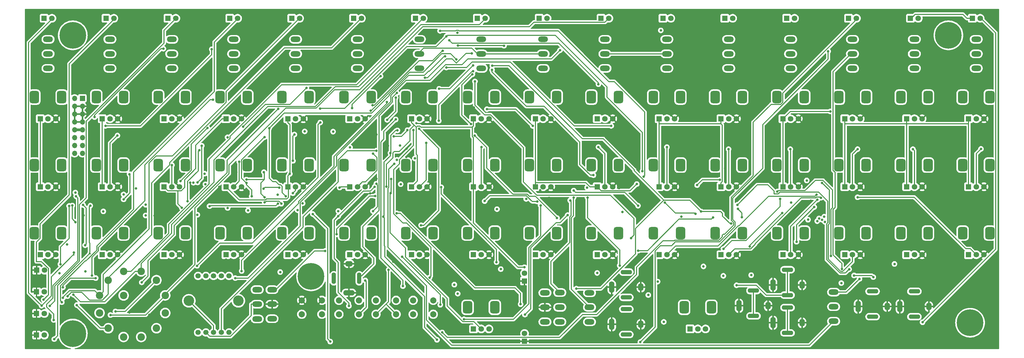
<source format=gbr>
%TF.GenerationSoftware,KiCad,Pcbnew,7.0.9*%
%TF.CreationDate,2024-01-01T10:09:09-06:00*%
%TF.ProjectId,SoundLab16StepSequencer,536f756e-644c-4616-9231-365374657053,rev?*%
%TF.SameCoordinates,Original*%
%TF.FileFunction,Copper,L4,Bot*%
%TF.FilePolarity,Positive*%
%FSLAX46Y46*%
G04 Gerber Fmt 4.6, Leading zero omitted, Abs format (unit mm)*
G04 Created by KiCad (PCBNEW 7.0.9) date 2024-01-01 10:09:09*
%MOMM*%
%LPD*%
G01*
G04 APERTURE LIST*
G04 Aperture macros list*
%AMRoundRect*
0 Rectangle with rounded corners*
0 $1 Rounding radius*
0 $2 $3 $4 $5 $6 $7 $8 $9 X,Y pos of 4 corners*
0 Add a 4 corners polygon primitive as box body*
4,1,4,$2,$3,$4,$5,$6,$7,$8,$9,$2,$3,0*
0 Add four circle primitives for the rounded corners*
1,1,$1+$1,$2,$3*
1,1,$1+$1,$4,$5*
1,1,$1+$1,$6,$7*
1,1,$1+$1,$8,$9*
0 Add four rect primitives between the rounded corners*
20,1,$1+$1,$2,$3,$4,$5,0*
20,1,$1+$1,$4,$5,$6,$7,0*
20,1,$1+$1,$6,$7,$8,$9,0*
20,1,$1+$1,$8,$9,$2,$3,0*%
G04 Aperture macros list end*
%TA.AperFunction,ComponentPad*%
%ADD10R,1.800000X1.800000*%
%TD*%
%TA.AperFunction,ComponentPad*%
%ADD11C,1.800000*%
%TD*%
%TA.AperFunction,ComponentPad*%
%ADD12RoundRect,0.750000X0.750000X-1.250000X0.750000X1.250000X-0.750000X1.250000X-0.750000X-1.250000X0*%
%TD*%
%TA.AperFunction,ComponentPad*%
%ADD13C,2.000000*%
%TD*%
%TA.AperFunction,ComponentPad*%
%ADD14O,1.750000X3.700000*%
%TD*%
%TA.AperFunction,ComponentPad*%
%ADD15O,1.750000X2.500000*%
%TD*%
%TA.AperFunction,ComponentPad*%
%ADD16O,3.700000X1.400000*%
%TD*%
%TA.AperFunction,ComponentPad*%
%ADD17O,3.200000X1.800000*%
%TD*%
%TA.AperFunction,ComponentPad*%
%ADD18C,1.700000*%
%TD*%
%TA.AperFunction,ComponentPad*%
%ADD19C,3.400000*%
%TD*%
%TA.AperFunction,ComponentPad*%
%ADD20C,8.600000*%
%TD*%
%TA.AperFunction,ComponentPad*%
%ADD21C,2.400000*%
%TD*%
%TA.AperFunction,ComponentPad*%
%ADD22O,3.700000X1.750000*%
%TD*%
%TA.AperFunction,ComponentPad*%
%ADD23O,2.500000X1.750000*%
%TD*%
%TA.AperFunction,ComponentPad*%
%ADD24O,1.400000X3.700000*%
%TD*%
%TA.AperFunction,ComponentPad*%
%ADD25R,1.700000X1.700000*%
%TD*%
%TA.AperFunction,ComponentPad*%
%ADD26O,1.700000X1.700000*%
%TD*%
%TA.AperFunction,ViaPad*%
%ADD27C,0.800000*%
%TD*%
%TA.AperFunction,Conductor*%
%ADD28C,0.304800*%
%TD*%
%TA.AperFunction,Conductor*%
%ADD29C,0.812800*%
%TD*%
G04 APERTURE END LIST*
D10*
%TO.P,RV43,1,1*%
%TO.N,+12V*%
X309500000Y-162000000D03*
D11*
%TO.P,RV43,2,2*%
%TO.N,Net-(U13-I12)*%
X312000000Y-162000000D03*
%TO.P,RV43,3,3*%
%TO.N,GNDREF*%
X314500000Y-162000000D03*
D12*
%TO.P,RV43,MP*%
%TO.N,N/C*%
X307600000Y-155000000D03*
X316400000Y-155000000D03*
%TD*%
D13*
%TO.P,SW20,1,1*%
%TO.N,+12V*%
X190000000Y-176750000D03*
X196500000Y-176750000D03*
%TO.P,SW20,2,2*%
%TO.N,Net-(R82-Pad1)*%
X190000000Y-181250000D03*
X196500000Y-181250000D03*
%TD*%
D14*
%TO.P,J6,S*%
%TO.N,GNDREF*%
X306300000Y-171750000D03*
D15*
X315700000Y-171750000D03*
D16*
%TO.P,J6,T*%
%TO.N,/SequencerAnalogGenerator/CV3*%
X311000000Y-166850000D03*
X311000000Y-175050000D03*
%TD*%
D17*
%TO.P,SW8,1,A*%
%TO.N,Net-(D22-K)*%
X152000000Y-92300000D03*
%TO.P,SW8,2,B*%
%TO.N,GB*%
X152000000Y-97000000D03*
%TO.P,SW8,3*%
%TO.N,N/C*%
X152000000Y-101700000D03*
%TD*%
D10*
%TO.P,RV22,1,1*%
%TO.N,Net-(RV10-Pad1)*%
X289500000Y-118000000D03*
D11*
%TO.P,RV22,2,2*%
%TO.N,Net-(R67-Pad1)*%
X292000000Y-118000000D03*
%TO.P,RV22,3,3*%
%TO.N,GNDREF*%
X294500000Y-118000000D03*
D12*
%TO.P,RV22,MP*%
%TO.N,N/C*%
X287600000Y-111000000D03*
X296400000Y-111000000D03*
%TD*%
D10*
%TO.P,RV33,1,1*%
%TO.N,Net-(C32-Pad2)*%
X209500000Y-140000000D03*
D11*
%TO.P,RV33,2,2*%
%TO.N,Net-(R76-Pad2)*%
X212000000Y-140000000D03*
%TO.P,RV33,3,3*%
%TO.N,GNDREF*%
X214500000Y-140000000D03*
D12*
%TO.P,RV33,MP*%
%TO.N,N/C*%
X207600000Y-133000000D03*
X216400000Y-133000000D03*
%TD*%
D17*
%TO.P,SW2,1,A*%
%TO.N,Net-(D1-K)*%
X139600000Y-182770000D03*
%TO.P,SW2,2,B*%
%TO.N,Net-(SW1-Pad4)*%
X139600000Y-178000000D03*
%TO.P,SW2,3,C*%
%TO.N,unconnected-(SW2-C-Pad3)*%
X139600000Y-173300000D03*
%TO.P,SW2,4,A*%
%TO.N,unconnected-(SW2-A-Pad4)*%
X144400000Y-182700000D03*
%TO.P,SW2,5,B*%
%TO.N,GNDREF*%
X144400000Y-178000000D03*
%TO.P,SW2,6,C*%
%TO.N,/SequencerClocking/RND*%
X144400000Y-173300000D03*
%TD*%
D13*
%TO.P,SW22,1,1*%
%TO.N,+12V*%
X166000000Y-176750000D03*
X172500000Y-176750000D03*
%TO.P,SW22,2,2*%
%TO.N,Net-(R80-Pad2)*%
X166000000Y-181250000D03*
X172500000Y-181250000D03*
%TD*%
D10*
%TO.P,D45,1,K*%
%TO.N,GNDREF*%
X68275000Y-174000000D03*
D11*
%TO.P,D45,2,A*%
%TO.N,Net-(D45-A)*%
X70815000Y-174000000D03*
%TD*%
D10*
%TO.P,RV5,1,1*%
%TO.N,Net-(RV10-Pad1)*%
X369500000Y-118000000D03*
D11*
%TO.P,RV5,2,2*%
%TO.N,Net-(R51-Pad1)*%
X372000000Y-118000000D03*
%TO.P,RV5,3,3*%
%TO.N,GNDREF*%
X374500000Y-118000000D03*
D12*
%TO.P,RV5,MP*%
%TO.N,N/C*%
X367600000Y-111000000D03*
X376400000Y-111000000D03*
%TD*%
D17*
%TO.P,SW11,1,A*%
%TO.N,Net-(D25-K)*%
X212000000Y-92300000D03*
%TO.P,SW11,2,B*%
%TO.N,GB*%
X212000000Y-97000000D03*
%TO.P,SW11,3*%
%TO.N,N/C*%
X212000000Y-101700000D03*
%TD*%
%TO.P,SW9,1,A*%
%TO.N,Net-(D23-K)*%
X172000000Y-92300000D03*
%TO.P,SW9,2,B*%
%TO.N,GB*%
X172000000Y-97000000D03*
%TO.P,SW9,3*%
%TO.N,N/C*%
X172000000Y-101700000D03*
%TD*%
D10*
%TO.P,RV45,1,1*%
%TO.N,+12V*%
X289500000Y-162000000D03*
D11*
%TO.P,RV45,2,2*%
%TO.N,Net-(U13-I11)*%
X292000000Y-162000000D03*
%TO.P,RV45,3,3*%
%TO.N,GNDREF*%
X294500000Y-162000000D03*
D12*
%TO.P,RV45,MP*%
%TO.N,N/C*%
X287600000Y-155000000D03*
X296400000Y-155000000D03*
%TD*%
D10*
%TO.P,RV11,1,1*%
%TO.N,Net-(RV10-Pad1)*%
X349500000Y-140000000D03*
D11*
%TO.P,RV11,2,2*%
%TO.N,Net-(R55-Pad2)*%
X352000000Y-140000000D03*
%TO.P,RV11,3,3*%
%TO.N,GNDREF*%
X354500000Y-140000000D03*
D12*
%TO.P,RV11,MP*%
%TO.N,N/C*%
X347600000Y-133000000D03*
X356400000Y-133000000D03*
%TD*%
D13*
%TO.P,SW21,1,1*%
%TO.N,+12V*%
X178000000Y-176750000D03*
X184500000Y-176750000D03*
%TO.P,SW21,2,2*%
%TO.N,Net-(R83-Pad1)*%
X178000000Y-181250000D03*
X184500000Y-181250000D03*
%TD*%
D10*
%TO.P,RV38,1,1*%
%TO.N,+12V*%
X89500000Y-162000000D03*
D11*
%TO.P,RV38,2,2*%
%TO.N,Net-(U13-I1)*%
X92000000Y-162000000D03*
%TO.P,RV38,3,3*%
%TO.N,GNDREF*%
X94500000Y-162000000D03*
D12*
%TO.P,RV38,MP*%
%TO.N,N/C*%
X87600000Y-155000000D03*
X96400000Y-155000000D03*
%TD*%
D17*
%TO.P,SW19,1,A*%
%TO.N,Net-(D33-K)*%
X372000000Y-92300000D03*
%TO.P,SW19,2,B*%
%TO.N,GB*%
X372000000Y-97000000D03*
%TO.P,SW19,3*%
%TO.N,N/C*%
X372000000Y-101700000D03*
%TD*%
%TO.P,SW26,1,A*%
%TO.N,/SequencerInput/SBV2*%
X325900000Y-174100000D03*
%TO.P,SW26,2,B*%
%TO.N,/SequencerInput/SBV1*%
X325900000Y-178800000D03*
%TO.P,SW26,3,C*%
%TO.N,Net-(D62-A)*%
X325900000Y-183500000D03*
%TD*%
D18*
%TO.P,SW1,1,1*%
%TO.N,unconnected-(SW1-Pad1)*%
X130500000Y-187150000D03*
%TO.P,SW1,2,2*%
%TO.N,/SequencerClocking/STP*%
X128000000Y-187150000D03*
D19*
%TO.P,SW1,3,3*%
%TO.N,/SequencerClocking/CLR*%
X117500000Y-176900000D03*
D18*
X125500000Y-187150000D03*
D19*
X133500000Y-176900000D03*
D18*
%TO.P,SW1,4,4*%
%TO.N,Net-(SW1-Pad4)*%
X123000000Y-187150000D03*
%TO.P,SW1,5,5*%
%TO.N,/SequencerClocking/REV*%
X120500000Y-187150000D03*
%TO.P,SW1,6*%
%TO.N,N/C*%
X120500000Y-168850000D03*
%TO.P,SW1,7*%
X123000000Y-168850000D03*
%TO.P,SW1,8*%
X125500000Y-168850000D03*
%TO.P,SW1,9*%
X128000000Y-168850000D03*
%TO.P,SW1,10*%
X130500000Y-168850000D03*
%TD*%
D10*
%TO.P,RV26,1,1*%
%TO.N,Net-(RV10-Pad1)*%
X269500000Y-118000000D03*
D11*
%TO.P,RV26,2,2*%
%TO.N,Net-(R70-Pad2)*%
X272000000Y-118000000D03*
%TO.P,RV26,3,3*%
%TO.N,GNDREF*%
X274500000Y-118000000D03*
D12*
%TO.P,RV26,MP*%
%TO.N,N/C*%
X267600000Y-111000000D03*
X276400000Y-111000000D03*
%TD*%
D17*
%TO.P,SW13,1,A*%
%TO.N,Net-(D27-K)*%
X252000000Y-92300000D03*
%TO.P,SW13,2,B*%
%TO.N,GB*%
X252000000Y-97000000D03*
%TO.P,SW13,3*%
%TO.N,N/C*%
X252000000Y-101700000D03*
%TD*%
D10*
%TO.P,D14,1,K*%
%TO.N,Net-(D10-K)*%
X190725000Y-85500000D03*
D11*
%TO.P,D14,2,A*%
%TO.N,/SequencerInput/Q6*%
X193265000Y-85500000D03*
%TD*%
D10*
%TO.P,RV20,1,1*%
%TO.N,Net-(C32-Pad2)*%
X149500000Y-118000000D03*
D11*
%TO.P,RV20,2,2*%
%TO.N,Net-(R64-Pad2)*%
X152000000Y-118000000D03*
%TO.P,RV20,3,3*%
%TO.N,GNDREF*%
X154500000Y-118000000D03*
D12*
%TO.P,RV20,MP*%
%TO.N,N/C*%
X147600000Y-111000000D03*
X156400000Y-111000000D03*
%TD*%
D10*
%TO.P,RV12,1,1*%
%TO.N,Net-(C32-Pad2)*%
X109500000Y-118000000D03*
D11*
%TO.P,RV12,2,2*%
%TO.N,Net-(R56-Pad2)*%
X112000000Y-118000000D03*
%TO.P,RV12,3,3*%
%TO.N,GNDREF*%
X114500000Y-118000000D03*
D12*
%TO.P,RV12,MP*%
%TO.N,N/C*%
X107600000Y-111000000D03*
X116400000Y-111000000D03*
%TD*%
D17*
%TO.P,SW16,1,A*%
%TO.N,Net-(D30-K)*%
X312000000Y-92300000D03*
%TO.P,SW16,2,B*%
%TO.N,GB*%
X312000000Y-97000000D03*
%TO.P,SW16,3*%
%TO.N,N/C*%
X312000000Y-101700000D03*
%TD*%
%TO.P,SW15,1,A*%
%TO.N,Net-(D29-K)*%
X292000000Y-92300000D03*
%TO.P,SW15,2,B*%
%TO.N,GB*%
X292000000Y-97000000D03*
%TO.P,SW15,3*%
%TO.N,N/C*%
X292000000Y-101700000D03*
%TD*%
D10*
%TO.P,RV47,1,1*%
%TO.N,+12V*%
X269500000Y-162000000D03*
D11*
%TO.P,RV47,2,2*%
%TO.N,Net-(U13-I10)*%
X272000000Y-162000000D03*
%TO.P,RV47,3,3*%
%TO.N,GNDREF*%
X274500000Y-162000000D03*
D12*
%TO.P,RV47,MP*%
%TO.N,N/C*%
X267600000Y-155000000D03*
X276400000Y-155000000D03*
%TD*%
D10*
%TO.P,RV42,1,1*%
%TO.N,+12V*%
X129500000Y-162000000D03*
D11*
%TO.P,RV42,2,2*%
%TO.N,Net-(U13-I3)*%
X132000000Y-162000000D03*
%TO.P,RV42,3,3*%
%TO.N,GNDREF*%
X134500000Y-162000000D03*
D12*
%TO.P,RV42,MP*%
%TO.N,N/C*%
X127600000Y-155000000D03*
X136400000Y-155000000D03*
%TD*%
D10*
%TO.P,RV8,1,1*%
%TO.N,Net-(C32-Pad2)*%
X89500000Y-118000000D03*
D11*
%TO.P,RV8,2,2*%
%TO.N,Net-(R53-Pad1)*%
X92000000Y-118000000D03*
%TO.P,RV8,3,3*%
%TO.N,GNDREF*%
X94500000Y-118000000D03*
D12*
%TO.P,RV8,MP*%
%TO.N,N/C*%
X87600000Y-111000000D03*
X96400000Y-111000000D03*
%TD*%
D10*
%TO.P,RV25,1,1*%
%TO.N,Net-(C32-Pad2)*%
X169500000Y-140000000D03*
D11*
%TO.P,RV25,2,2*%
%TO.N,Net-(R68-Pad2)*%
X172000000Y-140000000D03*
%TO.P,RV25,3,3*%
%TO.N,GNDREF*%
X174500000Y-140000000D03*
D12*
%TO.P,RV25,MP*%
%TO.N,N/C*%
X167600000Y-133000000D03*
X176400000Y-133000000D03*
%TD*%
D10*
%TO.P,D61,1,K*%
%TO.N,GNDREF*%
X226000000Y-190000000D03*
D11*
%TO.P,D61,2,A*%
%TO.N,Net-(D61-A)*%
X226000000Y-187460000D03*
%TD*%
D14*
%TO.P,J8,S*%
%TO.N,GNDREF*%
X295300000Y-178500000D03*
D15*
X304700000Y-178500000D03*
D16*
%TO.P,J8,T*%
%TO.N,/SequencerAnalogGenerator/CV1*%
X300000000Y-173600000D03*
X300000000Y-181800000D03*
%TD*%
D10*
%TO.P,RV23,1,1*%
%TO.N,Net-(RV10-Pad1)*%
X289500000Y-140000000D03*
D11*
%TO.P,RV23,2,2*%
%TO.N,Net-(R66-Pad1)*%
X292000000Y-140000000D03*
%TO.P,RV23,3,3*%
%TO.N,GNDREF*%
X294500000Y-140000000D03*
D12*
%TO.P,RV23,MP*%
%TO.N,N/C*%
X287600000Y-133000000D03*
X296400000Y-133000000D03*
%TD*%
D10*
%TO.P,RV37,1,1*%
%TO.N,+12V*%
X369500000Y-162000000D03*
D11*
%TO.P,RV37,2,2*%
%TO.N,Net-(U13-I15)*%
X372000000Y-162000000D03*
%TO.P,RV37,3,3*%
%TO.N,GNDREF*%
X374500000Y-162000000D03*
D12*
%TO.P,RV37,MP*%
%TO.N,N/C*%
X367600000Y-155000000D03*
X376400000Y-155000000D03*
%TD*%
D14*
%TO.P,J7,S*%
%TO.N,GNDREF*%
X306300000Y-184000000D03*
D15*
X315700000Y-184000000D03*
D16*
%TO.P,J7,T*%
%TO.N,/SequencerAnalogGenerator/CV2*%
X311000000Y-179100000D03*
X311000000Y-187300000D03*
%TD*%
D10*
%TO.P,D2,1,K*%
%TO.N,Net-(D10-K)*%
X70725000Y-85500000D03*
D11*
%TO.P,D2,2,A*%
%TO.N,/SequencerClocking/FWD*%
X73265000Y-85500000D03*
%TD*%
D10*
%TO.P,D64,1,K*%
%TO.N,GNDREF*%
X226000000Y-170500000D03*
D11*
%TO.P,D64,2,A*%
%TO.N,Net-(D64-A)*%
X226000000Y-167960000D03*
%TD*%
D14*
%TO.P,J4,S*%
%TO.N,GNDREF*%
X333800000Y-178750000D03*
D15*
X343200000Y-178750000D03*
D16*
%TO.P,J4,T*%
%TO.N,/SequencerInput/Gate*%
X338500000Y-173850000D03*
X338500000Y-182050000D03*
%TD*%
D10*
%TO.P,RV18,1,1*%
%TO.N,Net-(RV10-Pad1)*%
X309500000Y-118000000D03*
D11*
%TO.P,RV18,2,2*%
%TO.N,Net-(R62-Pad2)*%
X312000000Y-118000000D03*
%TO.P,RV18,3,3*%
%TO.N,GNDREF*%
X314500000Y-118000000D03*
D12*
%TO.P,RV18,MP*%
%TO.N,N/C*%
X307600000Y-111000000D03*
X316400000Y-111000000D03*
%TD*%
D17*
%TO.P,SW5,1,A*%
%TO.N,Net-(D19-K)*%
X92000000Y-92300000D03*
%TO.P,SW5,2,B*%
%TO.N,GB*%
X92000000Y-97000000D03*
%TO.P,SW5,3*%
%TO.N,N/C*%
X92000000Y-101700000D03*
%TD*%
D10*
%TO.P,RV9,1,1*%
%TO.N,Net-(C32-Pad2)*%
X89500000Y-140000000D03*
D11*
%TO.P,RV9,2,2*%
%TO.N,Net-(R52-Pad2)*%
X92000000Y-140000000D03*
%TO.P,RV9,3,3*%
%TO.N,GNDREF*%
X94500000Y-140000000D03*
D12*
%TO.P,RV9,MP*%
%TO.N,N/C*%
X87600000Y-133000000D03*
X96400000Y-133000000D03*
%TD*%
D20*
%TO.P,H5,1*%
%TO.N,N/C*%
X80000000Y-187500000D03*
%TD*%
D10*
%TO.P,D5,1,K*%
%TO.N,Net-(D10-K)*%
X350725000Y-85500000D03*
D11*
%TO.P,D5,2,A*%
%TO.N,/SequencerInput/Q14*%
X353265000Y-85500000D03*
%TD*%
D10*
%TO.P,RV16,1,1*%
%TO.N,Net-(C32-Pad2)*%
X129500000Y-118000000D03*
D11*
%TO.P,RV16,2,2*%
%TO.N,Net-(R61-Pad1)*%
X132000000Y-118000000D03*
%TO.P,RV16,3,3*%
%TO.N,GNDREF*%
X134500000Y-118000000D03*
D12*
%TO.P,RV16,MP*%
%TO.N,N/C*%
X127600000Y-111000000D03*
X136400000Y-111000000D03*
%TD*%
D10*
%TO.P,D47,1,K*%
%TO.N,GNDREF*%
X68275000Y-188000000D03*
D11*
%TO.P,D47,2,A*%
%TO.N,Net-(D47-A)*%
X70815000Y-188000000D03*
%TD*%
D17*
%TO.P,SW12,1,A*%
%TO.N,Net-(D26-K)*%
X232000000Y-92300000D03*
%TO.P,SW12,2,B*%
%TO.N,GB*%
X232000000Y-97000000D03*
%TO.P,SW12,3*%
%TO.N,N/C*%
X232000000Y-101700000D03*
%TD*%
D10*
%TO.P,RV4,1,1*%
%TO.N,Net-(C32-Pad2)*%
X69500000Y-140000000D03*
D11*
%TO.P,RV4,2,2*%
%TO.N,Net-(R49-Pad2)*%
X72000000Y-140000000D03*
%TO.P,RV4,3,3*%
%TO.N,GNDREF*%
X74500000Y-140000000D03*
D12*
%TO.P,RV4,MP*%
%TO.N,N/C*%
X67600000Y-133000000D03*
X76400000Y-133000000D03*
%TD*%
D10*
%TO.P,D15,1,K*%
%TO.N,Net-(D10-K)*%
X250725000Y-85500000D03*
D11*
%TO.P,D15,2,A*%
%TO.N,/SequencerInput/Q9*%
X253265000Y-85500000D03*
%TD*%
D10*
%TO.P,RV21,1,1*%
%TO.N,Net-(C32-Pad2)*%
X149500000Y-140000000D03*
D11*
%TO.P,RV21,2,2*%
%TO.N,Net-(R65-Pad2)*%
X152000000Y-140000000D03*
%TO.P,RV21,3,3*%
%TO.N,GNDREF*%
X154500000Y-140000000D03*
D12*
%TO.P,RV21,MP*%
%TO.N,N/C*%
X147600000Y-133000000D03*
X156400000Y-133000000D03*
%TD*%
D10*
%TO.P,RV17,1,1*%
%TO.N,Net-(C32-Pad2)*%
X129500000Y-140000000D03*
D11*
%TO.P,RV17,2,2*%
%TO.N,Net-(R60-Pad2)*%
X132000000Y-140000000D03*
%TO.P,RV17,3,3*%
%TO.N,GNDREF*%
X134500000Y-140000000D03*
D12*
%TO.P,RV17,MP*%
%TO.N,N/C*%
X127600000Y-133000000D03*
X136400000Y-133000000D03*
%TD*%
D17*
%TO.P,SW10,1,A*%
%TO.N,Net-(D24-K)*%
X192000000Y-92300000D03*
%TO.P,SW10,2,B*%
%TO.N,GB*%
X192000000Y-97000000D03*
%TO.P,SW10,3*%
%TO.N,N/C*%
X192000000Y-101700000D03*
%TD*%
%TO.P,SW25,1,A*%
%TO.N,Net-(SW25-A)*%
X247000000Y-183700000D03*
%TO.P,SW25,2,B*%
%TO.N,Net-(SW25-B)*%
X247000000Y-179000000D03*
%TO.P,SW25,3,C*%
%TO.N,Net-(Q2-C)*%
X247000000Y-174300000D03*
%TD*%
D10*
%TO.P,RV28,1,1*%
%TO.N,Net-(C32-Pad2)*%
X189500000Y-118000000D03*
D11*
%TO.P,RV28,2,2*%
%TO.N,Net-(R72-Pad2)*%
X192000000Y-118000000D03*
%TO.P,RV28,3,3*%
%TO.N,GNDREF*%
X194500000Y-118000000D03*
D12*
%TO.P,RV28,MP*%
%TO.N,N/C*%
X187600000Y-111000000D03*
X196400000Y-111000000D03*
%TD*%
D10*
%TO.P,D7,1,K*%
%TO.N,Net-(D10-K)*%
X330725000Y-85500000D03*
D11*
%TO.P,D7,2,A*%
%TO.N,/SequencerInput/Q13*%
X333265000Y-85500000D03*
%TD*%
D20*
%TO.P,H3,1*%
%TO.N,N/C*%
X370000000Y-184000000D03*
%TD*%
D10*
%TO.P,RV50,1,1*%
%TO.N,+12V*%
X209500000Y-162000000D03*
D11*
%TO.P,RV50,2,2*%
%TO.N,Net-(U13-I7)*%
X212000000Y-162000000D03*
%TO.P,RV50,3,3*%
%TO.N,GNDREF*%
X214500000Y-162000000D03*
D12*
%TO.P,RV50,MP*%
%TO.N,N/C*%
X207600000Y-155000000D03*
X216400000Y-155000000D03*
%TD*%
D10*
%TO.P,RV34,1,1*%
%TO.N,Net-(RV10-Pad1)*%
X229500000Y-118000000D03*
D11*
%TO.P,RV34,2,2*%
%TO.N,Net-(R78-Pad2)*%
X232000000Y-118000000D03*
%TO.P,RV34,3,3*%
%TO.N,GNDREF*%
X234500000Y-118000000D03*
D12*
%TO.P,RV34,MP*%
%TO.N,N/C*%
X227600000Y-111000000D03*
X236400000Y-111000000D03*
%TD*%
D10*
%TO.P,RV51,1,1*%
%TO.N,+12V*%
X229500000Y-162000000D03*
D11*
%TO.P,RV51,2,2*%
%TO.N,Net-(U13-I8)*%
X232000000Y-162000000D03*
%TO.P,RV51,3,3*%
%TO.N,GNDREF*%
X234500000Y-162000000D03*
D12*
%TO.P,RV51,MP*%
%TO.N,N/C*%
X227600000Y-155000000D03*
X236400000Y-155000000D03*
%TD*%
D10*
%TO.P,RV32,1,1*%
%TO.N,Net-(C32-Pad2)*%
X209500000Y-118000000D03*
D11*
%TO.P,RV32,2,2*%
%TO.N,Net-(R77-Pad1)*%
X212000000Y-118000000D03*
%TO.P,RV32,3,3*%
%TO.N,GNDREF*%
X214500000Y-118000000D03*
D12*
%TO.P,RV32,MP*%
%TO.N,N/C*%
X207600000Y-111000000D03*
X216400000Y-111000000D03*
%TD*%
D10*
%TO.P,D10,1,K*%
%TO.N,Net-(D10-K)*%
X150750000Y-85500000D03*
D11*
%TO.P,D10,2,A*%
%TO.N,/SequencerInput/Q4*%
X153290000Y-85500000D03*
%TD*%
D17*
%TO.P,SW24,1,A*%
%TO.N,/VariClock1/QCK*%
X237400000Y-174230000D03*
%TO.P,SW24,2,B*%
%TO.N,Net-(SW25-A)*%
X237400000Y-179000000D03*
%TO.P,SW24,3,C*%
%TO.N,/VariClock2/Q2*%
X237400000Y-183700000D03*
%TO.P,SW24,4,A*%
%TO.N,unconnected-(SW24-A-Pad4)*%
X232600000Y-174300000D03*
%TO.P,SW24,5,B*%
%TO.N,GNDREF*%
X232600000Y-179000000D03*
%TO.P,SW24,6,C*%
%TO.N,Net-(U4B-S)*%
X232600000Y-183700000D03*
%TD*%
D10*
%TO.P,RV29,1,1*%
%TO.N,Net-(C32-Pad2)*%
X189500000Y-140000000D03*
D11*
%TO.P,RV29,2,2*%
%TO.N,Net-(R73-Pad2)*%
X192000000Y-140000000D03*
%TO.P,RV29,3,3*%
%TO.N,GNDREF*%
X194500000Y-140000000D03*
D12*
%TO.P,RV29,MP*%
%TO.N,N/C*%
X187600000Y-133000000D03*
X196400000Y-133000000D03*
%TD*%
D10*
%TO.P,RV49,1,1*%
%TO.N,+12V*%
X249500000Y-162000000D03*
D11*
%TO.P,RV49,2,2*%
%TO.N,Net-(U13-I9)*%
X252000000Y-162000000D03*
%TO.P,RV49,3,3*%
%TO.N,GNDREF*%
X254500000Y-162000000D03*
D12*
%TO.P,RV49,MP*%
%TO.N,N/C*%
X247600000Y-155000000D03*
X256400000Y-155000000D03*
%TD*%
D17*
%TO.P,SW17,1,A*%
%TO.N,Net-(D31-K)*%
X332000000Y-92300000D03*
%TO.P,SW17,2,B*%
%TO.N,GB*%
X332000000Y-97000000D03*
%TO.P,SW17,3*%
%TO.N,N/C*%
X332000000Y-101700000D03*
%TD*%
D10*
%TO.P,RV48,1,1*%
%TO.N,+12V*%
X189500000Y-162000000D03*
D11*
%TO.P,RV48,2,2*%
%TO.N,Net-(U13-I6)*%
X192000000Y-162000000D03*
%TO.P,RV48,3,3*%
%TO.N,GNDREF*%
X194500000Y-162000000D03*
D12*
%TO.P,RV48,MP*%
%TO.N,N/C*%
X187600000Y-155000000D03*
X196400000Y-155000000D03*
%TD*%
D14*
%TO.P,J3,S*%
%TO.N,GNDREF*%
X347300000Y-178750000D03*
D15*
X356700000Y-178750000D03*
D16*
%TO.P,J3,T*%
%TO.N,/SequencerInput/Trig*%
X352000000Y-173850000D03*
X352000000Y-182050000D03*
%TD*%
D10*
%TO.P,D11,1,K*%
%TO.N,Net-(D10-K)*%
X290725000Y-85500000D03*
D11*
%TO.P,D11,2,A*%
%TO.N,/SequencerInput/Q11*%
X293265000Y-85500000D03*
%TD*%
D21*
%TO.P,SW3,1,1*%
%TO.N,/SequencerInput/Q4*%
X88635000Y-175153000D03*
%TO.P,SW3,2,2*%
%TO.N,/SequencerInput/Q5*%
X91472000Y-170222000D03*
%TO.P,SW3,3,3*%
%TO.N,/SequencerInput/Q6*%
X96403000Y-167385000D03*
%TO.P,SW3,4,4*%
%TO.N,/SequencerInput/Q7*%
X102097000Y-167385000D03*
%TO.P,SW3,5,5*%
%TO.N,/SequencerInput/Q8*%
X107028000Y-170222000D03*
%TO.P,SW3,6,6*%
%TO.N,/SequencerInput/Q9*%
X109865000Y-175153000D03*
%TO.P,SW3,7,7*%
%TO.N,/SequencerInput/Q10*%
X109865000Y-180847000D03*
%TO.P,SW3,8,8*%
%TO.N,/SequencerInput/Q11*%
X107028000Y-185778000D03*
%TO.P,SW3,9,9*%
%TO.N,/SequencerInput/Q12*%
X102097000Y-188615000D03*
%TO.P,SW3,10,10*%
%TO.N,/SequencerInput/Q13*%
X96403000Y-188615000D03*
%TO.P,SW3,11,11*%
%TO.N,/SequencerInput/Q14*%
X91472000Y-185778000D03*
%TO.P,SW3,12,12*%
%TO.N,/SequencerInput/Q15*%
X88635000Y-180847000D03*
%TO.P,SW3,13,13*%
%TO.N,Net-(D1-A)*%
X96422000Y-175172000D03*
%TD*%
D10*
%TO.P,RV40,1,1*%
%TO.N,+12V*%
X109500000Y-162000000D03*
D11*
%TO.P,RV40,2,2*%
%TO.N,Net-(U13-I2)*%
X112000000Y-162000000D03*
%TO.P,RV40,3,3*%
%TO.N,GNDREF*%
X114500000Y-162000000D03*
D12*
%TO.P,RV40,MP*%
%TO.N,N/C*%
X107600000Y-155000000D03*
X116400000Y-155000000D03*
%TD*%
D10*
%TO.P,D17,1,K*%
%TO.N,Net-(D10-K)*%
X230725000Y-85500000D03*
D11*
%TO.P,D17,2,A*%
%TO.N,/SequencerInput/Q8*%
X233265000Y-85500000D03*
%TD*%
D10*
%TO.P,D3,1,K*%
%TO.N,Net-(D10-K)*%
X370725000Y-85500000D03*
D11*
%TO.P,D3,2,A*%
%TO.N,/SequencerInput/Q15*%
X373265000Y-85500000D03*
%TD*%
D13*
%TO.P,SW23,1,1*%
%TO.N,GNDREF*%
X154000000Y-176750000D03*
X160500000Y-176750000D03*
%TO.P,SW23,2,2*%
%TO.N,Net-(R105-Pad2)*%
X154000000Y-181250000D03*
X160500000Y-181250000D03*
%TD*%
D10*
%TO.P,D44,1,K*%
%TO.N,GNDREF*%
X68325000Y-167000000D03*
D11*
%TO.P,D44,2,A*%
%TO.N,Net-(D44-A)*%
X70865000Y-167000000D03*
%TD*%
D10*
%TO.P,RV14,1,1*%
%TO.N,Net-(RV10-Pad1)*%
X329500000Y-118000000D03*
D11*
%TO.P,RV14,2,2*%
%TO.N,Net-(R59-Pad1)*%
X332000000Y-118000000D03*
%TO.P,RV14,3,3*%
%TO.N,GNDREF*%
X334500000Y-118000000D03*
D12*
%TO.P,RV14,MP*%
%TO.N,N/C*%
X327600000Y-111000000D03*
X336400000Y-111000000D03*
%TD*%
D10*
%TO.P,RV31,1,1*%
%TO.N,Net-(RV10-Pad1)*%
X249500000Y-140000000D03*
D11*
%TO.P,RV31,2,2*%
%TO.N,Net-(R74-Pad1)*%
X252000000Y-140000000D03*
%TO.P,RV31,3,3*%
%TO.N,GNDREF*%
X254500000Y-140000000D03*
D12*
%TO.P,RV31,MP*%
%TO.N,N/C*%
X247600000Y-133000000D03*
X256400000Y-133000000D03*
%TD*%
D17*
%TO.P,SW6,1,A*%
%TO.N,Net-(D20-K)*%
X112000000Y-92300000D03*
%TO.P,SW6,2,B*%
%TO.N,GB*%
X112000000Y-97000000D03*
%TO.P,SW6,3*%
%TO.N,N/C*%
X112000000Y-101700000D03*
%TD*%
D20*
%TO.P,H2,1*%
%TO.N,N/C*%
X363000000Y-91000000D03*
%TD*%
D10*
%TO.P,RV6,1,1*%
%TO.N,Net-(RV10-Pad1)*%
X369500000Y-140000000D03*
D11*
%TO.P,RV6,2,2*%
%TO.N,Net-(R50-Pad1)*%
X372000000Y-140000000D03*
%TO.P,RV6,3,3*%
%TO.N,GNDREF*%
X374500000Y-140000000D03*
D12*
%TO.P,RV6,MP*%
%TO.N,N/C*%
X367600000Y-133000000D03*
X376400000Y-133000000D03*
%TD*%
D10*
%TO.P,D16,1,K*%
%TO.N,Net-(D10-K)*%
X210750000Y-85500000D03*
D11*
%TO.P,D16,2,A*%
%TO.N,/SequencerInput/Q7*%
X213290000Y-85500000D03*
%TD*%
D10*
%TO.P,RV2,1,1*%
%TO.N,Net-(R33-Pad2)*%
X209500000Y-186000000D03*
D11*
%TO.P,RV2,2,2*%
%TO.N,/VariClock1/CLK*%
X212000000Y-186000000D03*
%TO.P,RV2,3,3*%
X214500000Y-186000000D03*
D12*
%TO.P,RV2,MP*%
%TO.N,N/C*%
X207600000Y-179000000D03*
X216400000Y-179000000D03*
%TD*%
D17*
%TO.P,SW7,1,A*%
%TO.N,Net-(D21-K)*%
X132000000Y-92300000D03*
%TO.P,SW7,2,B*%
%TO.N,GB*%
X132000000Y-97000000D03*
%TO.P,SW7,3*%
%TO.N,N/C*%
X132000000Y-101700000D03*
%TD*%
D10*
%TO.P,RV27,1,1*%
%TO.N,Net-(RV10-Pad1)*%
X269500000Y-140000000D03*
D11*
%TO.P,RV27,2,2*%
%TO.N,Net-(R71-Pad2)*%
X272000000Y-140000000D03*
%TO.P,RV27,3,3*%
%TO.N,GNDREF*%
X274500000Y-140000000D03*
D12*
%TO.P,RV27,MP*%
%TO.N,N/C*%
X267600000Y-133000000D03*
X276400000Y-133000000D03*
%TD*%
D10*
%TO.P,RV39,1,1*%
%TO.N,+12V*%
X349500000Y-162000000D03*
D11*
%TO.P,RV39,2,2*%
%TO.N,Net-(U13-I14)*%
X352000000Y-162000000D03*
%TO.P,RV39,3,3*%
%TO.N,GNDREF*%
X354500000Y-162000000D03*
D12*
%TO.P,RV39,MP*%
%TO.N,N/C*%
X347600000Y-155000000D03*
X356400000Y-155000000D03*
%TD*%
D10*
%TO.P,D4,1,K*%
%TO.N,Net-(D10-K)*%
X90725000Y-85500000D03*
D11*
%TO.P,D4,2,A*%
%TO.N,Net-(D19-A)*%
X93265000Y-85500000D03*
%TD*%
D17*
%TO.P,SW4,1,A*%
%TO.N,Net-(D18-K)*%
X72000000Y-92300000D03*
%TO.P,SW4,2,B*%
%TO.N,GB*%
X72000000Y-97000000D03*
%TO.P,SW4,3*%
%TO.N,N/C*%
X72000000Y-101700000D03*
%TD*%
D10*
%TO.P,RV13,1,1*%
%TO.N,Net-(C32-Pad2)*%
X109500000Y-140000000D03*
D11*
%TO.P,RV13,2,2*%
%TO.N,Net-(R57-Pad2)*%
X112000000Y-140000000D03*
%TO.P,RV13,3,3*%
%TO.N,GNDREF*%
X114500000Y-140000000D03*
D12*
%TO.P,RV13,MP*%
%TO.N,N/C*%
X107600000Y-133000000D03*
X116400000Y-133000000D03*
%TD*%
D10*
%TO.P,RV24,1,1*%
%TO.N,Net-(C32-Pad2)*%
X169500000Y-118000000D03*
D11*
%TO.P,RV24,2,2*%
%TO.N,Net-(R69-Pad1)*%
X172000000Y-118000000D03*
%TO.P,RV24,3,3*%
%TO.N,GNDREF*%
X174500000Y-118000000D03*
D12*
%TO.P,RV24,MP*%
%TO.N,N/C*%
X167600000Y-111000000D03*
X176400000Y-111000000D03*
%TD*%
D10*
%TO.P,RV7,1,1*%
%TO.N,Net-(U11B-+)*%
X279500000Y-186000000D03*
D11*
%TO.P,RV7,2,2*%
X282000000Y-186000000D03*
%TO.P,RV7,3,3*%
%TO.N,Net-(U11C-+)*%
X284500000Y-186000000D03*
D12*
%TO.P,RV7,MP*%
%TO.N,N/C*%
X277600000Y-179000000D03*
X286400000Y-179000000D03*
%TD*%
D10*
%TO.P,RV35,1,1*%
%TO.N,Net-(RV10-Pad1)*%
X229500000Y-140000000D03*
D11*
%TO.P,RV35,2,2*%
%TO.N,Net-(R79-Pad2)*%
X232000000Y-140000000D03*
%TO.P,RV35,3,3*%
%TO.N,GNDREF*%
X234500000Y-140000000D03*
D12*
%TO.P,RV35,MP*%
%TO.N,N/C*%
X227600000Y-133000000D03*
X236400000Y-133000000D03*
%TD*%
D10*
%TO.P,D6,1,K*%
%TO.N,Net-(D10-K)*%
X110750000Y-85500000D03*
D11*
%TO.P,D6,2,A*%
%TO.N,Net-(D20-A)*%
X113290000Y-85500000D03*
%TD*%
D17*
%TO.P,SW18,1,A*%
%TO.N,Net-(D32-K)*%
X352000000Y-92300000D03*
%TO.P,SW18,2,B*%
%TO.N,GB*%
X352000000Y-97000000D03*
%TO.P,SW18,3*%
%TO.N,N/C*%
X352000000Y-101700000D03*
%TD*%
D10*
%TO.P,RV44,1,1*%
%TO.N,+12V*%
X149500000Y-162000000D03*
D11*
%TO.P,RV44,2,2*%
%TO.N,Net-(U13-I4)*%
X152000000Y-162000000D03*
%TO.P,RV44,3,3*%
%TO.N,GNDREF*%
X154500000Y-162000000D03*
D12*
%TO.P,RV44,MP*%
%TO.N,N/C*%
X147600000Y-155000000D03*
X156400000Y-155000000D03*
%TD*%
D10*
%TO.P,RV41,1,1*%
%TO.N,+12V*%
X329500000Y-162000000D03*
D11*
%TO.P,RV41,2,2*%
%TO.N,Net-(U13-I13)*%
X332000000Y-162000000D03*
%TO.P,RV41,3,3*%
%TO.N,GNDREF*%
X334500000Y-162000000D03*
D12*
%TO.P,RV41,MP*%
%TO.N,N/C*%
X327600000Y-155000000D03*
X336400000Y-155000000D03*
%TD*%
D10*
%TO.P,RV15,1,1*%
%TO.N,Net-(RV10-Pad1)*%
X329500000Y-140000000D03*
D11*
%TO.P,RV15,2,2*%
%TO.N,Net-(R58-Pad1)*%
X332000000Y-140000000D03*
%TO.P,RV15,3,3*%
%TO.N,GNDREF*%
X334500000Y-140000000D03*
D12*
%TO.P,RV15,MP*%
%TO.N,N/C*%
X327600000Y-133000000D03*
X336400000Y-133000000D03*
%TD*%
D20*
%TO.P,H4,1*%
%TO.N,N/C*%
X157000000Y-169000000D03*
%TD*%
D10*
%TO.P,RV10,1,1*%
%TO.N,Net-(RV10-Pad1)*%
X349500000Y-118000000D03*
D11*
%TO.P,RV10,2,2*%
%TO.N,Net-(R54-Pad2)*%
X352000000Y-118000000D03*
%TO.P,RV10,3,3*%
%TO.N,GNDREF*%
X354500000Y-118000000D03*
D12*
%TO.P,RV10,MP*%
%TO.N,N/C*%
X347600000Y-111000000D03*
X356400000Y-111000000D03*
%TD*%
D20*
%TO.P,H1,1*%
%TO.N,N/C*%
X80000000Y-91000000D03*
%TD*%
D10*
%TO.P,RV36,1,1*%
%TO.N,+12V*%
X69500000Y-162000000D03*
D11*
%TO.P,RV36,2,2*%
%TO.N,Net-(U13-I0)*%
X72000000Y-162000000D03*
%TO.P,RV36,3,3*%
%TO.N,GNDREF*%
X74500000Y-162000000D03*
D12*
%TO.P,RV36,MP*%
%TO.N,N/C*%
X67600000Y-155000000D03*
X76400000Y-155000000D03*
%TD*%
D10*
%TO.P,D46,1,K*%
%TO.N,GNDREF*%
X68275000Y-181000000D03*
D11*
%TO.P,D46,2,A*%
%TO.N,Net-(D46-A)*%
X70815000Y-181000000D03*
%TD*%
D10*
%TO.P,D8,1,K*%
%TO.N,Net-(D10-K)*%
X130725000Y-85500000D03*
D11*
%TO.P,D8,2,A*%
%TO.N,Net-(D21-A)*%
X133265000Y-85500000D03*
%TD*%
D10*
%TO.P,D9,1,K*%
%TO.N,Net-(D10-K)*%
X310725000Y-85500000D03*
D11*
%TO.P,D9,2,A*%
%TO.N,/SequencerInput/Q12*%
X313265000Y-85500000D03*
%TD*%
D14*
%TO.P,J5,S*%
%TO.N,GNDREF*%
X254200000Y-172500000D03*
D15*
X263600000Y-172500000D03*
D16*
%TO.P,J5,T*%
%TO.N,/VariClock2/Clock_Out*%
X258900000Y-167600000D03*
X258900000Y-175800000D03*
%TD*%
D10*
%TO.P,RV3,1,1*%
%TO.N,Net-(C32-Pad2)*%
X69500000Y-118000000D03*
D11*
%TO.P,RV3,2,2*%
%TO.N,Net-(R48-Pad2)*%
X72000000Y-118000000D03*
%TO.P,RV3,3,3*%
%TO.N,GNDREF*%
X74500000Y-118000000D03*
D12*
%TO.P,RV3,MP*%
%TO.N,N/C*%
X67600000Y-111000000D03*
X76400000Y-111000000D03*
%TD*%
D14*
%TO.P,J2,S*%
%TO.N,GNDREF*%
X254200000Y-184500000D03*
D15*
X263600000Y-184500000D03*
D16*
%TO.P,J2,T*%
%TO.N,/VariClock2/EXT_CLK_Input*%
X258900000Y-179600000D03*
X258900000Y-187800000D03*
%TD*%
D17*
%TO.P,SW14,1,A*%
%TO.N,Net-(D28-K)*%
X272000000Y-92300000D03*
%TO.P,SW14,2,B*%
%TO.N,GB*%
X272000000Y-97000000D03*
%TO.P,SW14,3*%
%TO.N,N/C*%
X272000000Y-101700000D03*
%TD*%
D10*
%TO.P,D13,1,K*%
%TO.N,Net-(D10-K)*%
X270725000Y-85500000D03*
D11*
%TO.P,D13,2,A*%
%TO.N,/SequencerInput/Q10*%
X273265000Y-85500000D03*
%TD*%
D10*
%TO.P,RV30,1,1*%
%TO.N,Net-(RV10-Pad1)*%
X249500000Y-118000000D03*
D11*
%TO.P,RV30,2,2*%
%TO.N,Net-(R75-Pad1)*%
X252000000Y-118000000D03*
%TO.P,RV30,3,3*%
%TO.N,GNDREF*%
X254500000Y-118000000D03*
D12*
%TO.P,RV30,MP*%
%TO.N,N/C*%
X247600000Y-111000000D03*
X256400000Y-111000000D03*
%TD*%
D10*
%TO.P,RV19,1,1*%
%TO.N,Net-(RV10-Pad1)*%
X309500000Y-140000000D03*
D11*
%TO.P,RV19,2,2*%
%TO.N,Net-(R63-Pad2)*%
X312000000Y-140000000D03*
%TO.P,RV19,3,3*%
%TO.N,GNDREF*%
X314500000Y-140000000D03*
D12*
%TO.P,RV19,MP*%
%TO.N,N/C*%
X307600000Y-133000000D03*
X316400000Y-133000000D03*
%TD*%
D22*
%TO.P,J1,S*%
%TO.N,GNDREF*%
X169250000Y-174325000D03*
D23*
X169250000Y-164925000D03*
D24*
%TO.P,J1,T*%
%TO.N,/SequencerClocking/XSTP*%
X164350000Y-169625000D03*
X172550000Y-169625000D03*
%TD*%
D10*
%TO.P,D12,1,K*%
%TO.N,Net-(D10-K)*%
X170750000Y-85500000D03*
D11*
%TO.P,D12,2,A*%
%TO.N,/SequencerInput/Q5*%
X173290000Y-85500000D03*
%TD*%
D10*
%TO.P,RV46,1,1*%
%TO.N,+12V*%
X169500000Y-162000000D03*
D11*
%TO.P,RV46,2,2*%
%TO.N,Net-(U13-I5)*%
X172000000Y-162000000D03*
%TO.P,RV46,3,3*%
%TO.N,GNDREF*%
X174500000Y-162000000D03*
D12*
%TO.P,RV46,MP*%
%TO.N,N/C*%
X167600000Y-155000000D03*
X176400000Y-155000000D03*
%TD*%
D25*
%TO.P,J9,1,Pin_1*%
%TO.N,-12V*%
X83100000Y-111385000D03*
D26*
%TO.P,J9,2,Pin_2*%
X80560000Y-111385000D03*
%TO.P,J9,3,Pin_3*%
%TO.N,GNDREF*%
X83100000Y-113925000D03*
%TO.P,J9,4,Pin_4*%
X80560000Y-113925000D03*
%TO.P,J9,5,Pin_5*%
X83100000Y-116465000D03*
%TO.P,J9,6,Pin_6*%
X80560000Y-116465000D03*
%TO.P,J9,7,Pin_7*%
X83100000Y-119005000D03*
%TO.P,J9,8,Pin_8*%
X80560000Y-119005000D03*
%TO.P,J9,9,Pin_9*%
%TO.N,+12V*%
X83100000Y-121545000D03*
%TO.P,J9,10,Pin_10*%
X80560000Y-121545000D03*
%TO.P,J9,11,Pin_11*%
%TO.N,Net-(J9-Pin_11)*%
X83100000Y-124085000D03*
%TO.P,J9,12,Pin_12*%
X80560000Y-124085000D03*
%TO.P,J9,13,Pin_13*%
%TO.N,Net-(J9-Pin_13)*%
X83100000Y-126625000D03*
%TO.P,J9,14,Pin_14*%
X80560000Y-126625000D03*
%TO.P,J9,15,Pin_15*%
%TO.N,Net-(J9-Pin_15)*%
X83100000Y-129165000D03*
%TO.P,J9,16,Pin_16*%
X80560000Y-129165000D03*
%TD*%
D27*
%TO.N,+12V*%
X154950014Y-122100015D03*
X146200000Y-142575000D03*
X185760000Y-126650000D03*
X345565700Y-164984300D03*
X147025000Y-167600000D03*
X89850000Y-147975000D03*
X276700000Y-149675000D03*
X283825000Y-165775000D03*
X130033800Y-124003823D03*
X165800000Y-147875000D03*
X184758800Y-131300000D03*
X203300000Y-171675000D03*
X226525000Y-143950000D03*
X154275000Y-145350000D03*
X122858795Y-139206621D03*
X84100000Y-167375000D03*
X96416200Y-142475000D03*
X75700000Y-168000000D03*
X152650000Y-147575000D03*
X317200000Y-137975000D03*
X328400000Y-171175000D03*
X249475000Y-167900000D03*
X257600000Y-148200000D03*
X246225000Y-140250000D03*
X80825000Y-141875000D03*
X130033800Y-146866200D03*
X290250000Y-168817000D03*
X103538800Y-149295000D03*
X271000000Y-183725000D03*
X185975000Y-139175000D03*
X218325000Y-166650000D03*
X120246269Y-149075871D03*
%TO.N,GNDREF*%
X163525000Y-88550000D03*
X341075000Y-102375000D03*
X129575000Y-163597600D03*
X83497600Y-149275000D03*
X117929800Y-138692383D03*
X102450000Y-124225000D03*
X178172600Y-123076813D03*
X183529883Y-164245117D03*
X186350000Y-115425000D03*
X171350000Y-149425000D03*
X211975000Y-177750000D03*
X289425000Y-166700000D03*
X160550000Y-123450000D03*
X68800000Y-184100000D03*
X67150000Y-177450000D03*
X266924998Y-163850000D03*
X281600000Y-123425000D03*
X251950000Y-182325000D03*
X344725000Y-187650000D03*
X317575000Y-185650000D03*
X145300000Y-101875000D03*
X141350000Y-180775000D03*
X343650000Y-123950000D03*
X233900000Y-143625000D03*
X135125000Y-123725000D03*
X356800000Y-169475000D03*
X212275000Y-109500000D03*
X163550000Y-139025000D03*
X161225000Y-108400000D03*
X240200000Y-133350000D03*
X220700000Y-111075000D03*
X134200000Y-142050000D03*
X91275000Y-147225000D03*
X202350000Y-113925000D03*
X142575000Y-91625000D03*
X224450000Y-108400000D03*
X224975000Y-140750000D03*
X293050000Y-184100000D03*
X319750000Y-175750000D03*
X303675000Y-187650000D03*
X290825000Y-134000000D03*
X301025000Y-88100000D03*
X177125000Y-145550000D03*
X94550000Y-185950000D03*
X209587922Y-114377487D03*
X176775000Y-120775000D03*
X187825000Y-130400000D03*
X164275000Y-120550000D03*
X187900000Y-127650000D03*
X140775000Y-162375000D03*
X181875000Y-126750000D03*
X100725000Y-112875000D03*
X76575000Y-181975000D03*
X98320006Y-180697600D03*
X202425000Y-144400000D03*
X283950000Y-139025000D03*
X109875000Y-168250000D03*
X106425000Y-149350000D03*
X282725000Y-134575000D03*
X199050000Y-91800000D03*
X213750000Y-149375000D03*
X222000000Y-138525000D03*
X176137600Y-142183476D03*
X113550000Y-185625000D03*
X149950000Y-186363000D03*
X168150000Y-120925000D03*
X190203317Y-174146683D03*
X86350000Y-190525000D03*
X256550000Y-140475000D03*
X127301267Y-140076267D03*
X101825000Y-89900000D03*
X202750000Y-133875000D03*
X109525000Y-152225000D03*
X176225000Y-170600000D03*
X168050000Y-167295117D03*
X94750000Y-146575000D03*
X124050000Y-173750000D03*
X70625000Y-145350000D03*
X341350000Y-89475000D03*
X231055144Y-141164368D03*
X191300000Y-145050000D03*
X180975000Y-172675000D03*
X161250000Y-172900000D03*
X286700000Y-171925000D03*
X225075000Y-95650000D03*
X144550000Y-123100000D03*
X96475000Y-140275000D03*
X217575000Y-144325000D03*
X167175000Y-143250000D03*
X262125000Y-141000000D03*
X210025000Y-168775000D03*
X357475000Y-87175000D03*
X145946115Y-164108569D03*
X367900000Y-174650000D03*
X320929883Y-100479883D03*
X229775000Y-146425000D03*
X322050000Y-136725000D03*
X135425000Y-180725000D03*
X202100000Y-123425000D03*
X225300000Y-124450000D03*
X67225000Y-123700000D03*
X176750000Y-98175000D03*
X159500000Y-153700000D03*
X96550000Y-100075000D03*
X180750000Y-87025000D03*
X129225000Y-143425000D03*
X301825000Y-166277400D03*
X234025000Y-136750000D03*
X303400002Y-170575001D03*
X207975000Y-144325000D03*
X151150000Y-152475000D03*
X124925000Y-149000000D03*
X130275000Y-154375000D03*
X342375000Y-149225000D03*
X263150000Y-100275000D03*
X242774998Y-151400000D03*
X144525000Y-136225000D03*
X363075000Y-145675000D03*
X141000000Y-99750000D03*
X223425000Y-151875000D03*
X342825000Y-139600000D03*
X182975000Y-102175000D03*
X246175000Y-91350000D03*
X165150000Y-99625000D03*
X84575000Y-145625000D03*
X318525000Y-144525000D03*
X124400000Y-154250000D03*
X233600000Y-156850000D03*
X258975000Y-124325000D03*
X320200000Y-124875000D03*
X132875000Y-135300000D03*
X281600000Y-101350000D03*
X282200000Y-127300000D03*
X238625000Y-148800000D03*
X204275000Y-90176000D03*
X284050000Y-91450000D03*
X186175000Y-174025000D03*
X104713883Y-181438883D03*
X291875000Y-110300000D03*
X87050000Y-146075000D03*
X178173321Y-137442916D03*
X150625000Y-178375000D03*
X220025000Y-135650000D03*
X264150000Y-92100000D03*
X246800000Y-187010000D03*
X238375000Y-166850000D03*
X140150000Y-129425000D03*
X222025000Y-156125000D03*
X357975000Y-100000000D03*
X347000000Y-146175000D03*
X76425000Y-95675000D03*
X185450000Y-136450000D03*
%TO.N,-12V*%
X217100000Y-147250000D03*
X164124986Y-122175000D03*
X299253092Y-168603092D03*
X266000000Y-175029800D03*
%TO.N,Net-(C7-Pad2)*%
X338725000Y-169225000D03*
X332499700Y-168708200D03*
%TO.N,/VariClock1/QCK*%
X240762700Y-144408600D03*
X165786300Y-149532900D03*
X169237700Y-178553400D03*
X177574760Y-140014994D03*
%TO.N,/VariClock1/SET*%
X177020033Y-147889733D03*
X178092254Y-139047716D03*
%TO.N,Net-(U8-E0)*%
X103572928Y-145837087D03*
X136625000Y-147675000D03*
%TO.N,Net-(C23-Pad1)*%
X141616677Y-140608213D03*
X146700000Y-140275000D03*
%TO.N,Net-(D41-A)*%
X151154500Y-131595100D03*
X151633100Y-123100000D03*
%TO.N,Net-(D42-K)*%
X142013051Y-145038437D03*
X157577400Y-148832000D03*
X147365600Y-145492900D03*
X163200000Y-190102400D03*
%TO.N,I{slash}O*%
X209975000Y-105925000D03*
X269025000Y-170700000D03*
X260400000Y-156600000D03*
%TO.N,Net-(C32-Pad2)*%
X166232600Y-140274400D03*
X115227400Y-146813994D03*
X150137603Y-135837603D03*
X225942400Y-166054700D03*
X181380000Y-139913700D03*
%TO.N,Net-(C42-Pad1)*%
X186468500Y-162668400D03*
X198757900Y-178178000D03*
%TO.N,/SequencerClocking/REV*%
X190550796Y-130846396D03*
%TO.N,/SequencerClocking/STP*%
X178172600Y-128314224D03*
%TO.N,/SequencerClocking/XSTP*%
X184700000Y-109675000D03*
%TO.N,Net-(D54-A)*%
X184361398Y-111148367D03*
X181606800Y-118355900D03*
%TO.N,Net-(C57-Pad1)*%
X231199200Y-146007200D03*
X206411300Y-182867200D03*
%TO.N,Net-(U18B--)*%
X230081200Y-144766100D03*
X213115500Y-144650900D03*
%TO.N,/SequencerClocking/FWD*%
X80364854Y-161317564D03*
X69900002Y-178475000D03*
%TO.N,/SequencerInput/Q15*%
X354637600Y-183844200D03*
%TO.N,Net-(D19-A)*%
X70556091Y-176559142D03*
%TO.N,/SequencerInput/Q14*%
X81300000Y-178275000D03*
%TO.N,Net-(D20-A)*%
X72524330Y-178549330D03*
%TO.N,/SequencerInput/Q13*%
X199366865Y-187142902D03*
%TO.N,Net-(D21-A)*%
X76450000Y-177350000D03*
%TO.N,/SequencerInput/Q12*%
X263425000Y-190250000D03*
X324125000Y-96200000D03*
%TO.N,/SequencerInput/Q4*%
X76802400Y-175975000D03*
%TO.N,/SequencerInput/Q5*%
X78269909Y-175389857D03*
%TO.N,/SequencerInput/Q10*%
X270050000Y-89425000D03*
%TO.N,/SequencerInput/Q6*%
X76802400Y-172554030D03*
X87400000Y-169550000D03*
%TO.N,/SequencerInput/Q9*%
X92175000Y-181500000D03*
%TO.N,/SequencerInput/Q7*%
X80188059Y-174932200D03*
%TO.N,/SequencerInput/Q8*%
X93775000Y-180350000D03*
X237464900Y-95856600D03*
X132504800Y-169551600D03*
%TO.N,/SequencerClocking/DN*%
X294799800Y-145849400D03*
X330925100Y-166694200D03*
%TO.N,/SequencerClocking/UP*%
X325014100Y-162415700D03*
X307694400Y-141569700D03*
%TO.N,/SequencerClocking/X2*%
X182645700Y-129087763D03*
X180347600Y-149725900D03*
X197707388Y-189516273D03*
X184914399Y-121770696D03*
%TO.N,Net-(D41-K)*%
X141970500Y-123940100D03*
X136102400Y-138734103D03*
X137827400Y-143071600D03*
%TO.N,Net-(D50-A)*%
X192562132Y-152462132D03*
X191900000Y-121275000D03*
%TO.N,Net-(D51-K)*%
X183683031Y-123675000D03*
X188157197Y-121679397D03*
%TO.N,Net-(D51-A)*%
X190100000Y-121625000D03*
X195304400Y-169393000D03*
%TO.N,/SequencerClocking/CLR*%
X209850000Y-123439900D03*
X181523370Y-112577970D03*
X134559000Y-167280400D03*
X236500000Y-150150000D03*
%TO.N,Net-(D62-A)*%
X183850008Y-132600004D03*
%TO.N,/VariClock2/Q2*%
X216949500Y-164388800D03*
X199054800Y-140156200D03*
%TO.N,GB*%
X328550000Y-166626400D03*
%TO.N,/SequencerInput/SBV2*%
X334254114Y-169812600D03*
%TO.N,Net-(U6-Q3)*%
X122600000Y-135775000D03*
X118979760Y-138701845D03*
X100425000Y-140525000D03*
%TO.N,Net-(U6-Q2)*%
X120300000Y-138625000D03*
X98320617Y-135937672D03*
X96422600Y-144081200D03*
X121695900Y-126725700D03*
%TO.N,Net-(U6-Q1)*%
X120892700Y-128174600D03*
X117127400Y-144696300D03*
%TO.N,Net-(U6-Q0)*%
X123482900Y-121008000D03*
X114797600Y-138195700D03*
%TO.N,Net-(U9-P2)*%
X76005279Y-165064244D03*
X78814600Y-146211200D03*
%TO.N,Net-(U9-P1)*%
X73832617Y-183095117D03*
X81048800Y-143085700D03*
%TO.N,Net-(U9-P0)*%
X74000000Y-189300000D03*
X85650700Y-146122700D03*
%TO.N,Net-(R35-Pad2)*%
X169600000Y-127275000D03*
X312200000Y-145100000D03*
%TO.N,Net-(U12-I0)*%
X109285600Y-95351800D03*
X87022633Y-117462867D03*
%TO.N,Net-(U12-I15)*%
X201635700Y-92611500D03*
X249874600Y-106830400D03*
%TO.N,Net-(U12-I1)*%
X124911200Y-95526300D03*
X90600800Y-120327800D03*
%TO.N,Net-(R52-Pad2)*%
X94423900Y-123431300D03*
%TO.N,Net-(U12-I14)*%
X204474700Y-94354400D03*
X219363300Y-94389700D03*
%TO.N,Net-(R55-Pad2)*%
X351526600Y-127851500D03*
%TO.N,Net-(U12-I2)*%
X199562654Y-96047595D03*
X176880416Y-113660884D03*
%TO.N,Net-(R57-Pad2)*%
X112050400Y-133012200D03*
%TO.N,Net-(U12-I3)*%
X198397900Y-108310100D03*
X209346800Y-100787202D03*
X155518600Y-108074100D03*
X135032500Y-120591500D03*
%TO.N,Net-(R60-Pad2)*%
X133788400Y-131872800D03*
%TO.N,Net-(R63-Pad2)*%
X311891300Y-127851500D03*
%TO.N,Net-(U12-I4)*%
X143471700Y-121051700D03*
X200324777Y-97777400D03*
X148849547Y-143105928D03*
%TO.N,Net-(R65-Pad2)*%
X151114400Y-142092000D03*
%TO.N,Net-(U12-I5)*%
X176275000Y-115375000D03*
X203937500Y-98827734D03*
%TO.N,Net-(R68-Pad2)*%
X177013500Y-129279000D03*
%TO.N,Net-(U12-I10)*%
X254005000Y-120327800D03*
X200725900Y-101439000D03*
%TO.N,Net-(R71-Pad2)*%
X272006600Y-127178600D03*
%TO.N,Net-(U12-I6)*%
X198281200Y-118657600D03*
X209352101Y-102600793D03*
%TO.N,Net-(R73-Pad2)*%
X194192500Y-125837300D03*
%TO.N,Net-(U12-I7)*%
X209138633Y-103628867D03*
X208670400Y-119738100D03*
%TO.N,Net-(R76-Pad2)*%
X212103900Y-127178600D03*
%TO.N,Net-(U12-I8)*%
X213833900Y-114898700D03*
X228642200Y-120327800D03*
%TO.N,Net-(R80-Pad2)*%
X174513300Y-170316400D03*
%TO.N,Net-(R83-Pad1)*%
X182066700Y-166885800D03*
%TO.N,/SequencerClocking/RND*%
X161551798Y-160762802D03*
%TO.N,Net-(U19-CLK)*%
X262691400Y-146137700D03*
X241900000Y-141250000D03*
%TO.N,Net-(R123-Pad1)*%
X239925000Y-149175000D03*
X226125000Y-181375000D03*
%TO.N,Net-(R127-Pad1)*%
X256760604Y-165499996D03*
X246358400Y-143478300D03*
%TO.N,/VariClock1/CLK*%
X182702400Y-142101682D03*
X182914800Y-137467800D03*
X136102400Y-137684100D03*
X141760289Y-135298790D03*
X141953102Y-143433637D03*
%TO.N,Net-(RV10-Pad1)*%
X324829600Y-115633800D03*
X262269800Y-139133000D03*
%TO.N,Net-(U13-I0)*%
X78150000Y-158700000D03*
X323100000Y-151375000D03*
%TO.N,Net-(U13-I15)*%
X333637300Y-143402500D03*
%TO.N,Net-(U13-I1)*%
X322841811Y-149679519D03*
%TO.N,Net-(U13-I2)*%
X322148547Y-150693675D03*
%TO.N,Net-(U13-I13)*%
X322149300Y-138750500D03*
%TO.N,Net-(U13-I3)*%
X321191581Y-150261561D03*
%TO.N,Net-(U13-I12)*%
X320652621Y-144174037D03*
%TO.N,Net-(U13-I4)*%
X320586209Y-151128157D03*
%TO.N,Net-(U13-I11)*%
X321781200Y-143560200D03*
%TO.N,Net-(U13-I5)*%
X317625000Y-150650000D03*
%TO.N,Net-(U13-I10)*%
X320379612Y-142608886D03*
%TO.N,Net-(U13-I6)*%
X313920300Y-157788500D03*
X319637600Y-146557000D03*
%TO.N,Net-(U13-I9)*%
X286958600Y-149927700D03*
X262704300Y-160672800D03*
%TO.N,Net-(U13-I7)*%
X309302000Y-148529600D03*
X298816700Y-159309400D03*
%TO.N,Net-(U13-I8)*%
X308571900Y-143902400D03*
X290311000Y-160080900D03*
%TO.N,/SequencerAnalogGenerator/QA*%
X294940700Y-147155400D03*
X170292500Y-114576200D03*
X215493600Y-102209600D03*
X120152159Y-165571742D03*
X179473433Y-104236333D03*
X193781223Y-104751324D03*
X296276867Y-149838367D03*
X248267400Y-136249200D03*
X159975700Y-119222600D03*
X208946600Y-96819100D03*
%TO.N,/SequencerAnalogGenerator/QB*%
X292801300Y-151906100D03*
X215578207Y-100817730D03*
X242730700Y-172957400D03*
X283068700Y-148036900D03*
X204400000Y-174600000D03*
%TO.N,/SequencerAnalogGenerator/QC*%
X146408300Y-114804900D03*
X264108300Y-134952100D03*
X159931483Y-114728283D03*
X200771100Y-91326600D03*
X102271000Y-170931400D03*
%TO.N,/SequencerAnalogGenerator/QD*%
X86175000Y-168747600D03*
X281784200Y-139466700D03*
X198695800Y-89575600D03*
X289107900Y-137766700D03*
X125286300Y-111875000D03*
X264534000Y-136741300D03*
%TO.N,Net-(U6-MR)*%
X124191133Y-146268633D03*
X146274832Y-145485835D03*
%TO.N,/VariClock1/CLR*%
X165260300Y-155362900D03*
X177694300Y-142989500D03*
X83975000Y-158925000D03*
X83320900Y-145886400D03*
%TO.N,Net-(U9-LOAD)*%
X79834000Y-146064000D03*
X80884800Y-151459800D03*
%TO.N,/SequencerAnalogGenerator/CV3*%
X294525000Y-171875000D03*
%TO.N,Net-(U14A-C)*%
X186703800Y-172151700D03*
X184368600Y-118231900D03*
%TO.N,Net-(SW25-B)*%
X241847600Y-143467800D03*
%TO.N,/SequencerClocking/DB*%
X281229300Y-148747700D03*
X271330000Y-145110700D03*
%TO.N,Net-(R50-Pad1)*%
X373524300Y-127751500D03*
%TO.N,Net-(R58-Pad1)*%
X333637300Y-127851500D03*
%TO.N,Net-(R66-Pad1)*%
X291944600Y-127851500D03*
%TO.N,Net-(R74-Pad1)*%
X249874600Y-127178600D03*
%TO.N,Net-(U4B-S)*%
X224725000Y-178000000D03*
X184680800Y-148622500D03*
%TD*%
D28*
%TO.N,Net-(C32-Pad2)*%
X190974400Y-129438435D02*
X190974400Y-120728700D01*
X191353200Y-138146800D02*
X191353200Y-129817235D01*
X189500000Y-140000000D02*
X191353200Y-138146800D01*
X191353200Y-129817235D02*
X190974400Y-129438435D01*
%TO.N,/SequencerClocking/FWD*%
X65738300Y-174313298D02*
X69900002Y-178475000D01*
X65738300Y-93316500D02*
X65738300Y-174313298D01*
X72765000Y-86289800D02*
X65738300Y-93316500D01*
X72765000Y-85500000D02*
X72765000Y-86289800D01*
%TO.N,/SequencerAnalogGenerator/QA*%
X232303400Y-113965500D02*
X226573100Y-113965500D01*
X243872100Y-125534200D02*
X232303400Y-113965500D01*
X215493600Y-102886000D02*
X215493600Y-102209600D01*
X243872100Y-132839900D02*
X243872100Y-125534200D01*
X247281400Y-136249200D02*
X243872100Y-132839900D01*
%TO.N,/SequencerAnalogGenerator/QB*%
X251473800Y-124491600D02*
X244658500Y-124491600D01*
X261471900Y-134820100D02*
X261471900Y-134489700D01*
%TO.N,/SequencerAnalogGenerator/QA*%
X248267400Y-136249200D02*
X247281400Y-136249200D01*
%TO.N,/SequencerAnalogGenerator/QB*%
X271008200Y-144356400D02*
X261471900Y-134820100D01*
%TO.N,/SequencerAnalogGenerator/QA*%
X226573100Y-113965500D02*
X215493600Y-102886000D01*
%TO.N,/SequencerAnalogGenerator/QB*%
X220984630Y-100817730D02*
X215578207Y-100817730D01*
X261471900Y-134489700D02*
X251473800Y-124491600D01*
X244658500Y-124491600D02*
X220984630Y-100817730D01*
%TO.N,/SequencerInput/Q7*%
X212790000Y-86168000D02*
X212790000Y-85500000D01*
X211398900Y-87559100D02*
X212790000Y-86168000D01*
X192489300Y-87559100D02*
X211398900Y-87559100D01*
X174588650Y-105459750D02*
X192489300Y-87559100D01*
X174590750Y-105461850D02*
X174588650Y-105459750D01*
X172410500Y-107642100D02*
X174590750Y-105461850D01*
X164819004Y-107642100D02*
X172410500Y-107642100D01*
X158420104Y-114041000D02*
X164819004Y-107642100D01*
X142960200Y-114041000D02*
X158420104Y-114041000D01*
X125641621Y-138533144D02*
X125641621Y-131359579D01*
X111910100Y-155066300D02*
X111910100Y-152264665D01*
X125641621Y-131359579D02*
X142960200Y-114041000D01*
X102097000Y-164879400D02*
X111910100Y-155066300D01*
X111910100Y-152264665D02*
X125641621Y-138533144D01*
X102097000Y-167385000D02*
X102097000Y-164879400D01*
%TO.N,/SequencerInput/Q6*%
X98778900Y-167385000D02*
X96403000Y-167385000D01*
X111030100Y-152146059D02*
X111030100Y-155133800D01*
X124050000Y-139126159D02*
X111030100Y-152146059D01*
X124050000Y-131122388D02*
X124050000Y-139126159D01*
X130836200Y-123671458D02*
X130836200Y-124336188D01*
X147508858Y-106998800D02*
X130836200Y-123671458D01*
X192765000Y-85923800D02*
X171690000Y-106998800D01*
X171690000Y-106998800D02*
X147508858Y-106998800D01*
X130836200Y-124336188D02*
X124050000Y-131122388D01*
X192765000Y-85500000D02*
X192765000Y-85923800D01*
X111030100Y-155133800D02*
X98778900Y-167385000D01*
%TO.N,/SequencerInput/Q5*%
X91472000Y-169528000D02*
X91472000Y-170222000D01*
X111296100Y-132955600D02*
X105475500Y-138776200D01*
X111296100Y-132128200D02*
X111296100Y-132955600D01*
X105475500Y-155524500D02*
X91472000Y-169528000D01*
X148384200Y-95040100D02*
X111296100Y-132128200D01*
X172790000Y-85934400D02*
X163684300Y-95040100D01*
X163684300Y-95040100D02*
X148384200Y-95040100D01*
X105475500Y-138776200D02*
X105475500Y-155524500D01*
X172790000Y-85500000D02*
X172790000Y-85934400D01*
%TO.N,/SequencerInput/Q4*%
X152790000Y-85970000D02*
X152790000Y-85500000D01*
X129506600Y-109253400D02*
X152790000Y-85970000D01*
X112158100Y-130061100D02*
X129506600Y-112712600D01*
X129506600Y-112712600D02*
X129506600Y-109253400D01*
X106899900Y-130061100D02*
X112158100Y-130061100D01*
X104629000Y-153644800D02*
X104629000Y-132332000D01*
X104629000Y-132332000D02*
X106899900Y-130061100D01*
X89835000Y-173953000D02*
X89835000Y-168438800D01*
X89835000Y-168438800D02*
X104629000Y-153644800D01*
X88635000Y-175153000D02*
X89835000Y-173953000D01*
%TO.N,Net-(D21-A)*%
X132765000Y-86183000D02*
X132765000Y-85500000D01*
X125744300Y-93203700D02*
X132765000Y-86183000D01*
X125744300Y-109198700D02*
X125744300Y-93203700D01*
X99622600Y-135320400D02*
X125744300Y-109198700D01*
X87775000Y-159163896D02*
X99622600Y-147316296D01*
X84256305Y-164025000D02*
X87775000Y-160506305D01*
X99622600Y-147316296D02*
X99622600Y-135320400D01*
X84000000Y-164025000D02*
X84256305Y-164025000D01*
X76000000Y-172025000D02*
X84000000Y-164025000D01*
X76000000Y-176900000D02*
X76000000Y-172025000D01*
X87775000Y-160506305D02*
X87775000Y-159163896D01*
X76450000Y-177350000D02*
X76000000Y-176900000D01*
%TO.N,/SequencerInput/Q13*%
X200971563Y-188747600D02*
X199366865Y-187142902D01*
X237330900Y-188747600D02*
X200971563Y-188747600D01*
X249308600Y-181350000D02*
X244728500Y-181350000D01*
X262247200Y-168411400D02*
X249308600Y-181350000D01*
X262247200Y-166034104D02*
X262247200Y-168411400D01*
X270786104Y-157495200D02*
X262247200Y-166034104D01*
X274365904Y-157495200D02*
X270786104Y-157495200D01*
X288806629Y-157352400D02*
X274508704Y-157352400D01*
X289920200Y-156238829D02*
X288806629Y-157352400D01*
X289920200Y-155690905D02*
X289920200Y-156238829D01*
X290215905Y-155395200D02*
X289920200Y-155690905D01*
X290634095Y-155395200D02*
X290215905Y-155395200D01*
X293553700Y-152475595D02*
X290634095Y-155395200D01*
X293553700Y-151594443D02*
X293553700Y-152475595D01*
X292817250Y-150857996D02*
X293553700Y-151594443D01*
X244728500Y-181350000D02*
X237330900Y-188747600D01*
X292817250Y-143453912D02*
X292817250Y-150857996D01*
X305683704Y-113352400D02*
X299910900Y-119125204D01*
X274508704Y-157352400D02*
X274365904Y-157495200D01*
X299910900Y-136360261D02*
X292817250Y-143453912D01*
X299910900Y-119125204D02*
X299910900Y-136360261D01*
X309452400Y-112706630D02*
X308806630Y-113352400D01*
X309452400Y-109749200D02*
X309452400Y-112706630D01*
X332765000Y-86436600D02*
X309452400Y-109749200D01*
X332765000Y-85500000D02*
X332765000Y-86436600D01*
X308806630Y-113352400D02*
X305683704Y-113352400D01*
%TO.N,Net-(D20-A)*%
X74130217Y-176943443D02*
X72524330Y-178549330D01*
X74130217Y-172116992D02*
X74130217Y-176943443D01*
X82145800Y-164101409D02*
X74130217Y-172116992D01*
X84302400Y-143622100D02*
X82145800Y-145778700D01*
X84302400Y-118766900D02*
X84302400Y-143622100D01*
X82145800Y-145778700D02*
X82145800Y-164101409D01*
X109502600Y-93566700D02*
X84302400Y-118766900D01*
X112790000Y-86092000D02*
X109502600Y-89379400D01*
X112790000Y-85500000D02*
X112790000Y-86092000D01*
X109502600Y-89379400D02*
X109502600Y-93566700D01*
%TO.N,Net-(D19-A)*%
X72120200Y-174995033D02*
X70556091Y-176559142D01*
X72120200Y-166484038D02*
X72120200Y-174995033D01*
X69861562Y-164225400D02*
X72120200Y-166484038D01*
X68245700Y-164225400D02*
X69861562Y-164225400D01*
X68245700Y-157913330D02*
X68245700Y-164225400D01*
X69452400Y-152072600D02*
X69452400Y-156706630D01*
X69452400Y-156706630D02*
X68245700Y-157913330D01*
X78837500Y-100283300D02*
X78837500Y-142687500D01*
X78837500Y-142687500D02*
X69452400Y-152072600D01*
X92765000Y-86355800D02*
X78837500Y-100283300D01*
X92765000Y-85500000D02*
X92765000Y-86355800D01*
D29*
%TO.N,+12V*%
X83100000Y-121545000D02*
X80560000Y-121545000D01*
D28*
%TO.N,Net-(C7-Pad2)*%
X338208200Y-168708200D02*
X338725000Y-169225000D01*
X332499700Y-168708200D02*
X338208200Y-168708200D01*
%TO.N,/VariClock1/QCK*%
X240615400Y-158084600D02*
X240615400Y-149783539D01*
X164482100Y-150837100D02*
X164482100Y-163182100D01*
X165775000Y-174150000D02*
X169237700Y-177612700D01*
X176208678Y-141381076D02*
X177574760Y-140014994D01*
X241010900Y-144656800D02*
X240762700Y-144408600D01*
X169237700Y-177612700D02*
X169237700Y-178553400D01*
X164482100Y-163182100D02*
X165775000Y-164475000D01*
X234554300Y-171384300D02*
X234554300Y-164145700D01*
X165786300Y-149532900D02*
X173938124Y-141381076D01*
X173938124Y-141381076D02*
X176208678Y-141381076D01*
X165775000Y-164475000D02*
X165775000Y-174150000D01*
X237400000Y-174230000D02*
X234554300Y-171384300D01*
X165786300Y-149532900D02*
X164482100Y-150837100D01*
X240615400Y-149783539D02*
X241010900Y-149388039D01*
X234554300Y-164145700D02*
X240615400Y-158084600D01*
X241010900Y-149388039D02*
X241010900Y-144656800D01*
%TO.N,/VariClock1/SET*%
X178450200Y-139405662D02*
X178092254Y-139047716D01*
X178450200Y-146459566D02*
X178450200Y-139405662D01*
X177020033Y-147889733D02*
X178450200Y-146459566D01*
%TO.N,Net-(C23-Pad1)*%
X142024890Y-140200000D02*
X146625000Y-140200000D01*
X146625000Y-140200000D02*
X146700000Y-140275000D01*
X141616677Y-140608213D02*
X142024890Y-140200000D01*
%TO.N,Net-(D41-A)*%
X151154500Y-123578600D02*
X151633100Y-123100000D01*
X151154500Y-131595100D02*
X151154500Y-123578600D01*
%TO.N,Net-(D42-K)*%
X142506500Y-144728900D02*
X142196963Y-145038437D01*
X157577400Y-148832000D02*
X162350000Y-153604600D01*
X162350000Y-153604600D02*
X162350000Y-189252400D01*
X146601600Y-144728900D02*
X142506500Y-144728900D01*
X162350000Y-189252400D02*
X163200000Y-190102400D01*
X142196963Y-145038437D02*
X142013051Y-145038437D01*
X147365600Y-145492900D02*
X146601600Y-144728900D01*
%TO.N,I{slash}O*%
X225650000Y-127378838D02*
X225650000Y-138450000D01*
X253765400Y-142715400D02*
X261375000Y-150325000D01*
X213092800Y-116747600D02*
X215018762Y-116747600D01*
X209975000Y-113629800D02*
X213092800Y-116747600D01*
X261375000Y-155625000D02*
X260400000Y-156600000D01*
X229915400Y-142715400D02*
X253765400Y-142715400D01*
X215018762Y-116747600D02*
X225650000Y-127378838D01*
X261375000Y-150325000D02*
X261375000Y-155625000D01*
X225650000Y-138450000D02*
X229915400Y-142715400D01*
X209975000Y-105925000D02*
X209975000Y-113629800D01*
%TO.N,Net-(C32-Pad2)*%
X166507000Y-140000000D02*
X169500000Y-140000000D01*
X149155140Y-143935100D02*
X142586404Y-143935100D01*
X149500000Y-140000000D02*
X149500000Y-136475206D01*
X223869300Y-166054700D02*
X209500100Y-151685500D01*
X183448100Y-129481834D02*
X183445200Y-129484734D01*
X189500000Y-118000000D02*
X189500000Y-119254300D01*
X149500000Y-136475206D02*
X150137603Y-135837603D01*
X209083200Y-120728700D02*
X209500000Y-120311900D01*
X188947600Y-125153400D02*
X185510071Y-128590929D01*
X128245700Y-118000000D02*
X129500000Y-118000000D01*
X209500000Y-140000000D02*
X209500000Y-141254300D01*
X149651947Y-140151947D02*
X149651947Y-143438293D01*
X225942400Y-166054700D02*
X223869300Y-166054700D01*
X190285535Y-120129700D02*
X188947600Y-121467635D01*
X166507000Y-140000000D02*
X166232600Y-140274400D01*
X192157365Y-120397600D02*
X192488465Y-120728700D01*
X89500000Y-140000000D02*
X89500000Y-118000000D01*
X188947600Y-121467635D02*
X188947600Y-125153400D01*
X69500000Y-118000000D02*
X69500000Y-140000000D01*
X185510071Y-128590929D02*
X183918135Y-128590929D01*
X209500100Y-151685500D02*
X209500100Y-141254300D01*
X190375400Y-120129700D02*
X189500000Y-119254300D01*
X149500000Y-140000000D02*
X149651947Y-140151947D01*
X150171700Y-119925900D02*
X150171700Y-135803506D01*
X190375400Y-120129700D02*
X190974400Y-120728700D01*
X110768300Y-141268300D02*
X113951000Y-141268300D01*
X209500000Y-124156500D02*
X209500000Y-140000000D01*
X116117600Y-140188200D02*
X116117600Y-137733739D01*
X142285467Y-144236037D02*
X133736037Y-144236037D01*
X109500000Y-140000000D02*
X110768300Y-141268300D01*
X119699500Y-126546200D02*
X128245700Y-118000000D01*
X115037500Y-141268300D02*
X116117600Y-140188200D01*
X149651947Y-143438293D02*
X149155140Y-143935100D01*
X181380000Y-132721000D02*
X181380000Y-139913700D01*
X192488465Y-120728700D02*
X209083200Y-120728700D01*
X150171700Y-135803506D02*
X150137603Y-135837603D01*
X142586404Y-143935100D02*
X142285467Y-144236037D01*
X150171700Y-119925900D02*
X149500000Y-119254300D01*
X133736037Y-144236037D02*
X129500000Y-140000000D01*
X113951000Y-141268300D02*
X113951000Y-145537594D01*
X119699500Y-134151839D02*
X119699500Y-126546200D01*
X183918135Y-128590929D02*
X183448100Y-129060964D01*
X191305500Y-120397600D02*
X192157365Y-120397600D01*
X209500000Y-120311900D02*
X209500000Y-118000000D01*
X209500100Y-141254300D02*
X209500000Y-141254300D01*
X183448100Y-129060964D02*
X183448100Y-129481834D01*
X190375400Y-120129700D02*
X190285535Y-120129700D01*
X190974400Y-120728700D02*
X191305500Y-120397600D01*
X116117600Y-137733739D02*
X119699500Y-134151839D01*
X209083200Y-123739700D02*
X209500000Y-124156500D01*
X209083200Y-120728700D02*
X209083200Y-123739700D01*
X183445200Y-129484734D02*
X183445200Y-130655800D01*
X113951000Y-141268300D02*
X115037500Y-141268300D01*
X149500000Y-118000000D02*
X149500000Y-119254300D01*
X183445200Y-130655800D02*
X181380000Y-132721000D01*
X113951000Y-145537594D02*
X115227400Y-146813994D01*
%TO.N,Net-(C42-Pad1)*%
X198757900Y-178178000D02*
X198757900Y-174957800D01*
X198757900Y-174957800D02*
X186468500Y-162668400D01*
%TO.N,/SequencerClocking/STP*%
X165742800Y-138387165D02*
X165742800Y-131298500D01*
X128000000Y-187150000D02*
X128000000Y-179486400D01*
X165742800Y-131298500D02*
X168722600Y-128318700D01*
X178168124Y-128318700D02*
X178172600Y-128314224D01*
X168722600Y-128318700D02*
X178168124Y-128318700D01*
X154400000Y-149729965D02*
X165742800Y-138387165D01*
X128000000Y-179486400D02*
X154400000Y-153086400D01*
X154400000Y-153086400D02*
X154400000Y-149729965D01*
%TO.N,/SequencerClocking/XSTP*%
X172575000Y-169625000D02*
X177300000Y-164900000D01*
X178975000Y-147675000D02*
X178975000Y-116975001D01*
X173725000Y-152925000D02*
X178975000Y-147675000D01*
X177300000Y-163028838D02*
X173725000Y-159453838D01*
X172550000Y-169625000D02*
X172575000Y-169625000D01*
X178975000Y-116975001D02*
X183325000Y-112625001D01*
X173725000Y-159453838D02*
X173725000Y-152925000D01*
X177300000Y-164900000D02*
X177300000Y-163028838D01*
X183325000Y-111050000D02*
X184700000Y-109675000D01*
X183325000Y-112625001D02*
X183325000Y-111050000D01*
%TO.N,Net-(D54-A)*%
X181606800Y-118355900D02*
X184361398Y-115601302D01*
X184361398Y-115601302D02*
X184361398Y-111148367D01*
%TO.N,Net-(C57-Pad1)*%
X222442565Y-182867200D02*
X206411300Y-182867200D01*
X227400000Y-177909765D02*
X222442565Y-182867200D01*
X227400000Y-159712000D02*
X227400000Y-177909765D01*
X231199200Y-155912800D02*
X227400000Y-159712000D01*
X231199200Y-146007200D02*
X231199200Y-155912800D01*
%TO.N,Net-(U18B--)*%
X226832365Y-143147600D02*
X226632365Y-142947600D01*
X228475865Y-144766100D02*
X226857365Y-143147600D01*
X230081200Y-144766100D02*
X228475865Y-144766100D01*
X214818800Y-142947600D02*
X213115500Y-144650900D01*
X226632365Y-142947600D02*
X214818800Y-142947600D01*
X226857365Y-143147600D02*
X226832365Y-143147600D01*
%TO.N,Net-(D10-K)*%
X352248138Y-84245700D02*
X350993838Y-85500000D01*
X370225000Y-85500000D02*
X368970700Y-85500000D01*
X350993838Y-85500000D02*
X350225000Y-85500000D01*
X368970700Y-85500000D02*
X367716400Y-84245700D01*
X367716400Y-84245700D02*
X352248138Y-84245700D01*
%TO.N,/SequencerClocking/FWD*%
X80364854Y-161839435D02*
X73050000Y-169154289D01*
X80364854Y-161317564D02*
X80364854Y-161839435D01*
X80364854Y-162127846D02*
X80364854Y-161317564D01*
X73050000Y-169154289D02*
X73050000Y-175325002D01*
X73050000Y-175325002D02*
X69900002Y-178475000D01*
%TO.N,/SequencerInput/Q15*%
X372765000Y-85500000D02*
X373536000Y-85500000D01*
X378264400Y-160217400D02*
X354637600Y-183844200D01*
X378264400Y-90228400D02*
X378264400Y-160217400D01*
X373536000Y-85500000D02*
X378264400Y-90228400D01*
%TO.N,/SequencerInput/Q14*%
X88803000Y-185778000D02*
X81300000Y-178275000D01*
X91472000Y-185778000D02*
X88803000Y-185778000D01*
%TO.N,/SequencerInput/Q12*%
X324125000Y-98747925D02*
X324125000Y-96200000D01*
X293322050Y-143663007D02*
X302975000Y-134010057D01*
X274717800Y-157857200D02*
X289015726Y-157857200D01*
X289015726Y-157857200D02*
X294058500Y-152814426D01*
X269945200Y-159050000D02*
X273525000Y-159050000D01*
X263425000Y-190250000D02*
X268247600Y-185427400D01*
X294058500Y-151385348D02*
X293322050Y-150648900D01*
X302975000Y-119897925D02*
X324125000Y-98747925D01*
X273525000Y-159050000D02*
X274717800Y-157857200D01*
X293322050Y-150648900D02*
X293322050Y-143663007D01*
X268247600Y-185427400D02*
X268247600Y-160747600D01*
X294058500Y-152814426D02*
X294058500Y-151385348D01*
X302975000Y-126100000D02*
X302975000Y-119897925D01*
X302975000Y-134010057D02*
X302975000Y-126100000D01*
X268247600Y-160747600D02*
X269945200Y-159050000D01*
%TO.N,/SequencerInput/Q4*%
X88635000Y-175153000D02*
X87132000Y-173650000D01*
X78927400Y-173650000D02*
X76802400Y-175775000D01*
X87132000Y-173650000D02*
X78927400Y-173650000D01*
X76802400Y-175775000D02*
X76802400Y-175975000D01*
%TO.N,/SequencerInput/Q5*%
X82879800Y-174154800D02*
X79504966Y-174154800D01*
X91472000Y-170222000D02*
X91472000Y-174778000D01*
X85430400Y-176705400D02*
X82879800Y-174154800D01*
X91472000Y-174778000D02*
X89544600Y-176705400D01*
X79504966Y-174154800D02*
X78269909Y-175389857D01*
X89544600Y-176705400D02*
X85430400Y-176705400D01*
%TO.N,/SequencerInput/Q6*%
X79188896Y-169550000D02*
X76802400Y-171936496D01*
X87400000Y-169550000D02*
X79188896Y-169550000D01*
X76802400Y-171936496D02*
X76802400Y-172554030D01*
%TO.N,/SequencerInput/Q9*%
X251975500Y-86754300D02*
X252997400Y-85732400D01*
X103518000Y-181500000D02*
X109865000Y-175153000D01*
X92175000Y-181500000D02*
X103518000Y-181500000D01*
X172735100Y-108591000D02*
X193085300Y-88240800D01*
X130464300Y-135778469D02*
X130464300Y-132923500D01*
X130464300Y-132923500D02*
X148840100Y-114547700D01*
X119443869Y-146798900D02*
X130464300Y-135778469D01*
X109865000Y-174792300D02*
X119443869Y-165213431D01*
X252997400Y-85732400D02*
X252765000Y-85500000D01*
X158627300Y-114547700D02*
X164584000Y-108591000D01*
X227571800Y-88240800D02*
X229058300Y-86754300D01*
X148840100Y-114547700D02*
X158627300Y-114547700D01*
X109865000Y-175153000D02*
X109865000Y-174792300D01*
X119443869Y-165213431D02*
X119443869Y-146798900D01*
X164584000Y-108591000D02*
X172735100Y-108591000D01*
X193085300Y-88240800D02*
X227571800Y-88240800D01*
X229058300Y-86754300D02*
X251975500Y-86754300D01*
%TO.N,/SequencerInput/Q7*%
X102097000Y-167385000D02*
X100190000Y-167385000D01*
X100190000Y-167385000D02*
X90364800Y-177210200D01*
X90364800Y-177210200D02*
X82466059Y-177210200D01*
X82466059Y-177210200D02*
X80188059Y-174932200D01*
%TO.N,/SequencerInput/Q8*%
X207670060Y-98653600D02*
X205823660Y-100500000D01*
X234667900Y-98653600D02*
X207670060Y-98653600D01*
X187663305Y-105597800D02*
X182820200Y-110440905D01*
X182820200Y-110440905D02*
X182820200Y-112415906D01*
X165236100Y-133254135D02*
X153472600Y-145017635D01*
X96900000Y-180350000D02*
X107028000Y-170222000D01*
X93775000Y-180350000D02*
X96900000Y-180350000D01*
X201450000Y-100500000D02*
X201425000Y-100525000D01*
X201425000Y-100525000D02*
X200477661Y-100525000D01*
X153472600Y-152696500D02*
X136617500Y-169551600D01*
X182820200Y-112415906D02*
X178470200Y-116765906D01*
X205823660Y-100500000D02*
X201450000Y-100500000D01*
X136617500Y-169551600D02*
X132504800Y-169551600D01*
X178470200Y-116765906D02*
X178470200Y-116795035D01*
X165236100Y-130029135D02*
X165236100Y-133254135D01*
X237464900Y-95856600D02*
X234667900Y-98653600D01*
X195404861Y-105597800D02*
X187663305Y-105597800D01*
X153472600Y-145017635D02*
X153472600Y-152696500D01*
X178470200Y-116795035D02*
X165236100Y-130029135D01*
X200477661Y-100525000D02*
X195404861Y-105597800D01*
%TO.N,/SequencerClocking/DN*%
X306662896Y-141399000D02*
X304659096Y-139395200D01*
X329697700Y-167921600D02*
X327994100Y-167921600D01*
X321085500Y-141770200D02*
X308560600Y-141770200D01*
X330925100Y-166694200D02*
X329697700Y-167921600D01*
X323650000Y-163577500D02*
X323650000Y-151959765D01*
X304659096Y-139395200D02*
X301254000Y-139395200D01*
X301254000Y-139395200D02*
X294799800Y-145849400D01*
X327994100Y-167921600D02*
X323650000Y-163577500D01*
X308560600Y-141770200D02*
X308006800Y-142324000D01*
X306662896Y-142324000D02*
X306662896Y-141399000D01*
X323650000Y-151959765D02*
X323977400Y-151632365D01*
X308006800Y-142324000D02*
X306662896Y-142324000D01*
X323977400Y-144662100D02*
X321085500Y-141770200D01*
X323977400Y-151632365D02*
X323977400Y-144662100D01*
%TO.N,/SequencerClocking/UP*%
X325557200Y-141057200D02*
X325557200Y-146818606D01*
X325014100Y-147361706D02*
X325014100Y-162415700D01*
X308008700Y-141255400D02*
X316685333Y-141255400D01*
X319994233Y-137946500D02*
X322446500Y-137946500D01*
X316685333Y-141255400D02*
X319994233Y-137946500D01*
X307694400Y-141569700D02*
X308008700Y-141255400D01*
X325557200Y-146818606D02*
X325014100Y-147361706D01*
X322446500Y-137946500D02*
X325557200Y-141057200D01*
%TO.N,/SequencerClocking/X2*%
X180820200Y-159259096D02*
X180645200Y-159084095D01*
X180347600Y-149725900D02*
X180625700Y-149447800D01*
X180820200Y-162670200D02*
X180820200Y-159259096D01*
X184914399Y-121770696D02*
X184394539Y-121770696D01*
X182645700Y-130013100D02*
X182645700Y-129087763D01*
X197707388Y-189516273D02*
X193675000Y-185483885D01*
X193675000Y-185483885D02*
X193675000Y-175525000D01*
X184394539Y-121770696D02*
X182797600Y-123367635D01*
X182797600Y-128935863D02*
X182645700Y-129087763D01*
X182797600Y-123367635D02*
X182797600Y-128935863D01*
X193675000Y-175525000D02*
X180820200Y-162670200D01*
X180645200Y-150023500D02*
X180347600Y-149725900D01*
X180625700Y-132033100D02*
X182645700Y-130013100D01*
X180625700Y-149447800D02*
X180625700Y-132033100D01*
X180645200Y-159084095D02*
X180645200Y-150023500D01*
%TO.N,Net-(D41-K)*%
X136017638Y-138734103D02*
X136102400Y-138734103D01*
X141901200Y-123940100D02*
X134542800Y-131298500D01*
X141970500Y-123940100D02*
X141901200Y-123940100D01*
X134542800Y-137259265D02*
X136017638Y-138734103D01*
X137827400Y-143071600D02*
X137827400Y-141090900D01*
X136102400Y-139365900D02*
X136102400Y-138734103D01*
X134542800Y-131298500D02*
X134542800Y-137259265D01*
X137827400Y-141090900D02*
X136102400Y-139365900D01*
%TO.N,Net-(D50-A)*%
X193478102Y-152462132D02*
X192562132Y-152462132D01*
X198275000Y-127650000D02*
X198275000Y-147665234D01*
X191900000Y-121275000D02*
X198275000Y-127650000D01*
X198275000Y-147665234D02*
X193478102Y-152462132D01*
%TO.N,Net-(D51-K)*%
X186300000Y-123675000D02*
X183683031Y-123675000D01*
X188157197Y-121817803D02*
X186300000Y-123675000D01*
X188157197Y-121679397D02*
X188157197Y-121817803D01*
%TO.N,Net-(D51-A)*%
X190100000Y-126663896D02*
X190100000Y-121625000D01*
X195304400Y-169393000D02*
X195784700Y-168912700D01*
X183725000Y-134459765D02*
X185561200Y-132623565D01*
X185561200Y-131202696D02*
X190100000Y-126663896D01*
X195784700Y-159621400D02*
X187853600Y-151690300D01*
X195784700Y-168912700D02*
X195784700Y-159621400D01*
X183725000Y-148758000D02*
X183725000Y-134459765D01*
X187853600Y-151690300D02*
X186657300Y-151690300D01*
X186657300Y-151690300D02*
X183725000Y-148758000D01*
X185561200Y-132623565D02*
X185561200Y-131202696D01*
%TO.N,/SequencerClocking/CLR*%
X152967800Y-145383540D02*
X152967800Y-144808539D01*
X236500000Y-150045900D02*
X236500000Y-150150000D01*
X117500000Y-176900000D02*
X125500000Y-184900000D01*
X181523370Y-112998840D02*
X181523370Y-112577970D01*
X152967800Y-144808539D02*
X164376800Y-133399539D01*
X125500000Y-184900000D02*
X125500000Y-187150000D01*
X222243400Y-142442800D02*
X226866461Y-142442800D01*
X177965400Y-116556811D02*
X181523370Y-112998840D01*
X177965400Y-116585940D02*
X177965400Y-116556811D01*
X227477661Y-143054000D02*
X229508100Y-143054000D01*
X213778200Y-127368100D02*
X213778200Y-133977600D01*
X134559000Y-163792340D02*
X152967800Y-145383540D01*
X164376800Y-130174540D02*
X177965400Y-116585940D01*
X226866461Y-142442800D02*
X227477661Y-143054000D01*
X229508100Y-143054000D02*
X236500000Y-150045900D01*
X164376800Y-133399539D02*
X164376800Y-130174540D01*
X134559000Y-167280400D02*
X134559000Y-163792340D01*
X209850000Y-123439900D02*
X213778200Y-127368100D01*
X213778200Y-133977600D02*
X222243400Y-142442800D01*
%TO.N,Net-(D62-A)*%
X194300000Y-172025000D02*
X181900000Y-159625000D01*
X194300000Y-183140092D02*
X194300000Y-172025000D01*
X202459908Y-191300000D02*
X194300000Y-183140092D01*
X183850000Y-132600000D02*
X183850004Y-132600004D01*
X183850004Y-132600004D02*
X183850008Y-132600004D01*
X181900000Y-140457755D02*
X182150000Y-140207755D01*
X325900000Y-183500000D02*
X318100000Y-191300000D01*
X182150000Y-134300012D02*
X183850008Y-132600004D01*
X318100000Y-191300000D02*
X202459908Y-191300000D01*
X182150000Y-140207755D02*
X182150000Y-134300012D01*
X181900000Y-159625000D02*
X181900000Y-140457755D01*
%TO.N,/VariClock2/Q2*%
X216949500Y-164388800D02*
X216949500Y-160251400D01*
X216949500Y-160251400D02*
X199054800Y-142356700D01*
X199054800Y-142356700D02*
X199054800Y-140156200D01*
%TO.N,GB*%
X191500000Y-97000000D02*
X193351600Y-95148400D01*
X326375000Y-135334030D02*
X325747600Y-134706630D01*
X193351600Y-95148400D02*
X208948400Y-95148400D01*
X210800000Y-97000000D02*
X231500000Y-97000000D01*
X325747600Y-147342101D02*
X326375000Y-146714701D01*
X325747600Y-134706630D02*
X325747600Y-102752400D01*
X325747600Y-162082500D02*
X325747600Y-147342101D01*
X208948400Y-95148400D02*
X210800000Y-97000000D01*
X326375000Y-146714701D02*
X326375000Y-135334030D01*
X328550000Y-166626400D02*
X328550000Y-164884900D01*
X328550000Y-164884900D02*
X325747600Y-162082500D01*
X271500000Y-97000000D02*
X251500000Y-97000000D01*
X325747600Y-102752400D02*
X331500000Y-97000000D01*
%TO.N,/SequencerInput/SBV2*%
X325900000Y-174100000D02*
X329966714Y-174100000D01*
X329966714Y-174100000D02*
X334254114Y-169812600D01*
%TO.N,Net-(U6-Q2)*%
X98487981Y-136105036D02*
X98320617Y-135937672D01*
X98487981Y-142015819D02*
X98487981Y-136105036D01*
X120300000Y-138625000D02*
X121695900Y-137229100D01*
X96422600Y-144081200D02*
X98487981Y-142015819D01*
X121695900Y-137229100D02*
X121695900Y-126725700D01*
%TO.N,Net-(U6-Q1)*%
X120892700Y-128174600D02*
X120547600Y-128519700D01*
X117127400Y-138272600D02*
X117127400Y-144696300D01*
X120547600Y-134852400D02*
X117127400Y-138272600D01*
X120547600Y-128519700D02*
X120547600Y-134852400D01*
%TO.N,Net-(U6-Q0)*%
X118257100Y-134736200D02*
X114797600Y-138195700D01*
X123482900Y-121008000D02*
X118257100Y-126233800D01*
X118257100Y-126233800D02*
X118257100Y-134736200D01*
%TO.N,Net-(U9-P2)*%
X78814600Y-146211200D02*
X78814600Y-156710500D01*
X76052815Y-165016708D02*
X76005279Y-165064244D01*
X76052815Y-159472285D02*
X76052815Y-165016708D01*
X78814600Y-156710500D02*
X76052815Y-159472285D01*
%TO.N,Net-(U9-P1)*%
X73832617Y-181182617D02*
X73832617Y-183095117D01*
X73554800Y-176020200D02*
X71525000Y-178050000D01*
X81639100Y-143676000D02*
X81639100Y-163894215D01*
X71525000Y-178050000D02*
X71525000Y-178875000D01*
X73554800Y-171978515D02*
X73554800Y-176020200D01*
X71525000Y-178875000D02*
X73832617Y-181182617D01*
X81639100Y-163894215D02*
X73554800Y-171978515D01*
X81048800Y-143085700D02*
X81639100Y-143676000D01*
%TO.N,Net-(U9-P0)*%
X85325000Y-161700000D02*
X85700000Y-161700000D01*
X85525000Y-158260269D02*
X85525000Y-161525000D01*
X85350000Y-158085269D02*
X85525000Y-158260269D01*
X85525000Y-161525000D02*
X85700000Y-161700000D01*
X74000000Y-189300000D02*
X75095200Y-188204800D01*
X85325000Y-161700000D02*
X85325000Y-161500000D01*
X85650700Y-146122700D02*
X85350000Y-146423400D01*
X75095200Y-188204800D02*
X75095200Y-171929800D01*
X75095200Y-171929800D02*
X85325000Y-161700000D01*
X85350000Y-146423400D02*
X85350000Y-158085269D01*
%TO.N,Net-(U12-I0)*%
X108481700Y-95351800D02*
X87022633Y-116810867D01*
X109285600Y-95351800D02*
X108481700Y-95351800D01*
X87022633Y-116810867D02*
X87022633Y-117462867D01*
%TO.N,Net-(U12-I15)*%
X202599200Y-93575000D02*
X201635700Y-92611500D01*
X249874600Y-106830400D02*
X249874600Y-106374600D01*
X249874600Y-106374600D02*
X237075000Y-93575000D01*
X237075000Y-93575000D02*
X202599200Y-93575000D01*
%TO.N,Net-(U12-I1)*%
X124911200Y-95526300D02*
X124911200Y-97293800D01*
X124911200Y-97293800D02*
X101877200Y-120327800D01*
X101877200Y-120327800D02*
X90600800Y-120327800D01*
%TO.N,Net-(R52-Pad2)*%
X94423900Y-123431300D02*
X92000000Y-125855200D01*
X92000000Y-125855200D02*
X92000000Y-140000000D01*
%TO.N,Net-(U12-I14)*%
X219363300Y-94389700D02*
X219328000Y-94354400D01*
X219328000Y-94354400D02*
X204474700Y-94354400D01*
%TO.N,Net-(R55-Pad2)*%
X352000000Y-128324900D02*
X352000000Y-140000000D01*
X351526600Y-127851500D02*
X352000000Y-128324900D01*
%TO.N,Net-(U12-I2)*%
X177444916Y-113660884D02*
X191893400Y-99212400D01*
X199453309Y-96047595D02*
X199562654Y-96047595D01*
X191893400Y-99212400D02*
X196288504Y-99212400D01*
X196288504Y-99212400D02*
X199453309Y-96047595D01*
X176880416Y-113660884D02*
X177444916Y-113660884D01*
%TO.N,Net-(R57-Pad2)*%
X112050400Y-133012200D02*
X112000000Y-133062600D01*
X112000000Y-133062600D02*
X112000000Y-140000000D01*
%TO.N,Net-(U12-I3)*%
X198397900Y-108310100D02*
X201823900Y-108310100D01*
X142266900Y-113357100D02*
X135032500Y-120591500D01*
X155518600Y-108074100D02*
X150235600Y-113357100D01*
X150235600Y-113357100D02*
X142266900Y-113357100D01*
X201823900Y-108310100D02*
X209346800Y-100787202D01*
%TO.N,Net-(R60-Pad2)*%
X133788400Y-138211600D02*
X133788400Y-131872800D01*
X132000000Y-140000000D02*
X133788400Y-138211600D01*
%TO.N,Net-(R63-Pad2)*%
X311891300Y-127851500D02*
X312000000Y-127960200D01*
X312000000Y-127960200D02*
X312000000Y-140000000D01*
%TO.N,Net-(U12-I4)*%
X143471700Y-137246700D02*
X144575000Y-138350000D01*
X145584765Y-138350000D02*
X146632365Y-139397600D01*
X143471700Y-121051700D02*
X143471700Y-137246700D01*
X143471700Y-121051700D02*
X148346000Y-116177400D01*
X182315400Y-110456809D02*
X182315400Y-110231810D01*
X147677400Y-141933781D02*
X148849547Y-143105928D01*
X195203450Y-102636950D02*
X200063000Y-97777400D01*
X144575000Y-138350000D02*
X145584765Y-138350000D01*
X148346000Y-116177400D02*
X176594809Y-116177400D01*
X147182365Y-139397600D02*
X147677400Y-139892635D01*
X147677400Y-139892635D02*
X147677400Y-141933781D01*
X146632365Y-139397600D02*
X147182365Y-139397600D01*
X200063000Y-97777400D02*
X200324777Y-97777400D01*
X193619147Y-103979803D02*
X194962000Y-102636950D01*
X194962000Y-102636950D02*
X195203450Y-102636950D01*
X176594809Y-116177400D02*
X182315400Y-110456809D01*
X182315400Y-110231810D02*
X188567407Y-103979803D01*
X188567407Y-103979803D02*
X193619147Y-103979803D01*
%TO.N,Net-(R65-Pad2)*%
X152000000Y-141206400D02*
X152000000Y-140000000D01*
X151114400Y-142092000D02*
X152000000Y-141206400D01*
%TO.N,Net-(U12-I5)*%
X193262400Y-102952400D02*
X199239800Y-96975000D01*
X188912514Y-102920800D02*
X190749639Y-102920800D01*
X176275000Y-115375000D02*
X176458314Y-115375000D01*
X190781239Y-102952400D02*
X193262400Y-102952400D01*
X199239800Y-96975000D02*
X202084766Y-96975000D01*
X190749639Y-102920800D02*
X190781239Y-102952400D01*
X202084766Y-96975000D02*
X203937500Y-98827734D01*
X176458314Y-115375000D02*
X188912514Y-102920800D01*
%TO.N,Net-(R68-Pad2)*%
X174541700Y-138440300D02*
X173559700Y-138440300D01*
X177013500Y-129279000D02*
X178298200Y-130563700D01*
X178298200Y-130563700D02*
X178298200Y-134683800D01*
X178298200Y-134683800D02*
X174541700Y-138440300D01*
X173559700Y-138440300D02*
X172000000Y-140000000D01*
%TO.N,Net-(U12-I10)*%
X209014435Y-99680000D02*
X221372100Y-99680000D01*
X207255435Y-101439000D02*
X209014435Y-99680000D01*
X221372100Y-99680000D02*
X242019900Y-120327800D01*
X200725900Y-101439000D02*
X207255435Y-101439000D01*
X242019900Y-120327800D02*
X254005000Y-120327800D01*
%TO.N,Net-(R71-Pad2)*%
X272006600Y-127178600D02*
X272000000Y-127185200D01*
X272000000Y-127185200D02*
X272000000Y-140000000D01*
%TO.N,Net-(U12-I6)*%
X209100107Y-102600793D02*
X209352101Y-102600793D01*
X198281200Y-113419700D02*
X209100107Y-102600793D01*
X198281200Y-118657600D02*
X198281200Y-113419700D01*
%TO.N,Net-(R73-Pad2)*%
X194192500Y-125837300D02*
X194192500Y-137807500D01*
X194192500Y-137807500D02*
X192000000Y-140000000D01*
%TO.N,Net-(U12-I7)*%
X205742800Y-107024700D02*
X209138633Y-103628867D01*
X205742800Y-116810500D02*
X205742800Y-107024700D01*
X208670400Y-119738100D02*
X205742800Y-116810500D01*
%TO.N,Net-(R76-Pad2)*%
X212103900Y-127178600D02*
X212000000Y-127282500D01*
X212000000Y-127282500D02*
X212000000Y-140000000D01*
%TO.N,Net-(U12-I8)*%
X223213100Y-114898700D02*
X213833900Y-114898700D01*
X228642200Y-120327800D02*
X223213100Y-114898700D01*
%TO.N,Net-(R80-Pad2)*%
X174800000Y-178950000D02*
X172500000Y-181250000D01*
X174800000Y-170603100D02*
X174800000Y-178950000D01*
X174513300Y-170316400D02*
X174800000Y-170603100D01*
%TO.N,Net-(R83-Pad1)*%
X184500000Y-181250000D02*
X181250000Y-178000000D01*
X182066700Y-166885800D02*
X182066700Y-177183300D01*
X181250000Y-178000000D02*
X178000000Y-181250000D01*
X182066700Y-177183300D02*
X181250000Y-178000000D01*
%TO.N,/SequencerClocking/RND*%
X145650000Y-173300000D02*
X158187198Y-160762802D01*
X144400000Y-173300000D02*
X145650000Y-173300000D01*
X158187198Y-160762802D02*
X161551798Y-160762802D01*
%TO.N,Net-(U19-CLK)*%
X258385100Y-141831400D02*
X242481400Y-141831400D01*
X242481400Y-141831400D02*
X241900000Y-141250000D01*
X262691400Y-146137700D02*
X258385100Y-141831400D01*
%TO.N,Net-(R123-Pad1)*%
X226125000Y-181375000D02*
X228025000Y-179475000D01*
X237504700Y-151595300D02*
X239925000Y-149175000D01*
X236233200Y-151595300D02*
X237504700Y-151595300D01*
X228025000Y-159803500D02*
X236233200Y-151595300D01*
X228025000Y-179475000D02*
X228025000Y-159803500D01*
%TO.N,Net-(R127-Pad1)*%
X256760604Y-160466604D02*
X256760604Y-165499996D01*
X246358400Y-150064400D02*
X256760604Y-160466604D01*
X246358400Y-143478300D02*
X246358400Y-150064400D01*
%TO.N,/VariClock1/CLK*%
X201025100Y-176180300D02*
X187573100Y-162728300D01*
X182577400Y-142226682D02*
X182702400Y-142101682D01*
X182577400Y-154838505D02*
X182577400Y-142226682D01*
X141878900Y-137670200D02*
X140797600Y-138751500D01*
X212000000Y-186000000D02*
X209623000Y-183623000D01*
X187573100Y-159834205D02*
X182577400Y-154838505D01*
X141892800Y-137684100D02*
X141892800Y-135431301D01*
X140797600Y-138751500D02*
X140797600Y-142278135D01*
X141878900Y-137670200D02*
X136116300Y-137670200D01*
X141892800Y-135431301D02*
X141760289Y-135298790D01*
X140797600Y-142278135D02*
X141953102Y-143433637D01*
X201025100Y-178548600D02*
X201025100Y-176180300D01*
X141892800Y-137684100D02*
X141878900Y-137670200D01*
X206099500Y-183623000D02*
X201025100Y-178548600D01*
X187573100Y-162728300D02*
X187573100Y-159834205D01*
X182914800Y-141889282D02*
X182702400Y-142101682D01*
X182914800Y-137467800D02*
X182914800Y-141889282D01*
X136116300Y-137670200D02*
X136102400Y-137684100D01*
X209623000Y-183623000D02*
X206099500Y-183623000D01*
%TO.N,Net-(RV10-Pad1)*%
X260114000Y-141288800D02*
X250788800Y-141288800D01*
X349500000Y-118000000D02*
X349500000Y-119667800D01*
X250788800Y-141288800D02*
X249500000Y-140000000D01*
X289862200Y-138383500D02*
X289862200Y-120030000D01*
X269500000Y-119667800D02*
X289500000Y-119667800D01*
X329500000Y-140000000D02*
X329500000Y-119667800D01*
X349500000Y-119667800D02*
X349500000Y-140000000D01*
X247109765Y-140000000D02*
X249500000Y-140000000D01*
X289500000Y-138745700D02*
X289862200Y-138383500D01*
X289500000Y-119667800D02*
X289500000Y-118000000D01*
X269500000Y-119667800D02*
X269500000Y-118000000D01*
X329500000Y-119667800D02*
X349500000Y-119667800D01*
X269500000Y-140000000D02*
X269500000Y-119667800D01*
X329500000Y-119667800D02*
X329500000Y-118000000D01*
X311866200Y-115633800D02*
X309500000Y-118000000D01*
X324829600Y-115633800D02*
X311866200Y-115633800D01*
X369500000Y-140000000D02*
X369500000Y-119667800D01*
X289862200Y-120030000D02*
X289500000Y-119667800D01*
X369500000Y-119667800D02*
X369500000Y-118000000D01*
X245822865Y-138713100D02*
X247109765Y-140000000D01*
X229500000Y-138713100D02*
X245822865Y-138713100D01*
X289500000Y-140000000D02*
X289500000Y-138745700D01*
X229500000Y-138713100D02*
X229500000Y-118000000D01*
X309500000Y-140000000D02*
X309500000Y-118000000D01*
X349500000Y-119667800D02*
X369500000Y-119667800D01*
X262269800Y-139133000D02*
X260114000Y-141288800D01*
X229500000Y-140000000D02*
X229500000Y-138713100D01*
%TO.N,Net-(U13-I15)*%
X368605600Y-160045200D02*
X370045200Y-160045200D01*
X333637300Y-143402500D02*
X351962900Y-143402500D01*
X351962900Y-143402500D02*
X368605600Y-160045200D01*
X370045200Y-160045200D02*
X372000000Y-162000000D01*
%TO.N,Net-(U13-I13)*%
X332000000Y-162000000D02*
X332000000Y-164244900D01*
X324482200Y-141083400D02*
X322149300Y-138750500D01*
X328203500Y-167402900D02*
X324186600Y-163386000D01*
X324186600Y-152312061D02*
X324482200Y-152016461D01*
X324482200Y-152016461D02*
X324482200Y-141083400D01*
X324186600Y-163386000D02*
X324186600Y-152312061D01*
X332000000Y-164244900D02*
X328842000Y-167402900D01*
X328842000Y-167402900D02*
X328203500Y-167402900D01*
%TO.N,Net-(U13-I12)*%
X312000000Y-162000000D02*
X312000000Y-152826658D01*
X312000000Y-152826658D02*
X320652621Y-144174037D01*
%TO.N,Net-(U13-I11)*%
X300601900Y-158592500D02*
X299129100Y-160065300D01*
X321781200Y-143560200D02*
X321592745Y-143371745D01*
X299129100Y-160065300D02*
X293934700Y-160065300D01*
X315368500Y-143604800D02*
X300601900Y-158371400D01*
X293934700Y-160065300D02*
X292000000Y-162000000D01*
X320330649Y-143371745D02*
X320097593Y-143604800D01*
X320097593Y-143604800D02*
X315368500Y-143604800D01*
X321592745Y-143371745D02*
X320330649Y-143371745D01*
X300601900Y-158371400D02*
X300601900Y-158592500D01*
%TO.N,Net-(U13-I10)*%
X319888498Y-143100000D02*
X320379612Y-142608886D01*
X295094300Y-152647600D02*
X295326600Y-152647600D01*
X288577500Y-159164400D02*
X295094300Y-152647600D01*
X304874200Y-143100000D02*
X319888498Y-143100000D01*
X272000000Y-162000000D02*
X274835600Y-159164400D01*
X274835600Y-159164400D02*
X288577500Y-159164400D01*
X295326600Y-152647600D02*
X304874200Y-143100000D01*
%TO.N,Net-(U13-I6)*%
X313920300Y-152274300D02*
X319637600Y-146557000D01*
X313920300Y-157788500D02*
X313920300Y-152274300D01*
%TO.N,Net-(U13-I9)*%
X275918500Y-150477400D02*
X265723100Y-160672800D01*
X265723100Y-160672800D02*
X262704300Y-160672800D01*
X286408900Y-150477400D02*
X275918500Y-150477400D01*
X286958600Y-149927700D02*
X286408900Y-150477400D01*
%TO.N,Net-(U13-I7)*%
X298816700Y-159014900D02*
X298816700Y-159309400D01*
X309302000Y-148529600D02*
X298816700Y-159014900D01*
%TO.N,Net-(U13-I8)*%
X297601400Y-157357100D02*
X308571900Y-146386600D01*
X290311000Y-160080900D02*
X293034800Y-157357100D01*
X293034800Y-157357100D02*
X297601400Y-157357100D01*
X308571900Y-146386600D02*
X308571900Y-143902400D01*
%TO.N,/SequencerAnalogGenerator/QA*%
X127470100Y-158253800D02*
X120152159Y-165571742D01*
X138042700Y-158253800D02*
X127470100Y-158253800D01*
X194613076Y-104751324D02*
X193781223Y-104751324D01*
X179400167Y-104236333D02*
X179473433Y-104236333D01*
X159272600Y-119925700D02*
X159272600Y-137023900D01*
X208946600Y-96819100D02*
X207080900Y-96819100D01*
X294940700Y-147155400D02*
X296276867Y-148491567D01*
X159975700Y-119222600D02*
X159272600Y-119925700D01*
X200709600Y-98654800D02*
X194613076Y-104751324D01*
X203937500Y-99962499D02*
X202629800Y-98654800D01*
X296276867Y-148491567D02*
X296276867Y-149838367D01*
X202629800Y-98654800D02*
X200709600Y-98654800D01*
X170292500Y-114576200D02*
X170292500Y-113344000D01*
X207080900Y-96819100D02*
X203937500Y-99962499D01*
X159272600Y-137023900D02*
X138042700Y-158253800D01*
X170292500Y-113344000D02*
X179400167Y-104236333D01*
%TO.N,/SequencerAnalogGenerator/QB*%
X292801300Y-151906100D02*
X292410000Y-151906100D01*
X261879800Y-161734095D02*
X250656495Y-172957400D01*
X271008200Y-144356400D02*
X261879800Y-153484800D01*
X279388200Y-144356400D02*
X283068700Y-148036900D01*
X289991900Y-148655800D02*
X289373000Y-148036900D01*
X289991900Y-149488000D02*
X289991900Y-148655800D01*
X289373000Y-148036900D02*
X283068700Y-148036900D01*
X250656495Y-172957400D02*
X242730700Y-172957400D01*
X261879800Y-153484800D02*
X261879800Y-161734095D01*
X292410000Y-151906100D02*
X289991900Y-149488000D01*
X271008200Y-144356400D02*
X279388200Y-144356400D01*
%TO.N,/SequencerAnalogGenerator/QC*%
X104264600Y-163895300D02*
X104264600Y-168937800D01*
X187931400Y-94643600D02*
X167908400Y-114666600D01*
X264108300Y-134952100D02*
X264108300Y-122445300D01*
X104264600Y-168937800D02*
X102271000Y-170931400D01*
X200771100Y-91326600D02*
X197454100Y-94643600D01*
X167908400Y-114666600D02*
X159993166Y-114666600D01*
X197454100Y-94643600D02*
X187931400Y-94643600D01*
X112747400Y-152526583D02*
X112747400Y-155412500D01*
X129852900Y-135478400D02*
X122627825Y-142703475D01*
X122627825Y-142703475D02*
X122570508Y-142703475D01*
X112747400Y-155412500D02*
X104264600Y-163895300D01*
X122570508Y-142703475D02*
X112747400Y-152526583D01*
X235953400Y-90978400D02*
X201119300Y-90978400D01*
X129852900Y-131360300D02*
X129852900Y-135478400D01*
X201119300Y-90978400D02*
X200771100Y-91326600D01*
X146408300Y-114804900D02*
X129852900Y-131360300D01*
X252643200Y-107668200D02*
X235953400Y-90978400D01*
X264108300Y-122445300D02*
X252643200Y-110980200D01*
X159993166Y-114666600D02*
X159931483Y-114728283D01*
X252643200Y-110980200D02*
X252643200Y-107668200D01*
%TO.N,/SequencerAnalogGenerator/QD*%
X289107900Y-137766700D02*
X283484200Y-137766700D01*
X125286300Y-111875000D02*
X124363200Y-111875000D01*
X253261900Y-105979800D02*
X236857700Y-89575600D01*
X203740635Y-89575600D02*
X198695800Y-89575600D01*
X204809365Y-89575600D02*
X204607365Y-89373600D01*
X88279800Y-160715401D02*
X86175000Y-162820201D01*
X264862600Y-115853900D02*
X254988500Y-105979800D01*
X86175000Y-162820201D02*
X86175000Y-168747600D01*
X264862600Y-136412700D02*
X264862600Y-115853900D01*
X283484200Y-137766700D02*
X281784200Y-139466700D01*
X103288100Y-132950100D02*
X103288100Y-144552870D01*
X204607365Y-89373600D02*
X203942635Y-89373600D01*
X254988500Y-105979800D02*
X253261900Y-105979800D01*
X88279800Y-159561170D02*
X88279800Y-160715401D01*
X124363200Y-111875000D02*
X103288100Y-132950100D01*
X203942635Y-89373600D02*
X203740635Y-89575600D01*
X264534000Y-136741300D02*
X264862600Y-136412700D01*
X103288100Y-144552870D02*
X88279800Y-159561170D01*
X236857700Y-89575600D02*
X204809365Y-89575600D01*
%TO.N,Net-(U6-MR)*%
X124354866Y-146104900D02*
X124191133Y-146268633D01*
X146274832Y-145485835D02*
X145655767Y-146104900D01*
X145655767Y-146104900D02*
X124354866Y-146104900D01*
%TO.N,/VariClock1/CLR*%
X177694300Y-142989500D02*
X175954400Y-142989500D01*
X165260300Y-153683600D02*
X165260300Y-155362900D01*
X84300000Y-158600000D02*
X83975000Y-158925000D01*
X83320900Y-145886400D02*
X84300000Y-146865500D01*
X84300000Y-146865500D02*
X84300000Y-158600000D01*
X175954400Y-142989500D02*
X165260300Y-153683600D01*
%TO.N,Net-(U9-LOAD)*%
X79834000Y-150409000D02*
X79834000Y-146064000D01*
X80884800Y-151459800D02*
X79834000Y-150409000D01*
%TO.N,/SequencerAnalogGenerator/CV3*%
X300913318Y-171875000D02*
X294525000Y-171875000D01*
X311000000Y-175050000D02*
X304088318Y-175050000D01*
X304088318Y-175050000D02*
X300913318Y-171875000D01*
X311000000Y-175050000D02*
X311000000Y-166850000D01*
%TO.N,/SequencerAnalogGenerator/CV1*%
X300000000Y-173600000D02*
X300000000Y-181800000D01*
%TO.N,/SequencerAnalogGenerator/CV2*%
X311000000Y-187300000D02*
X311000000Y-179100000D01*
%TO.N,Net-(U14A-C)*%
X179545200Y-125543696D02*
X180529800Y-124559096D01*
X180479800Y-122815904D02*
X180479800Y-122120700D01*
X186703800Y-170228900D02*
X179545200Y-163070300D01*
X180529800Y-124559096D02*
X180529800Y-122865904D01*
X179545200Y-163070300D02*
X179545200Y-125543696D01*
X180529800Y-122865904D02*
X180479800Y-122815904D01*
X180479800Y-122120700D02*
X184368600Y-118231900D01*
X186703800Y-172151700D02*
X186703800Y-170228900D01*
%TO.N,Net-(SW25-B)*%
X247000000Y-179000000D02*
X241120200Y-173120200D01*
X241776200Y-143539200D02*
X241847600Y-143467800D01*
X241776200Y-149336635D02*
X241776200Y-143539200D01*
X241120200Y-173120200D02*
X241120200Y-149992635D01*
X241120200Y-149992635D02*
X241776200Y-149336635D01*
%TO.N,/SequencerClocking/DB*%
X274731900Y-148512600D02*
X280994200Y-148512600D01*
X271330000Y-145110700D02*
X274731900Y-148512600D01*
X280994200Y-148512600D02*
X281229300Y-148747700D01*
%TO.N,Net-(R50-Pad1)*%
X372000000Y-129275800D02*
X372000000Y-140000000D01*
X373524300Y-127751500D02*
X372000000Y-129275800D01*
%TO.N,Net-(R58-Pad1)*%
X332000000Y-129488800D02*
X332000000Y-140000000D01*
X333637300Y-127851500D02*
X332000000Y-129488800D01*
%TO.N,Net-(R66-Pad1)*%
X291944600Y-127851500D02*
X292000000Y-127906900D01*
X292000000Y-127906900D02*
X292000000Y-140000000D01*
%TO.N,Net-(R74-Pad1)*%
X249874600Y-127178600D02*
X252000000Y-129304000D01*
X252000000Y-129304000D02*
X252000000Y-140000000D01*
%TO.N,Net-(SW1-Pad4)*%
X124254200Y-188404200D02*
X123000000Y-187150000D01*
X137645700Y-181715300D02*
X130956800Y-188404200D01*
X130956800Y-188404200D02*
X124254200Y-188404200D01*
X137645700Y-178000000D02*
X137645700Y-181715300D01*
X139600000Y-178000000D02*
X137645700Y-178000000D01*
%TO.N,Net-(U4B-S)*%
X209931599Y-172749999D02*
X222950000Y-172749999D01*
X224725000Y-178000000D02*
X224725000Y-174524999D01*
X184680800Y-148622500D02*
X185804100Y-148622500D01*
X185804100Y-148622500D02*
X209931599Y-172749999D01*
X224725000Y-174524999D02*
X222950000Y-172749999D01*
%TD*%
%TA.AperFunction,Conductor*%
%TO.N,GNDREF*%
G36*
X379342539Y-82520185D02*
G01*
X379388294Y-82572989D01*
X379399500Y-82624500D01*
X379399500Y-192375500D01*
X379379815Y-192442539D01*
X379327011Y-192488294D01*
X379275500Y-192499500D01*
X80713228Y-192499500D01*
X80646189Y-192479815D01*
X80600434Y-192427011D01*
X80590490Y-192357853D01*
X80619515Y-192294297D01*
X80678293Y-192256523D01*
X80691087Y-192253493D01*
X80718510Y-192248516D01*
X81069289Y-192184859D01*
X81484931Y-192070149D01*
X81888619Y-191918643D01*
X82277100Y-191731560D01*
X82647247Y-191510407D01*
X82996080Y-191256965D01*
X83320790Y-190973274D01*
X83618764Y-190661619D01*
X83630343Y-190647100D01*
X83799594Y-190434865D01*
X83887601Y-190324507D01*
X83893547Y-190315500D01*
X84069800Y-190048487D01*
X84125137Y-189964655D01*
X84329461Y-189584958D01*
X84335776Y-189570185D01*
X84408302Y-189400500D01*
X84498926Y-189188475D01*
X84632168Y-188778397D01*
X84669461Y-188615004D01*
X94697732Y-188615004D01*
X94716777Y-188869154D01*
X94760784Y-189061963D01*
X94773492Y-189117637D01*
X94864492Y-189349500D01*
X94866608Y-189354890D01*
X94872543Y-189365170D01*
X94994041Y-189575612D01*
X95152950Y-189774877D01*
X95339783Y-189948232D01*
X95550366Y-190091805D01*
X95550371Y-190091807D01*
X95550372Y-190091808D01*
X95550373Y-190091809D01*
X95672328Y-190150538D01*
X95779992Y-190202387D01*
X95779993Y-190202387D01*
X95779996Y-190202389D01*
X96023542Y-190277513D01*
X96275565Y-190315500D01*
X96530435Y-190315500D01*
X96782458Y-190277513D01*
X97026004Y-190202389D01*
X97255634Y-190091805D01*
X97466217Y-189948232D01*
X97653050Y-189774877D01*
X97811959Y-189575612D01*
X97939393Y-189354888D01*
X98032508Y-189117637D01*
X98089222Y-188869157D01*
X98105261Y-188655128D01*
X98108268Y-188615004D01*
X100391732Y-188615004D01*
X100410777Y-188869154D01*
X100454784Y-189061963D01*
X100467492Y-189117637D01*
X100558492Y-189349500D01*
X100560608Y-189354890D01*
X100566543Y-189365170D01*
X100688041Y-189575612D01*
X100846950Y-189774877D01*
X101033783Y-189948232D01*
X101244366Y-190091805D01*
X101244371Y-190091807D01*
X101244372Y-190091808D01*
X101244373Y-190091809D01*
X101366328Y-190150538D01*
X101473992Y-190202387D01*
X101473993Y-190202387D01*
X101473996Y-190202389D01*
X101717542Y-190277513D01*
X101969565Y-190315500D01*
X102224435Y-190315500D01*
X102476458Y-190277513D01*
X102720004Y-190202389D01*
X102949634Y-190091805D01*
X103160217Y-189948232D01*
X103347050Y-189774877D01*
X103505959Y-189575612D01*
X103633393Y-189354888D01*
X103726508Y-189117637D01*
X103783222Y-188869157D01*
X103799261Y-188655128D01*
X103802268Y-188615004D01*
X103802268Y-188614995D01*
X103786119Y-188399500D01*
X103783222Y-188360843D01*
X103726508Y-188112363D01*
X103633393Y-187875112D01*
X103505959Y-187654388D01*
X103347050Y-187455123D01*
X103160217Y-187281768D01*
X102949634Y-187138195D01*
X102949630Y-187138193D01*
X102949627Y-187138191D01*
X102949626Y-187138190D01*
X102727151Y-187031052D01*
X102720006Y-187027612D01*
X102720008Y-187027612D01*
X102476466Y-186952489D01*
X102476462Y-186952488D01*
X102476458Y-186952487D01*
X102355231Y-186934214D01*
X102224440Y-186914500D01*
X102224435Y-186914500D01*
X101969565Y-186914500D01*
X101969559Y-186914500D01*
X101814478Y-186937876D01*
X101717542Y-186952487D01*
X101717539Y-186952488D01*
X101717533Y-186952489D01*
X101473992Y-187027612D01*
X101244373Y-187138190D01*
X101244372Y-187138191D01*
X101033782Y-187281768D01*
X100846952Y-187455121D01*
X100846950Y-187455123D01*
X100688041Y-187654388D01*
X100560608Y-187875109D01*
X100467493Y-188112361D01*
X100467490Y-188112369D01*
X100410777Y-188360845D01*
X100391732Y-188614995D01*
X100391732Y-188615004D01*
X98108268Y-188615004D01*
X98108268Y-188614995D01*
X98092119Y-188399500D01*
X98089222Y-188360843D01*
X98032508Y-188112363D01*
X97939393Y-187875112D01*
X97811959Y-187654388D01*
X97653050Y-187455123D01*
X97466217Y-187281768D01*
X97255634Y-187138195D01*
X97255630Y-187138193D01*
X97255627Y-187138191D01*
X97255626Y-187138190D01*
X97033151Y-187031052D01*
X97026006Y-187027612D01*
X97026008Y-187027612D01*
X96782466Y-186952489D01*
X96782462Y-186952488D01*
X96782458Y-186952487D01*
X96661231Y-186934214D01*
X96530440Y-186914500D01*
X96530435Y-186914500D01*
X96275565Y-186914500D01*
X96275559Y-186914500D01*
X96120478Y-186937876D01*
X96023542Y-186952487D01*
X96023539Y-186952488D01*
X96023533Y-186952489D01*
X95779992Y-187027612D01*
X95550373Y-187138190D01*
X95550372Y-187138191D01*
X95339782Y-187281768D01*
X95152952Y-187455121D01*
X95152950Y-187455123D01*
X94994041Y-187654388D01*
X94866608Y-187875109D01*
X94773493Y-188112361D01*
X94773490Y-188112369D01*
X94716777Y-188360845D01*
X94697732Y-188614995D01*
X94697732Y-188615004D01*
X84669461Y-188615004D01*
X84728115Y-188358026D01*
X84785994Y-187930747D01*
X84802414Y-187565135D01*
X84805339Y-187500003D01*
X84805339Y-187499996D01*
X84793155Y-187228702D01*
X84785994Y-187069253D01*
X84728115Y-186641974D01*
X84632168Y-186221603D01*
X84498926Y-185811525D01*
X84432220Y-185655459D01*
X84329466Y-185415052D01*
X84329462Y-185415044D01*
X84329001Y-185414187D01*
X84125137Y-185035345D01*
X84096867Y-184992517D01*
X83887605Y-184675498D01*
X83887595Y-184675485D01*
X83618774Y-184338392D01*
X83618762Y-184338379D01*
X83616291Y-184335795D01*
X83408276Y-184118229D01*
X83320794Y-184026730D01*
X83320793Y-184026729D01*
X83320790Y-184026726D01*
X83050416Y-183790507D01*
X82996085Y-183743039D01*
X82996068Y-183743026D01*
X82647256Y-183489599D01*
X82647251Y-183489596D01*
X82647247Y-183489593D01*
X82277100Y-183268440D01*
X82277095Y-183268437D01*
X82277093Y-183268436D01*
X81888627Y-183081360D01*
X81888613Y-183081354D01*
X81484944Y-182929855D01*
X81484919Y-182929847D01*
X81069295Y-182815142D01*
X80645043Y-182738151D01*
X80645040Y-182738150D01*
X80645036Y-182738150D01*
X80215591Y-182699500D01*
X79784409Y-182699500D01*
X79354964Y-182738150D01*
X79354960Y-182738150D01*
X79354956Y-182738151D01*
X78930704Y-182815142D01*
X78515080Y-182929847D01*
X78515055Y-182929855D01*
X78111386Y-183081354D01*
X78111372Y-183081360D01*
X77722906Y-183268436D01*
X77722904Y-183268437D01*
X77352743Y-183489599D01*
X77003931Y-183743026D01*
X77003914Y-183743039D01*
X76679210Y-184026726D01*
X76679205Y-184026730D01*
X76381237Y-184338379D01*
X76381225Y-184338392D01*
X76112404Y-184675485D01*
X76112394Y-184675498D01*
X75975587Y-184882754D01*
X75922227Y-184927859D01*
X75852952Y-184936956D01*
X75789756Y-184907155D01*
X75752704Y-184847919D01*
X75748100Y-184814443D01*
X75748100Y-178196482D01*
X75767785Y-178129443D01*
X75820589Y-178083688D01*
X75889747Y-178073744D01*
X75944984Y-178096163D01*
X75989946Y-178128830D01*
X75997270Y-178134151D01*
X76170192Y-178211142D01*
X76170197Y-178211144D01*
X76355354Y-178250500D01*
X76355355Y-178250500D01*
X76544644Y-178250500D01*
X76544646Y-178250500D01*
X76729803Y-178211144D01*
X76902730Y-178134151D01*
X77055871Y-178022888D01*
X77182533Y-177882216D01*
X77277179Y-177718284D01*
X77335674Y-177538256D01*
X77355460Y-177350000D01*
X77335674Y-177161744D01*
X77277179Y-176981716D01*
X77235961Y-176910325D01*
X77219490Y-176842426D01*
X77242343Y-176776399D01*
X77270463Y-176748010D01*
X77408271Y-176647888D01*
X77534933Y-176507216D01*
X77629579Y-176343284D01*
X77631492Y-176337398D01*
X77634140Y-176329247D01*
X77658782Y-176253406D01*
X77698217Y-176195732D01*
X77762576Y-176168533D01*
X77827145Y-176178445D01*
X77990106Y-176251001D01*
X78175263Y-176290357D01*
X78175264Y-176290357D01*
X78364553Y-176290357D01*
X78364555Y-176290357D01*
X78549712Y-176251001D01*
X78722639Y-176174008D01*
X78875780Y-176062745D01*
X79002442Y-175922073D01*
X79097088Y-175758141D01*
X79155583Y-175578113D01*
X79168679Y-175453503D01*
X79195263Y-175388890D01*
X79204310Y-175378794D01*
X79217968Y-175365136D01*
X79279289Y-175331653D01*
X79348981Y-175336637D01*
X79404914Y-175378509D01*
X79413034Y-175390819D01*
X79455524Y-175464414D01*
X79582188Y-175605088D01*
X79735324Y-175716348D01*
X79735329Y-175716351D01*
X79908251Y-175793342D01*
X79908256Y-175793344D01*
X80093413Y-175832700D01*
X80113857Y-175832700D01*
X80180896Y-175852385D01*
X80201538Y-175869019D01*
X81496103Y-177163584D01*
X81529588Y-177224907D01*
X81524604Y-177294599D01*
X81482732Y-177350532D01*
X81417268Y-177374949D01*
X81395458Y-177374585D01*
X81394649Y-177374500D01*
X81394646Y-177374500D01*
X81205354Y-177374500D01*
X81182574Y-177379342D01*
X81020197Y-177413855D01*
X81020192Y-177413857D01*
X80847270Y-177490848D01*
X80847265Y-177490851D01*
X80694129Y-177602111D01*
X80567466Y-177742785D01*
X80472821Y-177906715D01*
X80472818Y-177906722D01*
X80418160Y-178074943D01*
X80414326Y-178086744D01*
X80394540Y-178275000D01*
X80414326Y-178463256D01*
X80414327Y-178463259D01*
X80472818Y-178643277D01*
X80472821Y-178643284D01*
X80567467Y-178807216D01*
X80670535Y-178921684D01*
X80694129Y-178947888D01*
X80847265Y-179059148D01*
X80847270Y-179059151D01*
X81020192Y-179136142D01*
X81020197Y-179136144D01*
X81205354Y-179175500D01*
X81225798Y-179175500D01*
X81292837Y-179195185D01*
X81313479Y-179211819D01*
X88280681Y-186179021D01*
X88290779Y-186191625D01*
X88290963Y-186191474D01*
X88295931Y-186197479D01*
X88295933Y-186197481D01*
X88295934Y-186197482D01*
X88331952Y-186231305D01*
X88348575Y-186246915D01*
X88370373Y-186268713D01*
X88376194Y-186273229D01*
X88380634Y-186277021D01*
X88385678Y-186281757D01*
X88416185Y-186310405D01*
X88416189Y-186310408D01*
X88434875Y-186320680D01*
X88451142Y-186331365D01*
X88464348Y-186341608D01*
X88468005Y-186344445D01*
X88501064Y-186358751D01*
X88512760Y-186363812D01*
X88518007Y-186366383D01*
X88550952Y-186384494D01*
X88560741Y-186389876D01*
X88580436Y-186394932D01*
X88581411Y-186395183D01*
X88599812Y-186401482D01*
X88619399Y-186409959D01*
X88653200Y-186415311D01*
X88667564Y-186417587D01*
X88673279Y-186418770D01*
X88720520Y-186430900D01*
X88741861Y-186430900D01*
X88761258Y-186432426D01*
X88782329Y-186435764D01*
X88830876Y-186431174D01*
X88836713Y-186430900D01*
X89816925Y-186430900D01*
X89883964Y-186450585D01*
X89929719Y-186503389D01*
X89932345Y-186509577D01*
X89935607Y-186517888D01*
X89935609Y-186517892D01*
X89967679Y-186573439D01*
X90063041Y-186738612D01*
X90221950Y-186937877D01*
X90408783Y-187111232D01*
X90619366Y-187254805D01*
X90619371Y-187254807D01*
X90619372Y-187254808D01*
X90619373Y-187254809D01*
X90741328Y-187313538D01*
X90848992Y-187365387D01*
X90848993Y-187365387D01*
X90848996Y-187365389D01*
X91092542Y-187440513D01*
X91344565Y-187478500D01*
X91599435Y-187478500D01*
X91851458Y-187440513D01*
X92095004Y-187365389D01*
X92276458Y-187278005D01*
X92324626Y-187254809D01*
X92324626Y-187254808D01*
X92324634Y-187254805D01*
X92535217Y-187111232D01*
X92722050Y-186937877D01*
X92880959Y-186738612D01*
X93008393Y-186517888D01*
X93101508Y-186280637D01*
X93158222Y-186032157D01*
X93171557Y-185854215D01*
X93177268Y-185778004D01*
X105322732Y-185778004D01*
X105341777Y-186032154D01*
X105398026Y-186278599D01*
X105398492Y-186280637D01*
X105491607Y-186517888D01*
X105619041Y-186738612D01*
X105777950Y-186937877D01*
X105964783Y-187111232D01*
X106175366Y-187254805D01*
X106175371Y-187254807D01*
X106175372Y-187254808D01*
X106175373Y-187254809D01*
X106297328Y-187313538D01*
X106404992Y-187365387D01*
X106404993Y-187365387D01*
X106404996Y-187365389D01*
X106648542Y-187440513D01*
X106900565Y-187478500D01*
X107155435Y-187478500D01*
X107407458Y-187440513D01*
X107651004Y-187365389D01*
X107832458Y-187278005D01*
X107880626Y-187254809D01*
X107880626Y-187254808D01*
X107880634Y-187254805D01*
X108091217Y-187111232D01*
X108278050Y-186937877D01*
X108436959Y-186738612D01*
X108564393Y-186517888D01*
X108657508Y-186280637D01*
X108714222Y-186032157D01*
X108727557Y-185854215D01*
X108733268Y-185778004D01*
X108733268Y-185777995D01*
X108717144Y-185562839D01*
X108714222Y-185523843D01*
X108657508Y-185275363D01*
X108564393Y-185038112D01*
X108436959Y-184817388D01*
X108278050Y-184618123D01*
X108091217Y-184444768D01*
X107880634Y-184301195D01*
X107880630Y-184301193D01*
X107880627Y-184301191D01*
X107880626Y-184301190D01*
X107651006Y-184190612D01*
X107651008Y-184190612D01*
X107407466Y-184115489D01*
X107407462Y-184115488D01*
X107407458Y-184115487D01*
X107286231Y-184097214D01*
X107155440Y-184077500D01*
X107155435Y-184077500D01*
X106900565Y-184077500D01*
X106900559Y-184077500D01*
X106743609Y-184101157D01*
X106648542Y-184115487D01*
X106648539Y-184115488D01*
X106648533Y-184115489D01*
X106404992Y-184190612D01*
X106175373Y-184301190D01*
X106175372Y-184301191D01*
X106175366Y-184301194D01*
X106175366Y-184301195D01*
X106159197Y-184312219D01*
X105964782Y-184444768D01*
X105777952Y-184618121D01*
X105777950Y-184618123D01*
X105619041Y-184817388D01*
X105491608Y-185038109D01*
X105398492Y-185275362D01*
X105398490Y-185275369D01*
X105341777Y-185523845D01*
X105322732Y-185777995D01*
X105322732Y-185778004D01*
X93177268Y-185778004D01*
X93177268Y-185777995D01*
X93161144Y-185562839D01*
X93158222Y-185523843D01*
X93101508Y-185275363D01*
X93008393Y-185038112D01*
X92880959Y-184817388D01*
X92722050Y-184618123D01*
X92535217Y-184444768D01*
X92324634Y-184301195D01*
X92324630Y-184301193D01*
X92324627Y-184301191D01*
X92324626Y-184301190D01*
X92095006Y-184190612D01*
X92095008Y-184190612D01*
X91851466Y-184115489D01*
X91851462Y-184115488D01*
X91851458Y-184115487D01*
X91730231Y-184097214D01*
X91599440Y-184077500D01*
X91599435Y-184077500D01*
X91344565Y-184077500D01*
X91344559Y-184077500D01*
X91187609Y-184101157D01*
X91092542Y-184115487D01*
X91092539Y-184115488D01*
X91092533Y-184115489D01*
X90848992Y-184190612D01*
X90619373Y-184301190D01*
X90619372Y-184301191D01*
X90619366Y-184301194D01*
X90619366Y-184301195D01*
X90603197Y-184312219D01*
X90408782Y-184444768D01*
X90221952Y-184618121D01*
X90221950Y-184618123D01*
X90063041Y-184817388D01*
X89935609Y-185038107D01*
X89935607Y-185038111D01*
X89935607Y-185038112D01*
X89932352Y-185046403D01*
X89889538Y-185101616D01*
X89823668Y-185124917D01*
X89816925Y-185125100D01*
X89124802Y-185125100D01*
X89057763Y-185105415D01*
X89037121Y-185088781D01*
X84795344Y-180847004D01*
X86929732Y-180847004D01*
X86948777Y-181101154D01*
X87003750Y-181342008D01*
X87005492Y-181349637D01*
X87098607Y-181586888D01*
X87226041Y-181807612D01*
X87384950Y-182006877D01*
X87571783Y-182180232D01*
X87782366Y-182323805D01*
X87782371Y-182323807D01*
X87782372Y-182323808D01*
X87782373Y-182323809D01*
X87904328Y-182382538D01*
X88011992Y-182434387D01*
X88011993Y-182434387D01*
X88011996Y-182434389D01*
X88255542Y-182509513D01*
X88507565Y-182547500D01*
X88762435Y-182547500D01*
X89014458Y-182509513D01*
X89258004Y-182434389D01*
X89454445Y-182339788D01*
X89487626Y-182323809D01*
X89487626Y-182323808D01*
X89487634Y-182323805D01*
X89698217Y-182180232D01*
X89885050Y-182006877D01*
X90043959Y-181807612D01*
X90171393Y-181586888D01*
X90264508Y-181349637D01*
X90321222Y-181101157D01*
X90334703Y-180921258D01*
X90340268Y-180847004D01*
X90340268Y-180846995D01*
X90324504Y-180636637D01*
X90321222Y-180592843D01*
X90264508Y-180344363D01*
X90171393Y-180107112D01*
X90043959Y-179886388D01*
X89885050Y-179687123D01*
X89698217Y-179513768D01*
X89487634Y-179370195D01*
X89487630Y-179370193D01*
X89487627Y-179370191D01*
X89487626Y-179370190D01*
X89258006Y-179259612D01*
X89258008Y-179259612D01*
X89014466Y-179184489D01*
X89014462Y-179184488D01*
X89014458Y-179184487D01*
X88893231Y-179166214D01*
X88762440Y-179146500D01*
X88762435Y-179146500D01*
X88507565Y-179146500D01*
X88507559Y-179146500D01*
X88350609Y-179170157D01*
X88255542Y-179184487D01*
X88255539Y-179184488D01*
X88255533Y-179184489D01*
X88011992Y-179259612D01*
X87782373Y-179370190D01*
X87782372Y-179370191D01*
X87571782Y-179513768D01*
X87384952Y-179687121D01*
X87384950Y-179687123D01*
X87226041Y-179886388D01*
X87098608Y-180107109D01*
X87005492Y-180344362D01*
X87005490Y-180344369D01*
X86948777Y-180592845D01*
X86929732Y-180846995D01*
X86929732Y-180847004D01*
X84795344Y-180847004D01*
X82234410Y-178286070D01*
X82200925Y-178224747D01*
X82198770Y-178211351D01*
X82185674Y-178086744D01*
X82160757Y-178010057D01*
X82159170Y-178005173D01*
X82157175Y-177935332D01*
X82193255Y-177875499D01*
X82255956Y-177844671D01*
X82296495Y-177844382D01*
X82326988Y-177849211D01*
X82330625Y-177849787D01*
X82336334Y-177850969D01*
X82383579Y-177863100D01*
X82404920Y-177863100D01*
X82424317Y-177864626D01*
X82445388Y-177867964D01*
X82493935Y-177863374D01*
X82499772Y-177863100D01*
X90279032Y-177863100D01*
X90295079Y-177864871D01*
X90295102Y-177864634D01*
X90302862Y-177865366D01*
X90302869Y-177865368D01*
X90375045Y-177863100D01*
X90405875Y-177863100D01*
X90413177Y-177862177D01*
X90418994Y-177861718D01*
X90467748Y-177860187D01*
X90488249Y-177854230D01*
X90507276Y-177850289D01*
X90528460Y-177847614D01*
X90573800Y-177829661D01*
X90579328Y-177827770D01*
X90588075Y-177825228D01*
X90626159Y-177814165D01*
X90644530Y-177803300D01*
X90661996Y-177794743D01*
X90681837Y-177786888D01*
X90721297Y-177758216D01*
X90726163Y-177755020D01*
X90768148Y-177730192D01*
X90783243Y-177715095D01*
X90798024Y-177702472D01*
X90815293Y-177689926D01*
X90846387Y-177652338D01*
X90850289Y-177648049D01*
X93326334Y-175172004D01*
X94716732Y-175172004D01*
X94735777Y-175426154D01*
X94790790Y-175667183D01*
X94792492Y-175674637D01*
X94860062Y-175846802D01*
X94885608Y-175911890D01*
X94902404Y-175940981D01*
X95013041Y-176132612D01*
X95171950Y-176331877D01*
X95358783Y-176505232D01*
X95569366Y-176648805D01*
X95569371Y-176648807D01*
X95569372Y-176648808D01*
X95569373Y-176648809D01*
X95656941Y-176690979D01*
X95798992Y-176759387D01*
X95798993Y-176759387D01*
X95798996Y-176759389D01*
X96042542Y-176834513D01*
X96294565Y-176872500D01*
X96549435Y-176872500D01*
X96801458Y-176834513D01*
X97045004Y-176759389D01*
X97274634Y-176648805D01*
X97485217Y-176505232D01*
X97672050Y-176331877D01*
X97830959Y-176132612D01*
X97958393Y-175911888D01*
X98051508Y-175674637D01*
X98108222Y-175426157D01*
X98123025Y-175228620D01*
X98127268Y-175172004D01*
X98127268Y-175171995D01*
X98113234Y-174984729D01*
X98108222Y-174917843D01*
X98051508Y-174669363D01*
X97958393Y-174432112D01*
X97830959Y-174211388D01*
X97672050Y-174012123D01*
X97485217Y-173838768D01*
X97274634Y-173695195D01*
X97274630Y-173695193D01*
X97274627Y-173695191D01*
X97274626Y-173695190D01*
X97045006Y-173584612D01*
X97045008Y-173584612D01*
X96801466Y-173509489D01*
X96801462Y-173509488D01*
X96801458Y-173509487D01*
X96675410Y-173490488D01*
X96549440Y-173471500D01*
X96549435Y-173471500D01*
X96294565Y-173471500D01*
X96294559Y-173471500D01*
X96137609Y-173495157D01*
X96042542Y-173509487D01*
X96042539Y-173509488D01*
X96042533Y-173509489D01*
X95798992Y-173584612D01*
X95569373Y-173695190D01*
X95569372Y-173695191D01*
X95358782Y-173838768D01*
X95171952Y-174012121D01*
X95171950Y-174012123D01*
X95013041Y-174211388D01*
X94885608Y-174432109D01*
X94792492Y-174669362D01*
X94792490Y-174669369D01*
X94735777Y-174917845D01*
X94716732Y-175171995D01*
X94716732Y-175172004D01*
X93326334Y-175172004D01*
X100377837Y-168120502D01*
X100439158Y-168087019D01*
X100508850Y-168092003D01*
X100564783Y-168133875D01*
X100572900Y-168146181D01*
X100688041Y-168345612D01*
X100846950Y-168544877D01*
X101033783Y-168718232D01*
X101244366Y-168861805D01*
X101244371Y-168861807D01*
X101244372Y-168861808D01*
X101244373Y-168861809D01*
X101320979Y-168898700D01*
X101473992Y-168972387D01*
X101473993Y-168972387D01*
X101473996Y-168972389D01*
X101717542Y-169047513D01*
X101969565Y-169085500D01*
X102224435Y-169085500D01*
X102476458Y-169047513D01*
X102720004Y-168972389D01*
X102901843Y-168884820D01*
X102949626Y-168861809D01*
X102949626Y-168861808D01*
X102949634Y-168861805D01*
X103160217Y-168718232D01*
X103347050Y-168544877D01*
X103390753Y-168490074D01*
X103447941Y-168449934D01*
X103517752Y-168447084D01*
X103578022Y-168482429D01*
X103609616Y-168544748D01*
X103611700Y-168567387D01*
X103611700Y-168615998D01*
X103592015Y-168683037D01*
X103575381Y-168703679D01*
X102284479Y-169994581D01*
X102223156Y-170028066D01*
X102196798Y-170030900D01*
X102176354Y-170030900D01*
X102143897Y-170037798D01*
X101991197Y-170070255D01*
X101991192Y-170070257D01*
X101818270Y-170147248D01*
X101818265Y-170147251D01*
X101665129Y-170258511D01*
X101538466Y-170399185D01*
X101443821Y-170563115D01*
X101443818Y-170563122D01*
X101389961Y-170728879D01*
X101385326Y-170743144D01*
X101365540Y-170931400D01*
X101385326Y-171119656D01*
X101385327Y-171119659D01*
X101443818Y-171299677D01*
X101443821Y-171299684D01*
X101538467Y-171463616D01*
X101614411Y-171547960D01*
X101665129Y-171604288D01*
X101818265Y-171715548D01*
X101818270Y-171715551D01*
X101991192Y-171792542D01*
X101991197Y-171792544D01*
X102176354Y-171831900D01*
X102176355Y-171831900D01*
X102365644Y-171831900D01*
X102365646Y-171831900D01*
X102550803Y-171792544D01*
X102723730Y-171715551D01*
X102876871Y-171604288D01*
X103003533Y-171463616D01*
X103098179Y-171299684D01*
X103156674Y-171119656D01*
X103169770Y-170995046D01*
X103196354Y-170930433D01*
X103205401Y-170920337D01*
X104665621Y-169460117D01*
X104678220Y-169450025D01*
X104678068Y-169449841D01*
X104684077Y-169444868D01*
X104684082Y-169444866D01*
X104733516Y-169392223D01*
X104755314Y-169370426D01*
X104759837Y-169364592D01*
X104763601Y-169360184D01*
X104797005Y-169324615D01*
X104807286Y-169305911D01*
X104817957Y-169289665D01*
X104831045Y-169272795D01*
X104850424Y-169228010D01*
X104852968Y-169222816D01*
X104876476Y-169180059D01*
X104881782Y-169159393D01*
X104888087Y-169140977D01*
X104896559Y-169121401D01*
X104904189Y-169073218D01*
X104905366Y-169067531D01*
X104917500Y-169020280D01*
X104917500Y-168998938D01*
X104919027Y-168979537D01*
X104922364Y-168958471D01*
X104917775Y-168909923D01*
X104917500Y-168904085D01*
X104917500Y-164217101D01*
X104937185Y-164150062D01*
X104953814Y-164129425D01*
X107887821Y-161195417D01*
X107949142Y-161161934D01*
X108018834Y-161166918D01*
X108074767Y-161208790D01*
X108099184Y-161274254D01*
X108099500Y-161283100D01*
X108099500Y-162947870D01*
X108099501Y-162947876D01*
X108105908Y-163007483D01*
X108156202Y-163142328D01*
X108156206Y-163142335D01*
X108242452Y-163257544D01*
X108242455Y-163257547D01*
X108357664Y-163343793D01*
X108357671Y-163343797D01*
X108492517Y-163394091D01*
X108492516Y-163394091D01*
X108499444Y-163394835D01*
X108552127Y-163400500D01*
X110447872Y-163400499D01*
X110507483Y-163394091D01*
X110642331Y-163343796D01*
X110757546Y-163257546D01*
X110843796Y-163142331D01*
X110862092Y-163093274D01*
X110903961Y-163037342D01*
X110969425Y-163012924D01*
X111037699Y-163027775D01*
X111054436Y-163038755D01*
X111231365Y-163176464D01*
X111231371Y-163176468D01*
X111231374Y-163176470D01*
X111359754Y-163245946D01*
X111434652Y-163286479D01*
X111435497Y-163286936D01*
X111520740Y-163316200D01*
X111655015Y-163362297D01*
X111655017Y-163362297D01*
X111655019Y-163362298D01*
X111883951Y-163400500D01*
X111883952Y-163400500D01*
X112116048Y-163400500D01*
X112116049Y-163400500D01*
X112344981Y-163362298D01*
X112564503Y-163286936D01*
X112768626Y-163176470D01*
X112772770Y-163173245D01*
X112878735Y-163090769D01*
X112951784Y-163033913D01*
X113108979Y-162863153D01*
X113146489Y-162805738D01*
X113199635Y-162760382D01*
X113268866Y-162750958D01*
X113332202Y-162780459D01*
X113346914Y-162797437D01*
X113348811Y-162797634D01*
X114016922Y-162129523D01*
X114040507Y-162209844D01*
X114118239Y-162330798D01*
X114226900Y-162424952D01*
X114357685Y-162484680D01*
X114367466Y-162486086D01*
X113701199Y-163152351D01*
X113731650Y-163176050D01*
X113935697Y-163286476D01*
X113935706Y-163286479D01*
X114155139Y-163361811D01*
X114383993Y-163400000D01*
X114616007Y-163400000D01*
X114844860Y-163361811D01*
X115064293Y-163286479D01*
X115064302Y-163286476D01*
X115268350Y-163176050D01*
X115298798Y-163152351D01*
X114632533Y-162486086D01*
X114642315Y-162484680D01*
X114773100Y-162424952D01*
X114881761Y-162330798D01*
X114959493Y-162209844D01*
X114983076Y-162129524D01*
X115651186Y-162797634D01*
X115735484Y-162668606D01*
X115828682Y-162456135D01*
X115885638Y-162231218D01*
X115904798Y-162000005D01*
X115904798Y-161999994D01*
X115885638Y-161768781D01*
X115828682Y-161543864D01*
X115735483Y-161331390D01*
X115651186Y-161202364D01*
X114983076Y-161870475D01*
X114959493Y-161790156D01*
X114881761Y-161669202D01*
X114773100Y-161575048D01*
X114642315Y-161515320D01*
X114632534Y-161513913D01*
X115298799Y-160847648D01*
X115298799Y-160847647D01*
X115268349Y-160823949D01*
X115064302Y-160713523D01*
X115064293Y-160713520D01*
X114844860Y-160638188D01*
X114616007Y-160600000D01*
X114383993Y-160600000D01*
X114155139Y-160638188D01*
X113935706Y-160713520D01*
X113935698Y-160713523D01*
X113731644Y-160823952D01*
X113701200Y-160847646D01*
X113701200Y-160847647D01*
X114367466Y-161513913D01*
X114357685Y-161515320D01*
X114226900Y-161575048D01*
X114118239Y-161669202D01*
X114040507Y-161790156D01*
X114016923Y-161870476D01*
X113348811Y-161202364D01*
X113344030Y-161202860D01*
X113300960Y-161239617D01*
X113231729Y-161249041D01*
X113168393Y-161219539D01*
X113146489Y-161194260D01*
X113108983Y-161136852D01*
X113108980Y-161136849D01*
X113108979Y-161136847D01*
X112951784Y-160966087D01*
X112951779Y-160966083D01*
X112951777Y-160966081D01*
X112768634Y-160823535D01*
X112768628Y-160823531D01*
X112564504Y-160713064D01*
X112564495Y-160713061D01*
X112344984Y-160637702D01*
X112144304Y-160604215D01*
X112116049Y-160599500D01*
X111883951Y-160599500D01*
X111855696Y-160604215D01*
X111655015Y-160637702D01*
X111435504Y-160713061D01*
X111435495Y-160713064D01*
X111231372Y-160823531D01*
X111054436Y-160961245D01*
X110989442Y-160986887D01*
X110920902Y-160973320D01*
X110870577Y-160924852D01*
X110862092Y-160906723D01*
X110843798Y-160857673D01*
X110843793Y-160857664D01*
X110757547Y-160742455D01*
X110757544Y-160742452D01*
X110642335Y-160656206D01*
X110642328Y-160656202D01*
X110507482Y-160605908D01*
X110507483Y-160605908D01*
X110447883Y-160599501D01*
X110447881Y-160599500D01*
X110447873Y-160599500D01*
X110447865Y-160599500D01*
X108783100Y-160599500D01*
X108716061Y-160579815D01*
X108670306Y-160527011D01*
X108660362Y-160457853D01*
X108689387Y-160394297D01*
X108695405Y-160387833D01*
X113148421Y-155934817D01*
X113161020Y-155924725D01*
X113160868Y-155924541D01*
X113166877Y-155919568D01*
X113166882Y-155919566D01*
X113216316Y-155866923D01*
X113238115Y-155845125D01*
X113242638Y-155839292D01*
X113246412Y-155834873D01*
X113279805Y-155799315D01*
X113290086Y-155780611D01*
X113300757Y-155764365D01*
X113313845Y-155747495D01*
X113333224Y-155702710D01*
X113335768Y-155697516D01*
X113359276Y-155654759D01*
X113364582Y-155634093D01*
X113370887Y-155615677D01*
X113379359Y-155596101D01*
X113386989Y-155547918D01*
X113388166Y-155542231D01*
X113400300Y-155494980D01*
X113400300Y-155473638D01*
X113401827Y-155454237D01*
X113402264Y-155451480D01*
X113405164Y-155433171D01*
X113400575Y-155384623D01*
X113400300Y-155378785D01*
X113400300Y-153685781D01*
X114399500Y-153685781D01*
X114399501Y-156314218D01*
X114409904Y-156446413D01*
X114409905Y-156446420D01*
X114464902Y-156664678D01*
X114464903Y-156664681D01*
X114557991Y-156869622D01*
X114557997Y-156869632D01*
X114686174Y-157054645D01*
X114686178Y-157054650D01*
X114686181Y-157054654D01*
X114845346Y-157213819D01*
X114845350Y-157213822D01*
X114845354Y-157213825D01*
X114930607Y-157272888D01*
X115030374Y-157342007D01*
X115235317Y-157435096D01*
X115235321Y-157435097D01*
X115453579Y-157490094D01*
X115453581Y-157490094D01*
X115453588Y-157490096D01*
X115564973Y-157498862D01*
X115585781Y-157500500D01*
X115585782Y-157500499D01*
X115585783Y-157500500D01*
X116399999Y-157500499D01*
X117214218Y-157500499D01*
X117233505Y-157498980D01*
X117346412Y-157490096D01*
X117564683Y-157435096D01*
X117769626Y-157342007D01*
X117954654Y-157213819D01*
X118113819Y-157054654D01*
X118242007Y-156869626D01*
X118335096Y-156664683D01*
X118390096Y-156446412D01*
X118399798Y-156323136D01*
X118400500Y-156314219D01*
X118400499Y-153685782D01*
X118398861Y-153664976D01*
X118390096Y-153553588D01*
X118390028Y-153553320D01*
X118335097Y-153335321D01*
X118335096Y-153335318D01*
X118330352Y-153324874D01*
X118242007Y-153130374D01*
X118178578Y-153038820D01*
X118113825Y-152945354D01*
X118113822Y-152945350D01*
X118113819Y-152945346D01*
X117954654Y-152786181D01*
X117954650Y-152786178D01*
X117954645Y-152786174D01*
X117769632Y-152657997D01*
X117769630Y-152657995D01*
X117769626Y-152657993D01*
X117747099Y-152647761D01*
X117564681Y-152564903D01*
X117564678Y-152564902D01*
X117346420Y-152509905D01*
X117346413Y-152509904D01*
X117214219Y-152499500D01*
X117214217Y-152499500D01*
X116400000Y-152499500D01*
X115585782Y-152499501D01*
X115453586Y-152509904D01*
X115453579Y-152509905D01*
X115235321Y-152564902D01*
X115235318Y-152564903D01*
X115030377Y-152657991D01*
X115030367Y-152657997D01*
X114845354Y-152786174D01*
X114845342Y-152786184D01*
X114686184Y-152945342D01*
X114686174Y-152945354D01*
X114557997Y-153130367D01*
X114557991Y-153130377D01*
X114464903Y-153335318D01*
X114464902Y-153335321D01*
X114409905Y-153553579D01*
X114409904Y-153553586D01*
X114399500Y-153685781D01*
X113400300Y-153685781D01*
X113400300Y-152848385D01*
X113419985Y-152781346D01*
X113436619Y-152760704D01*
X118579288Y-147618035D01*
X118640611Y-147584550D01*
X118710303Y-147589534D01*
X118766236Y-147631406D01*
X118790653Y-147696870D01*
X118790969Y-147705716D01*
X118790969Y-164891628D01*
X118771284Y-164958667D01*
X118754650Y-164979309D01*
X110287865Y-173446093D01*
X110226542Y-173479578D01*
X110181703Y-173481027D01*
X109992442Y-173452500D01*
X109992435Y-173452500D01*
X109737565Y-173452500D01*
X109737559Y-173452500D01*
X109580609Y-173476157D01*
X109485542Y-173490487D01*
X109485539Y-173490488D01*
X109485533Y-173490489D01*
X109241992Y-173565612D01*
X109012373Y-173676190D01*
X109012372Y-173676191D01*
X108801782Y-173819768D01*
X108614952Y-173993121D01*
X108614950Y-173993123D01*
X108456041Y-174192388D01*
X108328608Y-174413109D01*
X108235492Y-174650362D01*
X108235490Y-174650369D01*
X108178777Y-174898845D01*
X108159732Y-175152995D01*
X108159732Y-175153004D01*
X108178777Y-175407154D01*
X108235490Y-175655630D01*
X108235492Y-175655637D01*
X108263196Y-175726225D01*
X108269365Y-175795822D01*
X108236927Y-175857706D01*
X108235449Y-175859209D01*
X103283879Y-180810781D01*
X103222556Y-180844266D01*
X103196198Y-180847100D01*
X97625601Y-180847100D01*
X97558562Y-180827415D01*
X97512807Y-180774611D01*
X97502863Y-180705453D01*
X97531888Y-180641897D01*
X97537920Y-180635419D01*
X101928799Y-176244540D01*
X106320795Y-171852543D01*
X106382116Y-171819060D01*
X106445020Y-171821734D01*
X106648542Y-171884513D01*
X106900565Y-171922500D01*
X107155435Y-171922500D01*
X107407458Y-171884513D01*
X107651004Y-171809389D01*
X107845867Y-171715548D01*
X107880626Y-171698809D01*
X107880626Y-171698808D01*
X107880634Y-171698805D01*
X108091217Y-171555232D01*
X108278050Y-171381877D01*
X108436959Y-171182612D01*
X108564393Y-170961888D01*
X108657508Y-170724637D01*
X108714222Y-170476157D01*
X108724864Y-170334148D01*
X108733268Y-170222004D01*
X108733268Y-170221995D01*
X108718023Y-170018559D01*
X108714222Y-169967843D01*
X108657508Y-169719363D01*
X108564393Y-169482112D01*
X108436959Y-169261388D01*
X108278050Y-169062123D01*
X108091217Y-168888768D01*
X107880634Y-168745195D01*
X107880630Y-168745193D01*
X107880627Y-168745191D01*
X107880626Y-168745190D01*
X107651006Y-168634612D01*
X107651008Y-168634612D01*
X107407466Y-168559489D01*
X107407462Y-168559488D01*
X107407458Y-168559487D01*
X107272666Y-168539170D01*
X107155440Y-168521500D01*
X107155435Y-168521500D01*
X106900565Y-168521500D01*
X106900559Y-168521500D01*
X106751641Y-168543947D01*
X106648542Y-168559487D01*
X106648539Y-168559488D01*
X106648533Y-168559489D01*
X106404992Y-168634612D01*
X106175373Y-168745190D01*
X106175372Y-168745191D01*
X106175366Y-168745194D01*
X106175366Y-168745195D01*
X106171839Y-168747600D01*
X105964782Y-168888768D01*
X105777952Y-169062121D01*
X105777950Y-169062123D01*
X105619041Y-169261388D01*
X105491608Y-169482109D01*
X105398492Y-169719362D01*
X105398490Y-169719369D01*
X105341777Y-169967845D01*
X105322732Y-170221995D01*
X105322732Y-170222004D01*
X105341777Y-170476154D01*
X105398490Y-170724630D01*
X105398492Y-170724637D01*
X105426196Y-170795225D01*
X105432365Y-170864822D01*
X105399927Y-170926706D01*
X105398449Y-170928209D01*
X96665879Y-179660781D01*
X96604556Y-179694266D01*
X96578198Y-179697100D01*
X94448672Y-179697100D01*
X94381633Y-179677415D01*
X94375787Y-179673418D01*
X94227734Y-179565851D01*
X94227729Y-179565848D01*
X94054807Y-179488857D01*
X94054802Y-179488855D01*
X93909001Y-179457865D01*
X93869646Y-179449500D01*
X93680354Y-179449500D01*
X93647897Y-179456398D01*
X93495197Y-179488855D01*
X93495192Y-179488857D01*
X93322270Y-179565848D01*
X93322265Y-179565851D01*
X93169129Y-179677111D01*
X93042466Y-179817785D01*
X92947821Y-179981715D01*
X92947818Y-179981722D01*
X92896569Y-180139451D01*
X92889326Y-180161744D01*
X92869540Y-180350000D01*
X92889326Y-180538256D01*
X92889327Y-180538259D01*
X92927767Y-180656566D01*
X92929762Y-180726407D01*
X92893682Y-180786240D01*
X92830981Y-180817068D01*
X92761566Y-180809103D01*
X92736951Y-180795202D01*
X92627734Y-180715851D01*
X92627729Y-180715848D01*
X92454807Y-180638857D01*
X92454802Y-180638855D01*
X92309001Y-180607865D01*
X92269646Y-180599500D01*
X92080354Y-180599500D01*
X92047897Y-180606398D01*
X91895197Y-180638855D01*
X91895192Y-180638857D01*
X91722270Y-180715848D01*
X91722265Y-180715851D01*
X91569129Y-180827111D01*
X91442466Y-180967785D01*
X91347821Y-181131715D01*
X91347818Y-181131722D01*
X91298425Y-181283740D01*
X91289326Y-181311744D01*
X91269540Y-181500000D01*
X91289326Y-181688256D01*
X91289327Y-181688259D01*
X91347818Y-181868277D01*
X91347821Y-181868284D01*
X91442467Y-182032216D01*
X91551131Y-182152899D01*
X91569129Y-182172888D01*
X91722265Y-182284148D01*
X91722270Y-182284151D01*
X91895192Y-182361142D01*
X91895197Y-182361144D01*
X92080354Y-182400500D01*
X92080355Y-182400500D01*
X92269644Y-182400500D01*
X92269646Y-182400500D01*
X92454803Y-182361144D01*
X92627730Y-182284151D01*
X92723872Y-182214300D01*
X92775787Y-182176582D01*
X92841593Y-182153102D01*
X92848672Y-182152900D01*
X103432232Y-182152900D01*
X103448279Y-182154671D01*
X103448302Y-182154434D01*
X103456062Y-182155166D01*
X103456069Y-182155168D01*
X103528245Y-182152900D01*
X103559075Y-182152900D01*
X103566377Y-182151977D01*
X103572194Y-182151518D01*
X103620948Y-182149987D01*
X103641449Y-182144030D01*
X103660476Y-182140089D01*
X103681660Y-182137414D01*
X103727000Y-182119461D01*
X103732528Y-182117570D01*
X103742572Y-182114652D01*
X103779359Y-182103965D01*
X103797730Y-182093100D01*
X103815196Y-182084543D01*
X103835037Y-182076688D01*
X103874497Y-182048016D01*
X103879363Y-182044820D01*
X103921348Y-182019992D01*
X103936443Y-182004895D01*
X103951224Y-181992272D01*
X103968493Y-181979726D01*
X103999587Y-181942138D01*
X104003489Y-181937849D01*
X105094334Y-180847004D01*
X108159732Y-180847004D01*
X108178777Y-181101154D01*
X108233750Y-181342008D01*
X108235492Y-181349637D01*
X108328607Y-181586888D01*
X108456041Y-181807612D01*
X108614950Y-182006877D01*
X108801783Y-182180232D01*
X109012366Y-182323805D01*
X109012371Y-182323807D01*
X109012372Y-182323808D01*
X109012373Y-182323809D01*
X109134328Y-182382538D01*
X109241992Y-182434387D01*
X109241993Y-182434387D01*
X109241996Y-182434389D01*
X109485542Y-182509513D01*
X109737565Y-182547500D01*
X109992435Y-182547500D01*
X110244458Y-182509513D01*
X110488004Y-182434389D01*
X110684445Y-182339788D01*
X110717626Y-182323809D01*
X110717626Y-182323808D01*
X110717634Y-182323805D01*
X110928217Y-182180232D01*
X111115050Y-182006877D01*
X111273959Y-181807612D01*
X111401393Y-181586888D01*
X111494508Y-181349637D01*
X111551222Y-181101157D01*
X111564703Y-180921258D01*
X111570268Y-180847004D01*
X111570268Y-180846995D01*
X111554504Y-180636637D01*
X111551222Y-180592843D01*
X111494508Y-180344363D01*
X111401393Y-180107112D01*
X111273959Y-179886388D01*
X111115050Y-179687123D01*
X110928217Y-179513768D01*
X110717634Y-179370195D01*
X110717630Y-179370193D01*
X110717627Y-179370191D01*
X110717626Y-179370190D01*
X110488006Y-179259612D01*
X110488008Y-179259612D01*
X110244466Y-179184489D01*
X110244462Y-179184488D01*
X110244458Y-179184487D01*
X110123231Y-179166214D01*
X109992440Y-179146500D01*
X109992435Y-179146500D01*
X109737565Y-179146500D01*
X109737559Y-179146500D01*
X109580609Y-179170157D01*
X109485542Y-179184487D01*
X109485539Y-179184488D01*
X109485533Y-179184489D01*
X109241992Y-179259612D01*
X109012373Y-179370190D01*
X109012372Y-179370191D01*
X108801782Y-179513768D01*
X108614952Y-179687121D01*
X108614950Y-179687123D01*
X108456041Y-179886388D01*
X108328608Y-180107109D01*
X108235492Y-180344362D01*
X108235490Y-180344369D01*
X108178777Y-180592845D01*
X108159732Y-180846995D01*
X108159732Y-180847004D01*
X105094334Y-180847004D01*
X109157795Y-176783543D01*
X109219116Y-176750060D01*
X109282020Y-176752734D01*
X109485542Y-176815513D01*
X109737565Y-176853500D01*
X109992435Y-176853500D01*
X110244458Y-176815513D01*
X110488004Y-176740389D01*
X110717634Y-176629805D01*
X110928217Y-176486232D01*
X111115050Y-176312877D01*
X111273959Y-176113612D01*
X111401393Y-175892888D01*
X111494508Y-175655637D01*
X111551222Y-175407157D01*
X111562460Y-175257190D01*
X111570268Y-175153004D01*
X111570268Y-175152995D01*
X111551985Y-174909020D01*
X111551222Y-174898843D01*
X111494508Y-174650363D01*
X111401393Y-174413112D01*
X111375412Y-174368111D01*
X111363366Y-174347247D01*
X111346893Y-174279347D01*
X111369746Y-174213320D01*
X111383066Y-174197572D01*
X119354263Y-166226375D01*
X119415584Y-166192892D01*
X119485276Y-166197876D01*
X119534090Y-166231083D01*
X119546290Y-166244632D01*
X119546294Y-166244635D01*
X119699424Y-166355890D01*
X119699429Y-166355893D01*
X119872351Y-166432884D01*
X119872356Y-166432886D01*
X120057513Y-166472242D01*
X120057514Y-166472242D01*
X120246803Y-166472242D01*
X120246805Y-166472242D01*
X120431962Y-166432886D01*
X120604889Y-166355893D01*
X120758030Y-166244630D01*
X120884692Y-166103958D01*
X120979338Y-165940026D01*
X121037833Y-165759998D01*
X121050929Y-165635388D01*
X121077513Y-165570775D01*
X121086560Y-165560679D01*
X127704221Y-158943019D01*
X127765544Y-158909534D01*
X127791902Y-158906700D01*
X137956932Y-158906700D01*
X137972979Y-158908471D01*
X137973002Y-158908234D01*
X137980762Y-158908966D01*
X137980769Y-158908968D01*
X138052945Y-158906700D01*
X138083775Y-158906700D01*
X138091077Y-158905777D01*
X138096894Y-158905318D01*
X138145648Y-158903787D01*
X138166149Y-158897830D01*
X138185176Y-158893889D01*
X138206360Y-158891214D01*
X138206368Y-158891210D01*
X138211899Y-158889791D01*
X138281728Y-158892182D01*
X138339179Y-158931947D01*
X138366011Y-158996459D01*
X138353706Y-159065236D01*
X138330422Y-159097575D01*
X135973922Y-161454075D01*
X135912599Y-161487560D01*
X135842907Y-161482576D01*
X135786974Y-161440704D01*
X135772685Y-161416203D01*
X135735484Y-161331391D01*
X135651186Y-161202364D01*
X134983076Y-161870475D01*
X134959493Y-161790156D01*
X134881761Y-161669202D01*
X134773100Y-161575048D01*
X134642315Y-161515320D01*
X134632534Y-161513913D01*
X135298799Y-160847648D01*
X135298799Y-160847647D01*
X135268349Y-160823949D01*
X135064302Y-160713523D01*
X135064293Y-160713520D01*
X134844860Y-160638188D01*
X134616007Y-160600000D01*
X134383993Y-160600000D01*
X134155139Y-160638188D01*
X133935706Y-160713520D01*
X133935698Y-160713523D01*
X133731644Y-160823952D01*
X133701200Y-160847646D01*
X133701200Y-160847647D01*
X134367466Y-161513913D01*
X134357685Y-161515320D01*
X134226900Y-161575048D01*
X134118239Y-161669202D01*
X134040507Y-161790156D01*
X134016923Y-161870476D01*
X133348811Y-161202364D01*
X133344030Y-161202860D01*
X133300960Y-161239617D01*
X133231729Y-161249041D01*
X133168393Y-161219539D01*
X133146489Y-161194260D01*
X133108983Y-161136852D01*
X133108980Y-161136849D01*
X133108979Y-161136847D01*
X132951784Y-160966087D01*
X132951779Y-160966083D01*
X132951777Y-160966081D01*
X132768634Y-160823535D01*
X132768628Y-160823531D01*
X132564504Y-160713064D01*
X132564495Y-160713061D01*
X132344984Y-160637702D01*
X132144304Y-160604215D01*
X132116049Y-160599500D01*
X131883951Y-160599500D01*
X131855696Y-160604215D01*
X131655015Y-160637702D01*
X131435504Y-160713061D01*
X131435495Y-160713064D01*
X131231372Y-160823531D01*
X131054436Y-160961245D01*
X130989442Y-160986887D01*
X130920902Y-160973320D01*
X130870577Y-160924852D01*
X130862092Y-160906723D01*
X130843798Y-160857673D01*
X130843793Y-160857664D01*
X130757547Y-160742455D01*
X130757544Y-160742452D01*
X130642335Y-160656206D01*
X130642328Y-160656202D01*
X130507482Y-160605908D01*
X130507483Y-160605908D01*
X130447883Y-160599501D01*
X130447881Y-160599500D01*
X130447873Y-160599500D01*
X130447864Y-160599500D01*
X128552129Y-160599500D01*
X128552123Y-160599501D01*
X128492516Y-160605908D01*
X128357671Y-160656202D01*
X128357664Y-160656206D01*
X128242455Y-160742452D01*
X128242452Y-160742455D01*
X128156206Y-160857664D01*
X128156202Y-160857671D01*
X128105908Y-160992517D01*
X128099501Y-161052116D01*
X128099500Y-161052135D01*
X128099500Y-162947870D01*
X128099501Y-162947876D01*
X128105908Y-163007483D01*
X128156202Y-163142328D01*
X128156206Y-163142335D01*
X128242452Y-163257544D01*
X128242455Y-163257547D01*
X128357664Y-163343793D01*
X128357671Y-163343797D01*
X128492517Y-163394091D01*
X128492516Y-163394091D01*
X128499444Y-163394835D01*
X128552127Y-163400500D01*
X130447872Y-163400499D01*
X130507483Y-163394091D01*
X130642331Y-163343796D01*
X130757546Y-163257546D01*
X130843796Y-163142331D01*
X130862092Y-163093274D01*
X130903961Y-163037342D01*
X130969425Y-163012924D01*
X131037699Y-163027775D01*
X131054436Y-163038755D01*
X131231365Y-163176464D01*
X131231371Y-163176468D01*
X131231374Y-163176470D01*
X131359754Y-163245946D01*
X131434652Y-163286479D01*
X131435497Y-163286936D01*
X131520740Y-163316200D01*
X131655015Y-163362297D01*
X131655017Y-163362297D01*
X131655019Y-163362298D01*
X131883951Y-163400500D01*
X131883952Y-163400500D01*
X132116048Y-163400500D01*
X132116049Y-163400500D01*
X132344981Y-163362298D01*
X132564503Y-163286936D01*
X132768626Y-163176470D01*
X132772770Y-163173245D01*
X132878735Y-163090769D01*
X132951784Y-163033913D01*
X133108979Y-162863153D01*
X133146489Y-162805738D01*
X133199635Y-162760382D01*
X133268866Y-162750958D01*
X133332202Y-162780459D01*
X133346914Y-162797437D01*
X133348811Y-162797634D01*
X134016922Y-162129523D01*
X134040507Y-162209844D01*
X134118239Y-162330798D01*
X134226900Y-162424952D01*
X134357685Y-162484680D01*
X134367466Y-162486086D01*
X133701199Y-163152351D01*
X133731650Y-163176050D01*
X133940210Y-163288918D01*
X133939289Y-163290618D01*
X133986391Y-163330193D01*
X134007094Y-163396926D01*
X133993241Y-163449144D01*
X133995652Y-163450188D01*
X133973185Y-163502101D01*
X133970616Y-163507345D01*
X133947123Y-163550081D01*
X133941814Y-163570756D01*
X133935515Y-163589152D01*
X133927042Y-163608732D01*
X133927040Y-163608740D01*
X133919412Y-163656904D01*
X133918227Y-163662626D01*
X133906100Y-163709853D01*
X133906100Y-163731201D01*
X133904573Y-163750600D01*
X133901795Y-163768142D01*
X133901236Y-163771669D01*
X133904926Y-163810701D01*
X133905825Y-163820215D01*
X133906100Y-163826053D01*
X133906100Y-166612142D01*
X133886415Y-166679181D01*
X133874250Y-166695114D01*
X133826470Y-166748178D01*
X133826465Y-166748185D01*
X133731821Y-166912115D01*
X133731818Y-166912122D01*
X133679203Y-167074056D01*
X133673326Y-167092144D01*
X133653540Y-167280400D01*
X133673326Y-167468656D01*
X133673327Y-167468659D01*
X133731818Y-167648677D01*
X133731821Y-167648684D01*
X133826467Y-167812616D01*
X133919989Y-167916482D01*
X133953129Y-167953288D01*
X134106265Y-168064548D01*
X134106270Y-168064551D01*
X134279192Y-168141542D01*
X134279197Y-168141544D01*
X134464354Y-168180900D01*
X134464355Y-168180900D01*
X134653644Y-168180900D01*
X134653646Y-168180900D01*
X134838803Y-168141544D01*
X135011730Y-168064551D01*
X135164871Y-167953288D01*
X135291533Y-167812616D01*
X135386179Y-167648684D01*
X135444674Y-167468656D01*
X135464460Y-167280400D01*
X135444674Y-167092144D01*
X135386179Y-166912116D01*
X135338856Y-166830150D01*
X135291534Y-166748185D01*
X135291529Y-166748178D01*
X135243750Y-166695114D01*
X135213520Y-166632122D01*
X135211900Y-166612142D01*
X135211900Y-164114141D01*
X135231585Y-164047102D01*
X135248214Y-164026465D01*
X145387821Y-153886857D01*
X145449142Y-153853374D01*
X145518834Y-153858358D01*
X145574767Y-153900230D01*
X145599184Y-153965694D01*
X145599500Y-153974540D01*
X145599501Y-156314218D01*
X145609904Y-156446413D01*
X145609905Y-156446420D01*
X145664902Y-156664678D01*
X145664903Y-156664681D01*
X145757991Y-156869622D01*
X145757997Y-156869632D01*
X145886174Y-157054645D01*
X145886178Y-157054650D01*
X145886181Y-157054654D01*
X146045346Y-157213819D01*
X146045350Y-157213822D01*
X146045354Y-157213825D01*
X146130607Y-157272888D01*
X146230374Y-157342007D01*
X146435317Y-157435096D01*
X146435321Y-157435097D01*
X146653579Y-157490094D01*
X146653581Y-157490094D01*
X146653588Y-157490096D01*
X146764973Y-157498862D01*
X146785781Y-157500500D01*
X146785782Y-157500499D01*
X146785783Y-157500500D01*
X147445898Y-157500499D01*
X147512936Y-157520183D01*
X147558691Y-157572987D01*
X147568635Y-157642146D01*
X147539610Y-157705702D01*
X147533578Y-157712180D01*
X136383379Y-168862381D01*
X136322056Y-168895866D01*
X136295698Y-168898700D01*
X133178472Y-168898700D01*
X133111433Y-168879015D01*
X133105587Y-168875018D01*
X132957534Y-168767451D01*
X132957529Y-168767448D01*
X132784607Y-168690457D01*
X132784602Y-168690455D01*
X132611485Y-168653659D01*
X132599446Y-168651100D01*
X132410154Y-168651100D01*
X132398115Y-168653659D01*
X132224997Y-168690455D01*
X132224992Y-168690457D01*
X132052070Y-168767448D01*
X132052063Y-168767452D01*
X132037913Y-168777733D01*
X131972106Y-168801210D01*
X131904053Y-168785382D01*
X131855360Y-168735274D01*
X131841504Y-168688222D01*
X131835063Y-168614592D01*
X131783090Y-168420622D01*
X131773905Y-168386344D01*
X131773904Y-168386343D01*
X131773903Y-168386337D01*
X131674035Y-168172171D01*
X131666084Y-168160815D01*
X131538494Y-167978597D01*
X131371402Y-167811506D01*
X131371395Y-167811501D01*
X131177834Y-167675967D01*
X131177830Y-167675965D01*
X131098895Y-167639157D01*
X130963663Y-167576097D01*
X130963659Y-167576096D01*
X130963655Y-167576094D01*
X130735413Y-167514938D01*
X130735403Y-167514936D01*
X130500001Y-167494341D01*
X130499999Y-167494341D01*
X130264596Y-167514936D01*
X130264586Y-167514938D01*
X130036344Y-167576094D01*
X130036335Y-167576098D01*
X129822171Y-167675964D01*
X129822169Y-167675965D01*
X129628597Y-167811505D01*
X129461505Y-167978597D01*
X129351575Y-168135595D01*
X129296998Y-168179220D01*
X129227500Y-168186414D01*
X129165145Y-168154891D01*
X129148425Y-168135595D01*
X129038494Y-167978597D01*
X128871402Y-167811506D01*
X128871395Y-167811501D01*
X128677834Y-167675967D01*
X128677830Y-167675965D01*
X128598895Y-167639157D01*
X128463663Y-167576097D01*
X128463659Y-167576096D01*
X128463655Y-167576094D01*
X128235413Y-167514938D01*
X128235403Y-167514936D01*
X128000001Y-167494341D01*
X127999999Y-167494341D01*
X127764596Y-167514936D01*
X127764586Y-167514938D01*
X127536344Y-167576094D01*
X127536335Y-167576098D01*
X127322171Y-167675964D01*
X127322169Y-167675965D01*
X127128597Y-167811505D01*
X126961505Y-167978597D01*
X126851575Y-168135595D01*
X126796998Y-168179220D01*
X126727500Y-168186414D01*
X126665145Y-168154891D01*
X126648425Y-168135595D01*
X126538494Y-167978597D01*
X126371402Y-167811506D01*
X126371395Y-167811501D01*
X126177834Y-167675967D01*
X126177830Y-167675965D01*
X126098895Y-167639157D01*
X125963663Y-167576097D01*
X125963659Y-167576096D01*
X125963655Y-167576094D01*
X125735413Y-167514938D01*
X125735403Y-167514936D01*
X125500001Y-167494341D01*
X125499999Y-167494341D01*
X125264596Y-167514936D01*
X125264586Y-167514938D01*
X125036344Y-167576094D01*
X125036335Y-167576098D01*
X124822171Y-167675964D01*
X124822169Y-167675965D01*
X124628597Y-167811505D01*
X124461505Y-167978597D01*
X124351575Y-168135595D01*
X124296998Y-168179220D01*
X124227500Y-168186414D01*
X124165145Y-168154891D01*
X124148425Y-168135595D01*
X124038494Y-167978597D01*
X123871402Y-167811506D01*
X123871395Y-167811501D01*
X123677834Y-167675967D01*
X123677830Y-167675965D01*
X123598895Y-167639157D01*
X123463663Y-167576097D01*
X123463659Y-167576096D01*
X123463655Y-167576094D01*
X123235413Y-167514938D01*
X123235403Y-167514936D01*
X123000001Y-167494341D01*
X122999999Y-167494341D01*
X122764596Y-167514936D01*
X122764586Y-167514938D01*
X122536344Y-167576094D01*
X122536335Y-167576098D01*
X122322171Y-167675964D01*
X122322169Y-167675965D01*
X122128597Y-167811505D01*
X121961505Y-167978597D01*
X121851575Y-168135595D01*
X121796998Y-168179220D01*
X121727500Y-168186414D01*
X121665145Y-168154891D01*
X121648425Y-168135595D01*
X121538494Y-167978597D01*
X121371402Y-167811506D01*
X121371395Y-167811501D01*
X121177834Y-167675967D01*
X121177830Y-167675965D01*
X121098895Y-167639157D01*
X120963663Y-167576097D01*
X120963659Y-167576096D01*
X120963655Y-167576094D01*
X120735413Y-167514938D01*
X120735403Y-167514936D01*
X120500001Y-167494341D01*
X120499999Y-167494341D01*
X120264596Y-167514936D01*
X120264586Y-167514938D01*
X120036344Y-167576094D01*
X120036335Y-167576098D01*
X119822171Y-167675964D01*
X119822169Y-167675965D01*
X119628597Y-167811505D01*
X119461505Y-167978597D01*
X119325965Y-168172169D01*
X119325964Y-168172171D01*
X119226098Y-168386335D01*
X119226094Y-168386344D01*
X119164938Y-168614586D01*
X119164936Y-168614596D01*
X119144341Y-168849999D01*
X119144341Y-168850000D01*
X119164936Y-169085403D01*
X119164938Y-169085413D01*
X119226094Y-169313655D01*
X119226096Y-169313659D01*
X119226097Y-169313663D01*
X119309421Y-169492351D01*
X119325965Y-169527830D01*
X119325967Y-169527834D01*
X119393545Y-169624344D01*
X119461505Y-169721401D01*
X119628599Y-169888495D01*
X119673427Y-169919884D01*
X119822165Y-170024032D01*
X119822167Y-170024033D01*
X119822170Y-170024035D01*
X120036337Y-170123903D01*
X120036343Y-170123904D01*
X120036344Y-170123905D01*
X120091285Y-170138626D01*
X120264592Y-170185063D01*
X120434359Y-170199916D01*
X120499999Y-170205659D01*
X120500000Y-170205659D01*
X120500001Y-170205659D01*
X120565641Y-170199916D01*
X120735408Y-170185063D01*
X120963663Y-170123903D01*
X121177830Y-170024035D01*
X121371401Y-169888495D01*
X121538495Y-169721401D01*
X121648425Y-169564405D01*
X121703002Y-169520780D01*
X121772500Y-169513586D01*
X121834855Y-169545109D01*
X121851575Y-169564405D01*
X121961500Y-169721395D01*
X121961505Y-169721401D01*
X122128599Y-169888495D01*
X122173427Y-169919884D01*
X122322165Y-170024032D01*
X122322167Y-170024033D01*
X122322170Y-170024035D01*
X122536337Y-170123903D01*
X122536343Y-170123904D01*
X122536344Y-170123905D01*
X122591285Y-170138626D01*
X122764592Y-170185063D01*
X122934359Y-170199916D01*
X122999999Y-170205659D01*
X123000000Y-170205659D01*
X123000001Y-170205659D01*
X123065641Y-170199916D01*
X123235408Y-170185063D01*
X123463663Y-170123903D01*
X123677830Y-170024035D01*
X123871401Y-169888495D01*
X124038495Y-169721401D01*
X124148425Y-169564405D01*
X124203002Y-169520780D01*
X124272500Y-169513586D01*
X124334855Y-169545109D01*
X124351575Y-169564405D01*
X124461500Y-169721395D01*
X124461505Y-169721401D01*
X124628599Y-169888495D01*
X124673427Y-169919884D01*
X124822165Y-170024032D01*
X124822167Y-170024033D01*
X124822170Y-170024035D01*
X125036337Y-170123903D01*
X125036343Y-170123904D01*
X125036344Y-170123905D01*
X125091285Y-170138626D01*
X125264592Y-170185063D01*
X125434359Y-170199916D01*
X125499999Y-170205659D01*
X125500000Y-170205659D01*
X125500001Y-170205659D01*
X125565641Y-170199916D01*
X125735408Y-170185063D01*
X125963663Y-170123903D01*
X126177830Y-170024035D01*
X126371401Y-169888495D01*
X126538495Y-169721401D01*
X126648425Y-169564405D01*
X126703002Y-169520780D01*
X126772500Y-169513586D01*
X126834855Y-169545109D01*
X126851575Y-169564405D01*
X126961500Y-169721395D01*
X126961505Y-169721401D01*
X127128599Y-169888495D01*
X127173427Y-169919884D01*
X127322165Y-170024032D01*
X127322167Y-170024033D01*
X127322170Y-170024035D01*
X127536337Y-170123903D01*
X127536343Y-170123904D01*
X127536344Y-170123905D01*
X127591285Y-170138626D01*
X127764592Y-170185063D01*
X127934359Y-170199916D01*
X127999999Y-170205659D01*
X128000000Y-170205659D01*
X128000001Y-170205659D01*
X128065641Y-170199916D01*
X128235408Y-170185063D01*
X128463663Y-170123903D01*
X128677830Y-170024035D01*
X128871401Y-169888495D01*
X129038495Y-169721401D01*
X129148425Y-169564405D01*
X129203002Y-169520780D01*
X129272500Y-169513586D01*
X129334855Y-169545109D01*
X129351575Y-169564405D01*
X129461500Y-169721395D01*
X129461505Y-169721401D01*
X129628599Y-169888495D01*
X129673427Y-169919884D01*
X129822165Y-170024032D01*
X129822167Y-170024033D01*
X129822170Y-170024035D01*
X130036337Y-170123903D01*
X130036343Y-170123904D01*
X130036344Y-170123905D01*
X130091285Y-170138626D01*
X130264592Y-170185063D01*
X130434359Y-170199916D01*
X130499999Y-170205659D01*
X130500000Y-170205659D01*
X130500001Y-170205659D01*
X130565641Y-170199916D01*
X130735408Y-170185063D01*
X130963663Y-170123903D01*
X131177830Y-170024035D01*
X131371401Y-169888495D01*
X131451746Y-169808149D01*
X131513065Y-169774667D01*
X131582757Y-169779651D01*
X131638691Y-169821522D01*
X131657355Y-169857514D01*
X131677619Y-169919880D01*
X131677621Y-169919884D01*
X131772267Y-170083816D01*
X131893676Y-170218654D01*
X131898929Y-170224488D01*
X132052065Y-170335748D01*
X132052070Y-170335751D01*
X132224992Y-170412742D01*
X132224997Y-170412744D01*
X132410154Y-170452100D01*
X132410155Y-170452100D01*
X132599444Y-170452100D01*
X132599446Y-170452100D01*
X132784603Y-170412744D01*
X132957530Y-170335751D01*
X132997565Y-170306664D01*
X133105587Y-170228182D01*
X133171393Y-170204702D01*
X133178472Y-170204500D01*
X136059198Y-170204500D01*
X136126237Y-170224185D01*
X136171992Y-170276989D01*
X136181936Y-170346147D01*
X136152911Y-170409703D01*
X136146879Y-170416181D01*
X127598976Y-178964082D01*
X127586378Y-178974176D01*
X127586530Y-178974360D01*
X127580519Y-178979333D01*
X127580518Y-178979333D01*
X127580518Y-178979334D01*
X127554335Y-179007216D01*
X127531083Y-179031976D01*
X127509284Y-179053775D01*
X127504769Y-179059596D01*
X127500977Y-179064035D01*
X127467596Y-179099582D01*
X127467594Y-179099586D01*
X127457313Y-179118285D01*
X127446638Y-179134536D01*
X127433557Y-179151401D01*
X127433552Y-179151409D01*
X127414185Y-179196161D01*
X127411616Y-179201405D01*
X127388123Y-179244141D01*
X127382814Y-179264816D01*
X127376515Y-179283212D01*
X127368042Y-179302792D01*
X127368040Y-179302800D01*
X127360412Y-179350964D01*
X127359227Y-179356686D01*
X127347100Y-179403913D01*
X127347100Y-179425261D01*
X127345573Y-179444660D01*
X127342236Y-179465727D01*
X127342236Y-179465728D01*
X127346825Y-179514275D01*
X127347100Y-179520113D01*
X127347100Y-185893959D01*
X127327415Y-185960998D01*
X127294223Y-185995534D01*
X127128597Y-186111505D01*
X126961505Y-186278597D01*
X126851575Y-186435595D01*
X126796998Y-186479220D01*
X126727500Y-186486414D01*
X126665145Y-186454891D01*
X126648425Y-186435595D01*
X126538494Y-186278597D01*
X126371402Y-186111506D01*
X126371401Y-186111505D01*
X126205776Y-185995533D01*
X126162152Y-185940956D01*
X126152900Y-185893958D01*
X126152900Y-184985765D01*
X126154671Y-184969716D01*
X126154434Y-184969694D01*
X126155166Y-184961938D01*
X126155168Y-184961931D01*
X126152900Y-184889768D01*
X126152900Y-184858925D01*
X126151974Y-184851598D01*
X126151517Y-184845790D01*
X126151169Y-184834722D01*
X126149986Y-184797052D01*
X126147246Y-184787622D01*
X126144035Y-184776569D01*
X126140087Y-184757507D01*
X126139139Y-184750000D01*
X126137414Y-184736340D01*
X126119457Y-184690989D01*
X126117570Y-184685477D01*
X126103964Y-184638641D01*
X126093098Y-184620267D01*
X126084542Y-184602802D01*
X126076688Y-184582963D01*
X126048023Y-184543509D01*
X126044816Y-184538626D01*
X126019994Y-184496655D01*
X126019993Y-184496654D01*
X126019992Y-184496652D01*
X126004906Y-184481566D01*
X125992271Y-184466774D01*
X125979726Y-184449507D01*
X125979723Y-184449505D01*
X125979723Y-184449504D01*
X125979722Y-184449503D01*
X125942151Y-184418422D01*
X125937839Y-184414499D01*
X119510977Y-177987637D01*
X119477492Y-177926314D01*
X119482476Y-177856622D01*
X119487434Y-177845138D01*
X119537359Y-177743902D01*
X119630081Y-177470753D01*
X119686356Y-177187839D01*
X119705222Y-176900000D01*
X119686356Y-176612161D01*
X119630081Y-176329247D01*
X119537359Y-176056098D01*
X119409778Y-175797389D01*
X119395861Y-175776560D01*
X119249521Y-175557547D01*
X119059327Y-175340672D01*
X118842452Y-175150478D01*
X118602613Y-174990223D01*
X118602606Y-174990219D01*
X118343905Y-174862642D01*
X118070760Y-174769921D01*
X118070754Y-174769919D01*
X118070753Y-174769919D01*
X118070751Y-174769918D01*
X118070745Y-174769917D01*
X117787849Y-174713646D01*
X117787839Y-174713644D01*
X117500000Y-174694778D01*
X117212161Y-174713644D01*
X117212155Y-174713645D01*
X117212150Y-174713646D01*
X116929254Y-174769917D01*
X116929239Y-174769921D01*
X116656094Y-174862642D01*
X116397393Y-174990219D01*
X116397386Y-174990223D01*
X116157547Y-175150478D01*
X115940672Y-175340672D01*
X115750478Y-175557547D01*
X115590223Y-175797386D01*
X115590219Y-175797393D01*
X115462642Y-176056094D01*
X115369921Y-176329239D01*
X115369917Y-176329254D01*
X115316063Y-176600000D01*
X115313644Y-176612161D01*
X115294778Y-176900000D01*
X115313095Y-177179469D01*
X115313644Y-177187837D01*
X115313646Y-177187849D01*
X115369917Y-177470745D01*
X115369921Y-177470760D01*
X115462642Y-177743905D01*
X115590219Y-178002606D01*
X115590223Y-178002613D01*
X115750478Y-178242452D01*
X115940672Y-178459327D01*
X116157547Y-178649521D01*
X116397386Y-178809776D01*
X116397393Y-178809780D01*
X116475192Y-178848146D01*
X116656098Y-178937359D01*
X116929247Y-179030081D01*
X117212161Y-179086356D01*
X117500000Y-179105222D01*
X117787839Y-179086356D01*
X118070753Y-179030081D01*
X118343902Y-178937359D01*
X118445116Y-178887445D01*
X118513943Y-178875449D01*
X118578334Y-178902570D01*
X118587637Y-178910977D01*
X124810781Y-185134121D01*
X124844266Y-185195444D01*
X124847100Y-185221802D01*
X124847100Y-185893959D01*
X124827415Y-185960998D01*
X124794223Y-185995534D01*
X124628597Y-186111505D01*
X124461505Y-186278597D01*
X124351575Y-186435595D01*
X124296998Y-186479220D01*
X124227500Y-186486414D01*
X124165145Y-186454891D01*
X124148425Y-186435595D01*
X124038494Y-186278597D01*
X123871402Y-186111506D01*
X123871395Y-186111501D01*
X123677834Y-185975967D01*
X123677830Y-185975965D01*
X123663751Y-185969400D01*
X123463663Y-185876097D01*
X123463659Y-185876096D01*
X123463655Y-185876094D01*
X123235413Y-185814938D01*
X123235403Y-185814936D01*
X123000001Y-185794341D01*
X122999999Y-185794341D01*
X122764596Y-185814936D01*
X122764586Y-185814938D01*
X122536344Y-185876094D01*
X122536335Y-185876098D01*
X122322171Y-185975964D01*
X122322169Y-185975965D01*
X122128597Y-186111505D01*
X121961505Y-186278597D01*
X121851575Y-186435595D01*
X121796998Y-186479220D01*
X121727500Y-186486414D01*
X121665145Y-186454891D01*
X121648425Y-186435595D01*
X121538494Y-186278597D01*
X121371402Y-186111506D01*
X121371395Y-186111501D01*
X121177834Y-185975967D01*
X121177830Y-185975965D01*
X121163751Y-185969400D01*
X120963663Y-185876097D01*
X120963659Y-185876096D01*
X120963655Y-185876094D01*
X120735413Y-185814938D01*
X120735403Y-185814936D01*
X120500001Y-185794341D01*
X120499999Y-185794341D01*
X120264596Y-185814936D01*
X120264586Y-185814938D01*
X120036344Y-185876094D01*
X120036335Y-185876098D01*
X119822171Y-185975964D01*
X119822169Y-185975965D01*
X119628597Y-186111505D01*
X119461505Y-186278597D01*
X119325965Y-186472169D01*
X119325964Y-186472171D01*
X119226098Y-186686335D01*
X119226094Y-186686344D01*
X119164938Y-186914586D01*
X119164936Y-186914596D01*
X119144341Y-187149999D01*
X119144341Y-187150000D01*
X119164936Y-187385403D01*
X119164938Y-187385413D01*
X119226094Y-187613655D01*
X119226096Y-187613659D01*
X119226097Y-187613663D01*
X119292918Y-187756960D01*
X119325965Y-187827830D01*
X119325967Y-187827834D01*
X119398028Y-187930747D01*
X119461505Y-188021401D01*
X119628599Y-188188495D01*
X119716437Y-188250000D01*
X119822165Y-188324032D01*
X119822167Y-188324033D01*
X119822170Y-188324035D01*
X120036337Y-188423903D01*
X120036343Y-188423904D01*
X120036344Y-188423905D01*
X120037557Y-188424230D01*
X120264592Y-188485063D01*
X120441034Y-188500500D01*
X120499999Y-188505659D01*
X120500000Y-188505659D01*
X120500001Y-188505659D01*
X120558966Y-188500500D01*
X120735408Y-188485063D01*
X120963663Y-188423903D01*
X121177830Y-188324035D01*
X121371401Y-188188495D01*
X121538495Y-188021401D01*
X121648425Y-187864405D01*
X121703002Y-187820780D01*
X121772500Y-187813586D01*
X121834855Y-187845109D01*
X121851575Y-187864405D01*
X121961500Y-188021395D01*
X121961505Y-188021401D01*
X122128599Y-188188495D01*
X122216437Y-188250000D01*
X122322165Y-188324032D01*
X122322167Y-188324033D01*
X122322170Y-188324035D01*
X122536337Y-188423903D01*
X122536343Y-188423904D01*
X122536344Y-188423905D01*
X122537557Y-188424230D01*
X122764592Y-188485063D01*
X122941034Y-188500500D01*
X122999999Y-188505659D01*
X123000000Y-188505659D01*
X123000001Y-188505659D01*
X123058966Y-188500500D01*
X123235408Y-188485063D01*
X123305312Y-188466332D01*
X123375161Y-188467995D01*
X123425086Y-188498426D01*
X123731881Y-188805221D01*
X123741979Y-188817825D01*
X123742163Y-188817674D01*
X123747131Y-188823679D01*
X123747133Y-188823681D01*
X123747134Y-188823682D01*
X123795557Y-188869154D01*
X123799775Y-188873115D01*
X123821574Y-188894914D01*
X123827395Y-188899430D01*
X123831836Y-188903223D01*
X123854206Y-188924229D01*
X123867385Y-188936605D01*
X123886090Y-188946888D01*
X123902341Y-188957563D01*
X123919206Y-188970645D01*
X123951753Y-188984729D01*
X123963959Y-188990011D01*
X123969196Y-188992576D01*
X123992895Y-189005605D01*
X124011938Y-189016075D01*
X124011940Y-189016075D01*
X124011941Y-189016076D01*
X124020518Y-189018278D01*
X124032607Y-189021382D01*
X124051019Y-189027685D01*
X124070599Y-189036159D01*
X124104400Y-189041511D01*
X124118764Y-189043787D01*
X124124479Y-189044970D01*
X124171720Y-189057100D01*
X124193061Y-189057100D01*
X124212458Y-189058626D01*
X124233527Y-189061963D01*
X124233528Y-189061964D01*
X124233528Y-189061963D01*
X124233529Y-189061964D01*
X124282080Y-189057374D01*
X124287916Y-189057100D01*
X130871032Y-189057100D01*
X130887079Y-189058871D01*
X130887102Y-189058634D01*
X130894862Y-189059366D01*
X130894869Y-189059368D01*
X130967045Y-189057100D01*
X130997875Y-189057100D01*
X131005177Y-189056177D01*
X131010994Y-189055718D01*
X131059748Y-189054187D01*
X131080249Y-189048230D01*
X131099276Y-189044289D01*
X131120460Y-189041614D01*
X131165800Y-189023661D01*
X131171328Y-189021770D01*
X131180075Y-189019228D01*
X131218159Y-189008165D01*
X131236530Y-188997300D01*
X131253996Y-188988743D01*
X131273837Y-188980888D01*
X131313297Y-188952216D01*
X131318163Y-188949020D01*
X131360148Y-188924192D01*
X131375243Y-188909095D01*
X131390024Y-188896472D01*
X131407293Y-188883926D01*
X131438387Y-188846338D01*
X131442289Y-188842049D01*
X137314732Y-182969606D01*
X137376053Y-182936123D01*
X137445745Y-182941107D01*
X137501678Y-182982979D01*
X137523628Y-183031164D01*
X137556046Y-183181581D01*
X137638668Y-183387193D01*
X137644936Y-183402790D01*
X137769931Y-183605795D01*
X137927436Y-183784755D01*
X138112920Y-183934523D01*
X138321046Y-184050790D01*
X138493098Y-184111580D01*
X138545829Y-184130211D01*
X138780790Y-184170499D01*
X138780798Y-184170499D01*
X138780800Y-184170500D01*
X138780801Y-184170500D01*
X140359502Y-184170500D01*
X140537536Y-184155347D01*
X140537539Y-184155346D01*
X140537541Y-184155346D01*
X140768249Y-184095275D01*
X140919887Y-184026730D01*
X140985480Y-183997080D01*
X140985481Y-183997078D01*
X140985486Y-183997077D01*
X141148274Y-183887052D01*
X141182993Y-183863586D01*
X141182994Y-183863584D01*
X141183003Y-183863579D01*
X141355118Y-183698621D01*
X141496879Y-183506947D01*
X141604207Y-183294074D01*
X141674016Y-183066123D01*
X141704298Y-182829654D01*
X141703681Y-182815141D01*
X141696256Y-182640346D01*
X142295702Y-182640346D01*
X142305819Y-182878528D01*
X142305819Y-182878532D01*
X142356045Y-183111580D01*
X142444935Y-183332788D01*
X142444936Y-183332790D01*
X142569931Y-183535795D01*
X142588229Y-183556585D01*
X142691922Y-183674404D01*
X142727436Y-183714755D01*
X142912920Y-183864523D01*
X143095518Y-183966529D01*
X143114082Y-183976900D01*
X143121046Y-183980790D01*
X143278647Y-184036474D01*
X143345829Y-184060211D01*
X143580790Y-184100499D01*
X143580798Y-184100499D01*
X143580800Y-184100500D01*
X143580801Y-184100500D01*
X145159502Y-184100500D01*
X145337536Y-184085347D01*
X145337539Y-184085346D01*
X145337541Y-184085346D01*
X145568249Y-184025275D01*
X145769014Y-183934523D01*
X145785480Y-183927080D01*
X145785481Y-183927078D01*
X145785486Y-183927077D01*
X145983003Y-183793579D01*
X146155118Y-183628621D01*
X146296879Y-183436947D01*
X146404207Y-183224074D01*
X146474016Y-182996123D01*
X146504298Y-182759654D01*
X146503983Y-182752250D01*
X146497154Y-182591468D01*
X146494180Y-182521468D01*
X146491603Y-182509513D01*
X146443954Y-182288419D01*
X146437727Y-182272923D01*
X146355064Y-182067210D01*
X146230069Y-181864205D01*
X146072564Y-181685245D01*
X145887080Y-181535477D01*
X145769979Y-181470060D01*
X145678955Y-181419210D01*
X145454170Y-181339788D01*
X145219209Y-181299500D01*
X145219200Y-181299500D01*
X143640503Y-181299500D01*
X143640498Y-181299500D01*
X143462463Y-181314652D01*
X143231751Y-181374724D01*
X143014519Y-181472919D01*
X143014511Y-181472924D01*
X142817006Y-181606413D01*
X142816997Y-181606421D01*
X142644881Y-181771379D01*
X142503123Y-181963050D01*
X142503120Y-181963054D01*
X142395796Y-182175920D01*
X142395793Y-182175926D01*
X142325983Y-182403878D01*
X142295702Y-182640346D01*
X141696256Y-182640346D01*
X141694180Y-182591471D01*
X141694180Y-182591467D01*
X141643954Y-182358419D01*
X141622696Y-182305518D01*
X141555064Y-182137210D01*
X141430069Y-181934205D01*
X141272564Y-181755245D01*
X141087080Y-181605477D01*
X140920815Y-181512595D01*
X140878955Y-181489210D01*
X140654170Y-181409788D01*
X140419209Y-181369500D01*
X140419200Y-181369500D01*
X138840503Y-181369500D01*
X138840498Y-181369500D01*
X138662461Y-181384653D01*
X138453844Y-181438971D01*
X138384008Y-181436814D01*
X138326424Y-181397242D01*
X138299376Y-181332821D01*
X138298600Y-181318972D01*
X138298600Y-181250000D01*
X152494357Y-181250000D01*
X152514890Y-181497812D01*
X152514892Y-181497824D01*
X152575936Y-181738881D01*
X152675826Y-181966606D01*
X152811833Y-182174782D01*
X152813385Y-182176468D01*
X152980256Y-182357738D01*
X153176491Y-182510474D01*
X153395190Y-182628828D01*
X153630386Y-182709571D01*
X153875665Y-182750500D01*
X154124335Y-182750500D01*
X154369614Y-182709571D01*
X154604810Y-182628828D01*
X154823509Y-182510474D01*
X155019744Y-182357738D01*
X155188164Y-182174785D01*
X155324173Y-181966607D01*
X155424063Y-181738881D01*
X155485108Y-181497821D01*
X155485749Y-181490094D01*
X155505643Y-181250000D01*
X155505643Y-181249994D01*
X155485109Y-181002187D01*
X155485107Y-181002178D01*
X155451705Y-180870273D01*
X155424063Y-180761118D01*
X155324173Y-180533393D01*
X155188166Y-180325217D01*
X155146845Y-180280331D01*
X155019744Y-180142262D01*
X154823509Y-179989526D01*
X154823507Y-179989525D01*
X154823506Y-179989524D01*
X154604811Y-179871172D01*
X154604802Y-179871169D01*
X154369616Y-179790429D01*
X154124335Y-179749500D01*
X153875665Y-179749500D01*
X153630383Y-179790429D01*
X153395197Y-179871169D01*
X153395188Y-179871172D01*
X153176493Y-179989524D01*
X152980257Y-180142261D01*
X152811833Y-180325217D01*
X152675826Y-180533393D01*
X152575936Y-180761118D01*
X152514892Y-181002175D01*
X152514890Y-181002187D01*
X152494357Y-181249994D01*
X152494357Y-181250000D01*
X138298600Y-181250000D01*
X138298600Y-179448184D01*
X138318285Y-179381145D01*
X138371089Y-179335390D01*
X138440247Y-179325446D01*
X138463908Y-179331266D01*
X138527831Y-179353852D01*
X138545829Y-179360211D01*
X138780790Y-179400499D01*
X138780798Y-179400499D01*
X138780800Y-179400500D01*
X138780801Y-179400500D01*
X140359502Y-179400500D01*
X140537536Y-179385347D01*
X140537539Y-179385346D01*
X140537541Y-179385346D01*
X140768249Y-179325275D01*
X140914531Y-179259151D01*
X140985480Y-179227080D01*
X140985481Y-179227078D01*
X140985486Y-179227077D01*
X141165778Y-179105221D01*
X141182993Y-179093586D01*
X141182994Y-179093584D01*
X141183003Y-179093579D01*
X141355118Y-178928621D01*
X141496879Y-178736947D01*
X141604207Y-178524074D01*
X141674016Y-178296123D01*
X141704298Y-178059654D01*
X141694180Y-177821468D01*
X141692084Y-177811744D01*
X141678777Y-177750000D01*
X142320582Y-177750000D01*
X143366314Y-177750000D01*
X143340507Y-177790156D01*
X143300000Y-177928111D01*
X143300000Y-178071889D01*
X143340507Y-178209844D01*
X143366314Y-178250000D01*
X142321734Y-178250000D01*
X142356525Y-178411433D01*
X142445383Y-178632562D01*
X142570333Y-178835494D01*
X142727780Y-179014389D01*
X142727786Y-179014396D01*
X142913194Y-179164102D01*
X142913204Y-179164109D01*
X143121248Y-179280331D01*
X143345947Y-179359722D01*
X143345961Y-179359726D01*
X143580832Y-179399999D01*
X143580843Y-179400000D01*
X144150000Y-179400000D01*
X144150000Y-178500000D01*
X144650000Y-178500000D01*
X144650000Y-179400000D01*
X145159478Y-179400000D01*
X145337450Y-179384852D01*
X145337453Y-179384851D01*
X145568078Y-179324802D01*
X145785241Y-179226639D01*
X145785244Y-179226637D01*
X145982688Y-179093187D01*
X145982690Y-179093185D01*
X146154736Y-178928293D01*
X146296450Y-178736683D01*
X146403742Y-178523884D01*
X146473524Y-178296020D01*
X146479418Y-178250000D01*
X145433686Y-178250000D01*
X145459493Y-178209844D01*
X145500000Y-178071889D01*
X145500000Y-177928111D01*
X145459493Y-177790156D01*
X145433686Y-177750000D01*
X146478266Y-177750000D01*
X146478265Y-177749999D01*
X146443474Y-177588566D01*
X146354616Y-177367437D01*
X146229666Y-177164505D01*
X146072219Y-176985610D01*
X146072213Y-176985603D01*
X145886805Y-176835897D01*
X145886795Y-176835890D01*
X145733056Y-176750005D01*
X152494859Y-176750005D01*
X152515385Y-176997729D01*
X152515387Y-176997738D01*
X152576412Y-177238717D01*
X152676266Y-177466364D01*
X152776564Y-177619882D01*
X153474070Y-176922376D01*
X153476884Y-176935915D01*
X153546442Y-177070156D01*
X153649638Y-177180652D01*
X153778819Y-177259209D01*
X153830002Y-177273549D01*
X153129942Y-177973609D01*
X153176768Y-178010055D01*
X153176770Y-178010056D01*
X153395385Y-178128364D01*
X153395396Y-178128369D01*
X153630506Y-178209083D01*
X153875707Y-178250000D01*
X154124293Y-178250000D01*
X154369493Y-178209083D01*
X154604603Y-178128369D01*
X154604614Y-178128364D01*
X154823228Y-178010057D01*
X154823231Y-178010055D01*
X154870056Y-177973609D01*
X154171568Y-177275121D01*
X154288458Y-177224349D01*
X154405739Y-177128934D01*
X154492928Y-177005415D01*
X154523354Y-176919802D01*
X155223434Y-177619882D01*
X155323731Y-177466369D01*
X155423587Y-177238717D01*
X155484612Y-176997738D01*
X155484614Y-176997729D01*
X155505141Y-176750005D01*
X155505141Y-176749994D01*
X155484614Y-176502270D01*
X155484612Y-176502261D01*
X155423587Y-176261282D01*
X155323731Y-176033630D01*
X155223434Y-175880116D01*
X154525929Y-176577622D01*
X154523116Y-176564085D01*
X154453558Y-176429844D01*
X154350362Y-176319348D01*
X154221181Y-176240791D01*
X154169997Y-176226450D01*
X154870057Y-175526390D01*
X154870056Y-175526389D01*
X154823229Y-175489943D01*
X154604614Y-175371635D01*
X154604603Y-175371630D01*
X154369493Y-175290916D01*
X154124293Y-175250000D01*
X153875707Y-175250000D01*
X153630506Y-175290916D01*
X153395396Y-175371630D01*
X153395390Y-175371632D01*
X153176761Y-175489949D01*
X153129942Y-175526388D01*
X153129942Y-175526390D01*
X153828431Y-176224878D01*
X153711542Y-176275651D01*
X153594261Y-176371066D01*
X153507072Y-176494585D01*
X153476645Y-176580197D01*
X152776564Y-175880116D01*
X152676267Y-176033632D01*
X152576412Y-176261282D01*
X152515387Y-176502261D01*
X152515385Y-176502270D01*
X152494859Y-176749994D01*
X152494859Y-176750005D01*
X145733056Y-176750005D01*
X145678751Y-176719668D01*
X145454052Y-176640277D01*
X145454038Y-176640273D01*
X145219167Y-176600000D01*
X144650000Y-176600000D01*
X144650000Y-177500000D01*
X144150000Y-177500000D01*
X144150000Y-176600000D01*
X143640522Y-176600000D01*
X143462549Y-176615147D01*
X143462546Y-176615148D01*
X143231921Y-176675197D01*
X143014758Y-176773360D01*
X143014755Y-176773362D01*
X142817311Y-176906812D01*
X142817309Y-176906814D01*
X142645263Y-177071706D01*
X142503549Y-177263316D01*
X142396257Y-177476115D01*
X142326475Y-177703979D01*
X142320582Y-177750000D01*
X141678777Y-177750000D01*
X141643954Y-177588419D01*
X141637727Y-177572923D01*
X141555064Y-177367210D01*
X141430069Y-177164205D01*
X141272564Y-176985245D01*
X141087080Y-176835477D01*
X140934178Y-176750060D01*
X140878955Y-176719210D01*
X140654170Y-176639788D01*
X140419209Y-176599500D01*
X140419200Y-176599500D01*
X138840503Y-176599500D01*
X138840498Y-176599500D01*
X138662463Y-176614652D01*
X138431751Y-176674724D01*
X138214519Y-176772919D01*
X138214511Y-176772924D01*
X138017006Y-176906413D01*
X138016997Y-176906421D01*
X137844884Y-177071376D01*
X137703119Y-177263055D01*
X137694271Y-177280604D01*
X137646512Y-177331602D01*
X137599083Y-177347799D01*
X137586144Y-177349433D01*
X137582272Y-177349799D01*
X137522390Y-177353567D01*
X137522379Y-177353569D01*
X137513774Y-177356365D01*
X137491023Y-177361450D01*
X137482048Y-177362584D01*
X137482035Y-177362587D01*
X137426249Y-177384673D01*
X137422588Y-177385991D01*
X137365503Y-177404541D01*
X137365493Y-177404546D01*
X137357849Y-177409396D01*
X137337078Y-177419979D01*
X137328666Y-177423310D01*
X137328664Y-177423311D01*
X137280113Y-177458584D01*
X137276894Y-177460772D01*
X137226219Y-177492933D01*
X137226218Y-177492934D01*
X137220021Y-177499532D01*
X137202528Y-177514954D01*
X137195206Y-177520273D01*
X137195204Y-177520276D01*
X137156955Y-177566511D01*
X137154380Y-177569431D01*
X137113294Y-177613185D01*
X137108935Y-177621114D01*
X137095829Y-177640398D01*
X137090061Y-177647371D01*
X137090055Y-177647380D01*
X137064507Y-177701672D01*
X137062739Y-177705141D01*
X137033823Y-177757742D01*
X137031573Y-177766505D01*
X137023671Y-177788453D01*
X137019819Y-177796638D01*
X137019819Y-177796639D01*
X137008574Y-177855585D01*
X137007725Y-177859386D01*
X136992800Y-177917517D01*
X136992800Y-177926562D01*
X136990604Y-177949796D01*
X136988910Y-177958674D01*
X136988910Y-177958678D01*
X136992678Y-178018578D01*
X136992800Y-178022451D01*
X136992800Y-181393497D01*
X136973115Y-181460536D01*
X136956481Y-181481178D01*
X131891943Y-186545715D01*
X131830620Y-186579200D01*
X131760928Y-186574216D01*
X131704995Y-186532344D01*
X131691880Y-186510439D01*
X131674035Y-186472171D01*
X131674034Y-186472169D01*
X131538494Y-186278597D01*
X131371402Y-186111506D01*
X131371395Y-186111501D01*
X131177834Y-185975967D01*
X131177830Y-185975965D01*
X131163751Y-185969400D01*
X130963663Y-185876097D01*
X130963659Y-185876096D01*
X130963655Y-185876094D01*
X130735413Y-185814938D01*
X130735403Y-185814936D01*
X130500001Y-185794341D01*
X130499999Y-185794341D01*
X130264596Y-185814936D01*
X130264586Y-185814938D01*
X130036344Y-185876094D01*
X130036335Y-185876098D01*
X129822171Y-185975964D01*
X129822169Y-185975965D01*
X129628597Y-186111505D01*
X129461505Y-186278597D01*
X129351575Y-186435595D01*
X129296998Y-186479220D01*
X129227500Y-186486414D01*
X129165145Y-186454891D01*
X129148425Y-186435595D01*
X129038494Y-186278597D01*
X128871402Y-186111506D01*
X128871401Y-186111505D01*
X128705776Y-185995533D01*
X128662152Y-185940956D01*
X128652900Y-185893958D01*
X128652900Y-179808201D01*
X128672585Y-179741162D01*
X128689214Y-179720525D01*
X131134383Y-177275355D01*
X131195706Y-177241871D01*
X131265398Y-177246855D01*
X131321331Y-177288727D01*
X131343681Y-177338846D01*
X131369917Y-177470745D01*
X131369921Y-177470760D01*
X131462642Y-177743905D01*
X131590219Y-178002606D01*
X131590223Y-178002613D01*
X131750478Y-178242452D01*
X131940672Y-178459327D01*
X132157547Y-178649521D01*
X132397386Y-178809776D01*
X132397393Y-178809780D01*
X132475192Y-178848146D01*
X132656098Y-178937359D01*
X132929247Y-179030081D01*
X133212161Y-179086356D01*
X133500000Y-179105222D01*
X133787839Y-179086356D01*
X134070753Y-179030081D01*
X134343902Y-178937359D01*
X134602611Y-178809778D01*
X134842454Y-178649520D01*
X135059327Y-178459327D01*
X135249520Y-178242454D01*
X135409778Y-178002611D01*
X135537359Y-177743902D01*
X135630081Y-177470753D01*
X135686356Y-177187839D01*
X135705222Y-176900000D01*
X135686356Y-176612161D01*
X135630081Y-176329247D01*
X135537359Y-176056098D01*
X135409778Y-175797389D01*
X135395861Y-175776560D01*
X135249521Y-175557547D01*
X135059327Y-175340672D01*
X134842452Y-175150478D01*
X134602613Y-174990223D01*
X134602606Y-174990219D01*
X134343905Y-174862642D01*
X134070760Y-174769921D01*
X134070754Y-174769919D01*
X134070753Y-174769919D01*
X134070751Y-174769918D01*
X134070745Y-174769917D01*
X133938845Y-174743681D01*
X133876934Y-174711296D01*
X133842360Y-174650581D01*
X133846099Y-174580811D01*
X133875353Y-174534385D01*
X135169392Y-173240346D01*
X137495702Y-173240346D01*
X137505819Y-173478528D01*
X137505819Y-173478532D01*
X137556045Y-173711580D01*
X137643790Y-173929938D01*
X137644936Y-173932790D01*
X137769931Y-174135795D01*
X137827567Y-174201282D01*
X137918717Y-174304849D01*
X137927436Y-174314755D01*
X138112920Y-174464523D01*
X138298928Y-174568434D01*
X138319139Y-174579725D01*
X138321046Y-174580790D01*
X138545829Y-174660211D01*
X138780790Y-174700499D01*
X138780798Y-174700499D01*
X138780800Y-174700500D01*
X138780801Y-174700500D01*
X140359502Y-174700500D01*
X140537536Y-174685347D01*
X140537539Y-174685346D01*
X140537541Y-174685346D01*
X140768249Y-174625275D01*
X140927364Y-174553350D01*
X140985480Y-174527080D01*
X140985481Y-174527078D01*
X140985486Y-174527077D01*
X141149466Y-174416246D01*
X141182993Y-174393586D01*
X141182994Y-174393584D01*
X141183003Y-174393579D01*
X141355118Y-174228621D01*
X141496879Y-174036947D01*
X141604207Y-173824074D01*
X141674016Y-173596123D01*
X141704298Y-173359654D01*
X141703394Y-173338382D01*
X141696253Y-173170273D01*
X141694180Y-173121468D01*
X141693345Y-173117595D01*
X141643954Y-172888419D01*
X141637727Y-172872923D01*
X141555064Y-172667210D01*
X141430069Y-172464205D01*
X141272564Y-172285245D01*
X141087080Y-172135477D01*
X140957805Y-172063259D01*
X140878955Y-172019210D01*
X140654170Y-171939788D01*
X140419209Y-171899500D01*
X140419200Y-171899500D01*
X138840503Y-171899500D01*
X138840498Y-171899500D01*
X138662463Y-171914652D01*
X138431751Y-171974724D01*
X138214519Y-172072919D01*
X138214511Y-172072924D01*
X138017006Y-172206413D01*
X138016997Y-172206421D01*
X137844881Y-172371379D01*
X137703123Y-172563050D01*
X137703120Y-172563054D01*
X137595796Y-172775920D01*
X137595793Y-172775926D01*
X137525983Y-173003878D01*
X137495702Y-173240346D01*
X135169392Y-173240346D01*
X140809738Y-167600000D01*
X146119540Y-167600000D01*
X146139326Y-167788256D01*
X146139327Y-167788259D01*
X146197818Y-167968277D01*
X146197821Y-167968284D01*
X146292467Y-168132216D01*
X146413360Y-168266481D01*
X146419129Y-168272888D01*
X146572265Y-168384148D01*
X146572270Y-168384151D01*
X146745192Y-168461142D01*
X146745197Y-168461144D01*
X146930354Y-168500500D01*
X146930355Y-168500500D01*
X147119644Y-168500500D01*
X147119646Y-168500500D01*
X147304803Y-168461144D01*
X147477730Y-168384151D01*
X147630871Y-168272888D01*
X147757533Y-168132216D01*
X147852179Y-167968284D01*
X147910674Y-167788256D01*
X147930460Y-167600000D01*
X147910674Y-167411744D01*
X147852179Y-167231716D01*
X147757533Y-167067784D01*
X147630871Y-166927112D01*
X147630870Y-166927111D01*
X147477734Y-166815851D01*
X147477729Y-166815848D01*
X147304807Y-166738857D01*
X147304802Y-166738855D01*
X147157749Y-166707599D01*
X147119646Y-166699500D01*
X146930354Y-166699500D01*
X146897897Y-166706398D01*
X146745197Y-166738855D01*
X146745192Y-166738857D01*
X146572270Y-166815848D01*
X146572265Y-166815851D01*
X146419129Y-166927111D01*
X146292466Y-167067785D01*
X146197821Y-167231715D01*
X146197818Y-167231722D01*
X146144521Y-167395754D01*
X146139326Y-167411744D01*
X146119540Y-167600000D01*
X140809738Y-167600000D01*
X154187821Y-154221917D01*
X154249142Y-154188434D01*
X154318834Y-154193418D01*
X154374767Y-154235290D01*
X154399184Y-154300754D01*
X154399500Y-154309600D01*
X154399501Y-156314218D01*
X154409904Y-156446413D01*
X154409905Y-156446420D01*
X154464902Y-156664678D01*
X154464903Y-156664681D01*
X154557991Y-156869622D01*
X154557997Y-156869632D01*
X154686174Y-157054645D01*
X154686178Y-157054650D01*
X154686181Y-157054654D01*
X154845346Y-157213819D01*
X154845350Y-157213822D01*
X154845354Y-157213825D01*
X154930607Y-157272888D01*
X155030374Y-157342007D01*
X155235317Y-157435096D01*
X155235321Y-157435097D01*
X155453579Y-157490094D01*
X155453581Y-157490094D01*
X155453588Y-157490096D01*
X155564973Y-157498862D01*
X155585781Y-157500500D01*
X155585782Y-157500499D01*
X155585783Y-157500500D01*
X156399999Y-157500499D01*
X157214218Y-157500499D01*
X157233505Y-157498980D01*
X157346412Y-157490096D01*
X157564683Y-157435096D01*
X157769626Y-157342007D01*
X157954654Y-157213819D01*
X158113819Y-157054654D01*
X158242007Y-156869626D01*
X158335096Y-156664683D01*
X158390096Y-156446412D01*
X158399798Y-156323136D01*
X158400500Y-156314219D01*
X158400499Y-153685782D01*
X158398861Y-153664976D01*
X158390096Y-153553588D01*
X158390028Y-153553320D01*
X158335097Y-153335321D01*
X158335096Y-153335318D01*
X158330352Y-153324874D01*
X158242007Y-153130374D01*
X158178578Y-153038820D01*
X158113825Y-152945354D01*
X158113822Y-152945350D01*
X158113819Y-152945346D01*
X157954654Y-152786181D01*
X157954650Y-152786178D01*
X157954645Y-152786174D01*
X157769632Y-152657997D01*
X157769630Y-152657995D01*
X157769626Y-152657993D01*
X157747099Y-152647761D01*
X157564681Y-152564903D01*
X157564678Y-152564902D01*
X157346420Y-152509905D01*
X157346413Y-152509904D01*
X157214219Y-152499500D01*
X157214217Y-152499500D01*
X156400000Y-152499500D01*
X155585782Y-152499501D01*
X155453586Y-152509904D01*
X155453579Y-152509905D01*
X155235322Y-152564902D01*
X155235318Y-152564903D01*
X155235317Y-152564904D01*
X155228179Y-152568146D01*
X155159001Y-152577947D01*
X155095505Y-152548792D01*
X155057851Y-152489936D01*
X155052900Y-152455246D01*
X155052900Y-150051766D01*
X155072585Y-149984727D01*
X155089214Y-149964090D01*
X156477263Y-148576040D01*
X156538585Y-148542557D01*
X156608277Y-148547541D01*
X156664210Y-148589413D01*
X156688627Y-148654877D01*
X156688264Y-148676683D01*
X156671940Y-148832000D01*
X156691726Y-149020256D01*
X156691727Y-149020259D01*
X156750218Y-149200277D01*
X156750221Y-149200284D01*
X156844867Y-149364216D01*
X156965548Y-149498245D01*
X156971529Y-149504888D01*
X157124665Y-149616148D01*
X157124670Y-149616151D01*
X157297592Y-149693142D01*
X157297597Y-149693144D01*
X157482754Y-149732500D01*
X157503198Y-149732500D01*
X157570237Y-149752185D01*
X157590879Y-149768819D01*
X161660781Y-153838721D01*
X161694266Y-153900044D01*
X161697100Y-153926402D01*
X161697100Y-159738302D01*
X161677415Y-159805341D01*
X161624611Y-159851096D01*
X161573100Y-159862302D01*
X161457152Y-159862302D01*
X161424695Y-159869200D01*
X161271995Y-159901657D01*
X161271990Y-159901659D01*
X161099068Y-159978650D01*
X161099063Y-159978653D01*
X160951011Y-160086220D01*
X160885205Y-160109700D01*
X160878126Y-160109902D01*
X158272964Y-160109902D01*
X158256914Y-160108130D01*
X158256892Y-160108368D01*
X158249130Y-160107634D01*
X158249129Y-160107634D01*
X158176967Y-160109902D01*
X158146123Y-160109902D01*
X158146119Y-160109902D01*
X158146108Y-160109903D01*
X158138804Y-160110825D01*
X158132986Y-160111283D01*
X158084250Y-160112815D01*
X158084245Y-160112816D01*
X158063758Y-160118768D01*
X158044712Y-160122713D01*
X158023536Y-160125388D01*
X158023533Y-160125389D01*
X157978183Y-160143344D01*
X157972656Y-160145236D01*
X157925839Y-160158837D01*
X157907472Y-160169699D01*
X157890009Y-160178254D01*
X157870163Y-160186112D01*
X157830707Y-160214778D01*
X157825825Y-160217984D01*
X157783847Y-160242811D01*
X157768758Y-160257900D01*
X157753970Y-160270531D01*
X157736706Y-160283075D01*
X157736701Y-160283079D01*
X157705620Y-160320649D01*
X157701688Y-160324971D01*
X156103288Y-161923369D01*
X156041965Y-161956854D01*
X155972273Y-161951870D01*
X155916340Y-161909998D01*
X155892030Y-161845927D01*
X155885637Y-161768775D01*
X155828682Y-161543864D01*
X155735483Y-161331390D01*
X155651186Y-161202364D01*
X154983076Y-161870475D01*
X154959493Y-161790156D01*
X154881761Y-161669202D01*
X154773100Y-161575048D01*
X154642315Y-161515320D01*
X154632534Y-161513913D01*
X155298799Y-160847648D01*
X155298799Y-160847647D01*
X155268349Y-160823949D01*
X155064302Y-160713523D01*
X155064293Y-160713520D01*
X154844860Y-160638188D01*
X154616007Y-160600000D01*
X154383993Y-160600000D01*
X154155139Y-160638188D01*
X153935706Y-160713520D01*
X153935698Y-160713523D01*
X153731644Y-160823952D01*
X153701200Y-160847646D01*
X153701200Y-160847647D01*
X154367466Y-161513913D01*
X154357685Y-161515320D01*
X154226900Y-161575048D01*
X154118239Y-161669202D01*
X154040507Y-161790156D01*
X154016923Y-161870476D01*
X153348811Y-161202364D01*
X153344030Y-161202860D01*
X153300960Y-161239617D01*
X153231729Y-161249041D01*
X153168393Y-161219539D01*
X153146489Y-161194260D01*
X153108983Y-161136852D01*
X153108980Y-161136849D01*
X153108979Y-161136847D01*
X152951784Y-160966087D01*
X152951779Y-160966083D01*
X152951777Y-160966081D01*
X152768634Y-160823535D01*
X152768628Y-160823531D01*
X152564504Y-160713064D01*
X152564495Y-160713061D01*
X152344984Y-160637702D01*
X152144304Y-160604215D01*
X152116049Y-160599500D01*
X151883951Y-160599500D01*
X151855696Y-160604215D01*
X151655015Y-160637702D01*
X151435504Y-160713061D01*
X151435495Y-160713064D01*
X151231372Y-160823531D01*
X151054436Y-160961245D01*
X150989442Y-160986887D01*
X150920902Y-160973320D01*
X150870577Y-160924852D01*
X150862092Y-160906723D01*
X150843798Y-160857673D01*
X150843793Y-160857664D01*
X150757547Y-160742455D01*
X150757544Y-160742452D01*
X150642335Y-160656206D01*
X150642328Y-160656202D01*
X150507482Y-160605908D01*
X150507483Y-160605908D01*
X150447883Y-160599501D01*
X150447881Y-160599500D01*
X150447873Y-160599500D01*
X150447864Y-160599500D01*
X148552129Y-160599500D01*
X148552123Y-160599501D01*
X148492516Y-160605908D01*
X148357671Y-160656202D01*
X148357664Y-160656206D01*
X148242455Y-160742452D01*
X148242452Y-160742455D01*
X148156206Y-160857664D01*
X148156202Y-160857671D01*
X148105908Y-160992517D01*
X148099501Y-161052116D01*
X148099500Y-161052135D01*
X148099500Y-162947870D01*
X148099501Y-162947876D01*
X148105908Y-163007483D01*
X148156202Y-163142328D01*
X148156206Y-163142335D01*
X148242452Y-163257544D01*
X148242455Y-163257547D01*
X148357664Y-163343793D01*
X148357671Y-163343797D01*
X148492517Y-163394091D01*
X148492516Y-163394091D01*
X148499444Y-163394835D01*
X148552127Y-163400500D01*
X150447872Y-163400499D01*
X150507483Y-163394091D01*
X150642331Y-163343796D01*
X150757546Y-163257546D01*
X150843796Y-163142331D01*
X150862092Y-163093274D01*
X150903961Y-163037342D01*
X150969425Y-163012924D01*
X151037699Y-163027775D01*
X151054436Y-163038755D01*
X151231365Y-163176464D01*
X151231371Y-163176468D01*
X151231374Y-163176470D01*
X151359754Y-163245946D01*
X151434652Y-163286479D01*
X151435497Y-163286936D01*
X151520740Y-163316200D01*
X151655015Y-163362297D01*
X151655017Y-163362297D01*
X151655019Y-163362298D01*
X151883951Y-163400500D01*
X151883952Y-163400500D01*
X152116048Y-163400500D01*
X152116049Y-163400500D01*
X152344981Y-163362298D01*
X152564503Y-163286936D01*
X152768626Y-163176470D01*
X152772770Y-163173245D01*
X152878735Y-163090769D01*
X152951784Y-163033913D01*
X153108979Y-162863153D01*
X153146489Y-162805738D01*
X153199635Y-162760382D01*
X153268866Y-162750958D01*
X153332202Y-162780459D01*
X153346914Y-162797437D01*
X153348811Y-162797634D01*
X154016922Y-162129523D01*
X154040507Y-162209844D01*
X154118239Y-162330798D01*
X154226900Y-162424952D01*
X154357685Y-162484680D01*
X154367466Y-162486086D01*
X153701199Y-163152351D01*
X153731650Y-163176050D01*
X153935697Y-163286476D01*
X153935706Y-163286479D01*
X154155139Y-163361811D01*
X154354343Y-163395052D01*
X154417228Y-163425502D01*
X154453668Y-163485117D01*
X154452093Y-163554969D01*
X154421615Y-163605042D01*
X145956011Y-172070647D01*
X145894688Y-172104132D01*
X145824996Y-172099148D01*
X145807855Y-172091219D01*
X145678959Y-172019212D01*
X145678955Y-172019210D01*
X145678954Y-172019210D01*
X145619346Y-171998149D01*
X145454170Y-171939788D01*
X145219209Y-171899500D01*
X145219200Y-171899500D01*
X143640503Y-171899500D01*
X143640498Y-171899500D01*
X143462463Y-171914652D01*
X143231751Y-171974724D01*
X143014519Y-172072919D01*
X143014511Y-172072924D01*
X142817006Y-172206413D01*
X142816997Y-172206421D01*
X142644881Y-172371379D01*
X142503123Y-172563050D01*
X142503120Y-172563054D01*
X142395796Y-172775920D01*
X142395793Y-172775926D01*
X142325983Y-173003878D01*
X142295702Y-173240346D01*
X142305819Y-173478528D01*
X142305819Y-173478532D01*
X142356045Y-173711580D01*
X142443790Y-173929938D01*
X142444936Y-173932790D01*
X142569931Y-174135795D01*
X142627567Y-174201282D01*
X142718717Y-174304849D01*
X142727436Y-174314755D01*
X142912920Y-174464523D01*
X143098928Y-174568434D01*
X143119139Y-174579725D01*
X143121046Y-174580790D01*
X143345829Y-174660211D01*
X143580790Y-174700499D01*
X143580798Y-174700499D01*
X143580800Y-174700500D01*
X143580801Y-174700500D01*
X145159502Y-174700500D01*
X145337536Y-174685347D01*
X145337539Y-174685346D01*
X145337541Y-174685346D01*
X145568249Y-174625275D01*
X145727364Y-174553350D01*
X145785480Y-174527080D01*
X145785481Y-174527078D01*
X145785486Y-174527077D01*
X145949466Y-174416246D01*
X145982993Y-174393586D01*
X145982994Y-174393584D01*
X145983003Y-174393579D01*
X146155118Y-174228621D01*
X146296879Y-174036947D01*
X146404207Y-173824074D01*
X146474016Y-173596123D01*
X146497541Y-173412411D01*
X146525582Y-173348417D01*
X146532844Y-173340494D01*
X152127395Y-167745943D01*
X152188716Y-167712460D01*
X152258408Y-167717444D01*
X152314341Y-167759316D01*
X152338758Y-167824780D01*
X152335965Y-167861218D01*
X152271885Y-168141971D01*
X152214006Y-168569253D01*
X152214005Y-168569262D01*
X152194661Y-168999996D01*
X152194661Y-169000003D01*
X152214005Y-169430737D01*
X152214005Y-169430745D01*
X152214006Y-169430747D01*
X152222351Y-169492351D01*
X152271885Y-169858027D01*
X152367830Y-170278391D01*
X152501073Y-170688472D01*
X152501076Y-170688480D01*
X152670533Y-171084947D01*
X152670537Y-171084955D01*
X152733582Y-171202111D01*
X152874863Y-171464655D01*
X152874867Y-171464661D01*
X152874867Y-171464662D01*
X153112394Y-171824501D01*
X153112404Y-171824514D01*
X153381225Y-172161607D01*
X153381232Y-172161615D01*
X153634654Y-172426673D01*
X153679210Y-172473274D01*
X153903862Y-172669547D01*
X153987720Y-172742812D01*
X154003920Y-172756965D01*
X154003930Y-172756972D01*
X154003931Y-172756973D01*
X154352067Y-173009909D01*
X154352753Y-173010407D01*
X154722900Y-173231560D01*
X154722903Y-173231561D01*
X154722904Y-173231562D01*
X154722906Y-173231563D01*
X155111372Y-173418639D01*
X155111386Y-173418645D01*
X155515055Y-173570144D01*
X155515059Y-173570145D01*
X155515069Y-173570149D01*
X155930711Y-173684859D01*
X156354964Y-173761850D01*
X156784409Y-173800500D01*
X156784416Y-173800500D01*
X157215584Y-173800500D01*
X157215591Y-173800500D01*
X157645036Y-173761850D01*
X158069289Y-173684859D01*
X158484931Y-173570149D01*
X158888619Y-173418643D01*
X159277100Y-173231560D01*
X159647247Y-173010407D01*
X159996080Y-172756965D01*
X160320790Y-172473274D01*
X160607645Y-172173249D01*
X160618768Y-172161615D01*
X160618774Y-172161607D01*
X160767188Y-171975500D01*
X160887601Y-171824507D01*
X160892205Y-171817533D01*
X160929400Y-171761184D01*
X161125137Y-171464655D01*
X161329461Y-171084958D01*
X161459079Y-170781699D01*
X161503527Y-170727794D01*
X161570065Y-170706474D01*
X161637566Y-170724512D01*
X161684600Y-170776180D01*
X161697100Y-170830437D01*
X161697100Y-175527292D01*
X161677415Y-175594331D01*
X161624611Y-175640086D01*
X161555453Y-175650030D01*
X161496938Y-175625145D01*
X161323237Y-175489949D01*
X161323228Y-175489942D01*
X161104614Y-175371635D01*
X161104603Y-175371630D01*
X160869493Y-175290916D01*
X160624293Y-175250000D01*
X160375707Y-175250000D01*
X160130506Y-175290916D01*
X159895396Y-175371630D01*
X159895390Y-175371632D01*
X159676761Y-175489949D01*
X159629942Y-175526388D01*
X159629942Y-175526390D01*
X160328431Y-176224878D01*
X160211542Y-176275651D01*
X160094261Y-176371066D01*
X160007072Y-176494585D01*
X159976645Y-176580197D01*
X159276564Y-175880116D01*
X159176267Y-176033632D01*
X159076412Y-176261282D01*
X159015387Y-176502261D01*
X159015385Y-176502270D01*
X158994859Y-176749994D01*
X158994859Y-176750005D01*
X159015385Y-176997729D01*
X159015387Y-176997738D01*
X159076412Y-177238717D01*
X159176266Y-177466364D01*
X159276564Y-177619882D01*
X159974070Y-176922376D01*
X159976884Y-176935915D01*
X160046442Y-177070156D01*
X160149638Y-177180652D01*
X160278819Y-177259209D01*
X160330001Y-177273549D01*
X159629942Y-177973609D01*
X159676768Y-178010055D01*
X159676770Y-178010056D01*
X159895385Y-178128364D01*
X159895396Y-178128369D01*
X160130506Y-178209083D01*
X160375707Y-178250000D01*
X160624293Y-178250000D01*
X160869493Y-178209083D01*
X161104603Y-178128369D01*
X161104614Y-178128364D01*
X161323228Y-178010057D01*
X161323231Y-178010055D01*
X161496937Y-177874854D01*
X161561931Y-177849211D01*
X161630471Y-177862777D01*
X161680796Y-177911246D01*
X161697100Y-177972707D01*
X161697100Y-180026657D01*
X161677415Y-180093696D01*
X161624611Y-180139451D01*
X161555453Y-180149395D01*
X161496938Y-180124511D01*
X161457195Y-180093578D01*
X161323509Y-179989526D01*
X161178232Y-179910906D01*
X161104811Y-179871172D01*
X161104802Y-179871169D01*
X160869616Y-179790429D01*
X160624335Y-179749500D01*
X160375665Y-179749500D01*
X160130383Y-179790429D01*
X159895197Y-179871169D01*
X159895188Y-179871172D01*
X159676493Y-179989524D01*
X159480257Y-180142261D01*
X159311833Y-180325217D01*
X159175826Y-180533393D01*
X159075936Y-180761118D01*
X159014892Y-181002175D01*
X159014890Y-181002187D01*
X158994357Y-181249994D01*
X158994357Y-181250000D01*
X159014890Y-181497812D01*
X159014892Y-181497824D01*
X159075936Y-181738881D01*
X159175826Y-181966606D01*
X159311833Y-182174782D01*
X159313385Y-182176468D01*
X159480256Y-182357738D01*
X159676491Y-182510474D01*
X159895190Y-182628828D01*
X160130386Y-182709571D01*
X160375665Y-182750500D01*
X160624335Y-182750500D01*
X160869614Y-182709571D01*
X161104810Y-182628828D01*
X161323509Y-182510474D01*
X161457196Y-182406421D01*
X161496938Y-182375489D01*
X161561932Y-182349846D01*
X161630472Y-182363413D01*
X161680796Y-182411881D01*
X161697100Y-182473342D01*
X161697100Y-189166632D01*
X161695328Y-189182679D01*
X161695566Y-189182702D01*
X161694832Y-189190467D01*
X161694832Y-189190469D01*
X161696928Y-189257187D01*
X161697100Y-189262645D01*
X161697100Y-189293476D01*
X161698022Y-189300784D01*
X161698480Y-189306603D01*
X161700012Y-189355345D01*
X161700013Y-189355351D01*
X161705965Y-189375838D01*
X161709910Y-189394883D01*
X161712585Y-189416057D01*
X161712588Y-189416068D01*
X161730538Y-189461405D01*
X161732430Y-189466932D01*
X161746033Y-189513755D01*
X161746035Y-189513760D01*
X161756900Y-189532131D01*
X161765458Y-189549601D01*
X161773311Y-189569435D01*
X161773314Y-189569441D01*
X161801973Y-189608886D01*
X161805182Y-189613770D01*
X161830009Y-189655750D01*
X161845094Y-189670834D01*
X161857734Y-189685633D01*
X161870274Y-189702894D01*
X161907852Y-189733981D01*
X161912175Y-189737915D01*
X162265589Y-190091329D01*
X162299074Y-190152652D01*
X162301229Y-190166048D01*
X162314326Y-190290657D01*
X162314327Y-190290660D01*
X162372818Y-190470677D01*
X162372821Y-190470684D01*
X162467467Y-190634616D01*
X162491781Y-190661619D01*
X162594129Y-190775288D01*
X162747265Y-190886548D01*
X162747270Y-190886551D01*
X162920192Y-190963542D01*
X162920197Y-190963544D01*
X163105354Y-191002900D01*
X163105355Y-191002900D01*
X163294644Y-191002900D01*
X163294646Y-191002900D01*
X163479803Y-190963544D01*
X163652730Y-190886551D01*
X163805871Y-190775288D01*
X163932533Y-190634616D01*
X164027179Y-190470684D01*
X164085674Y-190290656D01*
X164105460Y-190102400D01*
X164085674Y-189914144D01*
X164027179Y-189734116D01*
X163932533Y-189570184D01*
X163805871Y-189429512D01*
X163805870Y-189429511D01*
X163652734Y-189318251D01*
X163652729Y-189318248D01*
X163479807Y-189241257D01*
X163479802Y-189241255D01*
X163334001Y-189210265D01*
X163294646Y-189201900D01*
X163294645Y-189201900D01*
X163274202Y-189201900D01*
X163207163Y-189182215D01*
X163186525Y-189165585D01*
X163039216Y-189018276D01*
X163005734Y-188956955D01*
X163002900Y-188930597D01*
X163002900Y-181250000D01*
X164494357Y-181250000D01*
X164514890Y-181497812D01*
X164514892Y-181497824D01*
X164575936Y-181738881D01*
X164675826Y-181966606D01*
X164811833Y-182174782D01*
X164813385Y-182176468D01*
X164980256Y-182357738D01*
X165176491Y-182510474D01*
X165395190Y-182628828D01*
X165630386Y-182709571D01*
X165875665Y-182750500D01*
X166124335Y-182750500D01*
X166369614Y-182709571D01*
X166604810Y-182628828D01*
X166823509Y-182510474D01*
X167019744Y-182357738D01*
X167188164Y-182174785D01*
X167324173Y-181966607D01*
X167424063Y-181738881D01*
X167485108Y-181497821D01*
X167485749Y-181490094D01*
X167505643Y-181250000D01*
X167505643Y-181249994D01*
X167485109Y-181002187D01*
X167485107Y-181002178D01*
X167451705Y-180870273D01*
X167424063Y-180761118D01*
X167324173Y-180533393D01*
X167188166Y-180325217D01*
X167146845Y-180280331D01*
X167019744Y-180142262D01*
X166823509Y-179989526D01*
X166823507Y-179989525D01*
X166823506Y-179989524D01*
X166604811Y-179871172D01*
X166604802Y-179871169D01*
X166369616Y-179790429D01*
X166124335Y-179749500D01*
X165875665Y-179749500D01*
X165630383Y-179790429D01*
X165395197Y-179871169D01*
X165395188Y-179871172D01*
X165176493Y-179989524D01*
X164980257Y-180142261D01*
X164811833Y-180325217D01*
X164675826Y-180533393D01*
X164575936Y-180761118D01*
X164514892Y-181002175D01*
X164514890Y-181002187D01*
X164494357Y-181249994D01*
X164494357Y-181250000D01*
X163002900Y-181250000D01*
X163002900Y-171290159D01*
X163022585Y-171223120D01*
X163075389Y-171177365D01*
X163144547Y-171167421D01*
X163208103Y-171196446D01*
X163237900Y-171234887D01*
X163324938Y-171409683D01*
X163324943Y-171409691D01*
X163459020Y-171587238D01*
X163623437Y-171737123D01*
X163623439Y-171737125D01*
X163812595Y-171854245D01*
X163812596Y-171854245D01*
X163812599Y-171854247D01*
X164020060Y-171934618D01*
X164238757Y-171975500D01*
X164238759Y-171975500D01*
X164461241Y-171975500D01*
X164461243Y-171975500D01*
X164679940Y-171934618D01*
X164887401Y-171854247D01*
X164932823Y-171826122D01*
X165000183Y-171807567D01*
X165066882Y-171828375D01*
X165111744Y-171881941D01*
X165122100Y-171931550D01*
X165122100Y-174064232D01*
X165120328Y-174080279D01*
X165120566Y-174080302D01*
X165119832Y-174088067D01*
X165119832Y-174088069D01*
X165120882Y-174121468D01*
X165122100Y-174160245D01*
X165122100Y-174191076D01*
X165123022Y-174198384D01*
X165123480Y-174204203D01*
X165125012Y-174252945D01*
X165125013Y-174252951D01*
X165130965Y-174273438D01*
X165134910Y-174292483D01*
X165137585Y-174313657D01*
X165137588Y-174313668D01*
X165155538Y-174359005D01*
X165157430Y-174364532D01*
X165171033Y-174411355D01*
X165171035Y-174411360D01*
X165181900Y-174429731D01*
X165190458Y-174447201D01*
X165198311Y-174467035D01*
X165198314Y-174467041D01*
X165226973Y-174506486D01*
X165230182Y-174511370D01*
X165255009Y-174553350D01*
X165270094Y-174568434D01*
X165282731Y-174583230D01*
X165287022Y-174589136D01*
X165295274Y-174600494D01*
X165332852Y-174631581D01*
X165337175Y-174635515D01*
X165770023Y-175068363D01*
X165803508Y-175129686D01*
X165798524Y-175199378D01*
X165756652Y-175255311D01*
X165702752Y-175278353D01*
X165630382Y-175290429D01*
X165395197Y-175371169D01*
X165395188Y-175371172D01*
X165176493Y-175489524D01*
X164980257Y-175642261D01*
X164811833Y-175825217D01*
X164675826Y-176033393D01*
X164575936Y-176261118D01*
X164514892Y-176502175D01*
X164514890Y-176502187D01*
X164494357Y-176749994D01*
X164494357Y-176750005D01*
X164514890Y-176997812D01*
X164514892Y-176997824D01*
X164575936Y-177238881D01*
X164675826Y-177466606D01*
X164811833Y-177674782D01*
X164842599Y-177708203D01*
X164980256Y-177857738D01*
X165176491Y-178010474D01*
X165231987Y-178040507D01*
X165394332Y-178128364D01*
X165395190Y-178128828D01*
X165592259Y-178196482D01*
X165628964Y-178209083D01*
X165630386Y-178209571D01*
X165875665Y-178250500D01*
X166124335Y-178250500D01*
X166369614Y-178209571D01*
X166604810Y-178128828D01*
X166823509Y-178010474D01*
X167019744Y-177857738D01*
X167188164Y-177674785D01*
X167324173Y-177466607D01*
X167424063Y-177238881D01*
X167474852Y-177038319D01*
X167510392Y-176978164D01*
X167572812Y-176946772D01*
X167642295Y-176954110D01*
X167682739Y-176981079D01*
X168525094Y-177823434D01*
X168558579Y-177884757D01*
X168553595Y-177954449D01*
X168529565Y-177994085D01*
X168505170Y-178021178D01*
X168505165Y-178021185D01*
X168410521Y-178185115D01*
X168410518Y-178185122D01*
X168352027Y-178365140D01*
X168352026Y-178365144D01*
X168332240Y-178553400D01*
X168352026Y-178741656D01*
X168352027Y-178741659D01*
X168410518Y-178921677D01*
X168410521Y-178921684D01*
X168505167Y-179085616D01*
X168607119Y-179198845D01*
X168631829Y-179226288D01*
X168784965Y-179337548D01*
X168784970Y-179337551D01*
X168957892Y-179414542D01*
X168957897Y-179414544D01*
X169143054Y-179453900D01*
X169143055Y-179453900D01*
X169332344Y-179453900D01*
X169332346Y-179453900D01*
X169517503Y-179414544D01*
X169690430Y-179337551D01*
X169843571Y-179226288D01*
X169970233Y-179085616D01*
X170064879Y-178921684D01*
X170123374Y-178741656D01*
X170143160Y-178553400D01*
X170123374Y-178365144D01*
X170064879Y-178185116D01*
X170001268Y-178074938D01*
X169970234Y-178021185D01*
X169970229Y-178021178D01*
X169922450Y-177968114D01*
X169892220Y-177905122D01*
X169890600Y-177885142D01*
X169890600Y-177698465D01*
X169892371Y-177682416D01*
X169892134Y-177682394D01*
X169892866Y-177674638D01*
X169892868Y-177674631D01*
X169890600Y-177602468D01*
X169890600Y-177571625D01*
X169889674Y-177564298D01*
X169889217Y-177558490D01*
X169889039Y-177552835D01*
X169887686Y-177509752D01*
X169887684Y-177509742D01*
X169881735Y-177489269D01*
X169877787Y-177470207D01*
X169877545Y-177468288D01*
X169875114Y-177449040D01*
X169857157Y-177403689D01*
X169855270Y-177398177D01*
X169841664Y-177351341D01*
X169830798Y-177332967D01*
X169822242Y-177315502D01*
X169814388Y-177295663D01*
X169785723Y-177256209D01*
X169782516Y-177251326D01*
X169757694Y-177209355D01*
X169757693Y-177209354D01*
X169757692Y-177209352D01*
X169742606Y-177194266D01*
X169729971Y-177179474D01*
X169717426Y-177162207D01*
X169717423Y-177162205D01*
X169717423Y-177162204D01*
X169717422Y-177162203D01*
X169679851Y-177131122D01*
X169675539Y-177127199D01*
X168460021Y-175911681D01*
X168426536Y-175850358D01*
X168431520Y-175780666D01*
X168473392Y-175724733D01*
X168538856Y-175700316D01*
X168547702Y-175700000D01*
X169000000Y-175700000D01*
X169000000Y-174875000D01*
X169500000Y-174875000D01*
X169500000Y-175700000D01*
X170283409Y-175700000D01*
X170458211Y-175685122D01*
X170684722Y-175626144D01*
X170897999Y-175529737D01*
X170898007Y-175529732D01*
X171091923Y-175398668D01*
X171260906Y-175236711D01*
X171260907Y-175236710D01*
X171400083Y-175048533D01*
X171505459Y-174839532D01*
X171573998Y-174615729D01*
X171579214Y-174575000D01*
X170494852Y-174575000D01*
X170543559Y-174437953D01*
X170553877Y-174287114D01*
X170523116Y-174139085D01*
X170489910Y-174075000D01*
X171577690Y-174075000D01*
X171544481Y-173920910D01*
X171457213Y-173703735D01*
X171334491Y-173504421D01*
X171179859Y-173328726D01*
X171179857Y-173328724D01*
X170997749Y-173181681D01*
X170997749Y-173181680D01*
X170793414Y-173067531D01*
X170572729Y-172989559D01*
X170572717Y-172989556D01*
X170342038Y-172950000D01*
X169500000Y-172950000D01*
X169500000Y-173775000D01*
X169000000Y-173775000D01*
X169000000Y-172950000D01*
X168216591Y-172950000D01*
X168041788Y-172964877D01*
X167815277Y-173023855D01*
X167602000Y-173120262D01*
X167601992Y-173120267D01*
X167408076Y-173251331D01*
X167239093Y-173413288D01*
X167239092Y-173413289D01*
X167099916Y-173601466D01*
X166994540Y-173810467D01*
X166926001Y-174034272D01*
X166925999Y-174034278D01*
X166919100Y-174088155D01*
X166891059Y-174152151D01*
X166832871Y-174190827D01*
X166763009Y-174191905D01*
X166708424Y-174160084D01*
X166464219Y-173915879D01*
X166430734Y-173854556D01*
X166427900Y-173828198D01*
X166427900Y-164560773D01*
X166429672Y-164544723D01*
X166429435Y-164544701D01*
X166430169Y-164536933D01*
X166428999Y-164499721D01*
X166427900Y-164464737D01*
X166427900Y-164433925D01*
X166426976Y-164426617D01*
X166426518Y-164420794D01*
X166426282Y-164413275D01*
X166424987Y-164372053D01*
X166419033Y-164351561D01*
X166415087Y-164332504D01*
X166414439Y-164327377D01*
X166412414Y-164311340D01*
X166394460Y-164265995D01*
X166392571Y-164260475D01*
X166388903Y-164247851D01*
X166378965Y-164213642D01*
X166368101Y-164195272D01*
X166359544Y-164177805D01*
X166351688Y-164157963D01*
X166323026Y-164118515D01*
X166319819Y-164113632D01*
X166294994Y-164071655D01*
X166294993Y-164071654D01*
X166294992Y-164071652D01*
X166279906Y-164056566D01*
X166267271Y-164041774D01*
X166254726Y-164024507D01*
X166254723Y-164024505D01*
X166254723Y-164024504D01*
X166254722Y-164024503D01*
X166217151Y-163993422D01*
X166212839Y-163989499D01*
X165171319Y-162947979D01*
X165137834Y-162886656D01*
X165135000Y-162860298D01*
X165135000Y-156387400D01*
X165154685Y-156320361D01*
X165207489Y-156274606D01*
X165259000Y-156263400D01*
X165354944Y-156263400D01*
X165354946Y-156263400D01*
X165453239Y-156242507D01*
X165522905Y-156247823D01*
X165578639Y-156289960D01*
X165602637Y-156354068D01*
X165609904Y-156446414D01*
X165609905Y-156446420D01*
X165664902Y-156664678D01*
X165664903Y-156664681D01*
X165757991Y-156869622D01*
X165757997Y-156869632D01*
X165886174Y-157054645D01*
X165886178Y-157054650D01*
X165886181Y-157054654D01*
X166045346Y-157213819D01*
X166045350Y-157213822D01*
X166045354Y-157213825D01*
X166130607Y-157272888D01*
X166230374Y-157342007D01*
X166435317Y-157435096D01*
X166435321Y-157435097D01*
X166653579Y-157490094D01*
X166653581Y-157490094D01*
X166653588Y-157490096D01*
X166764973Y-157498862D01*
X166785781Y-157500500D01*
X166785782Y-157500499D01*
X166785783Y-157500500D01*
X167599999Y-157500499D01*
X168414218Y-157500499D01*
X168433505Y-157498980D01*
X168546412Y-157490096D01*
X168764683Y-157435096D01*
X168969626Y-157342007D01*
X169154654Y-157213819D01*
X169313819Y-157054654D01*
X169442007Y-156869626D01*
X169535096Y-156664683D01*
X169590096Y-156446412D01*
X169599798Y-156323136D01*
X169600500Y-156314219D01*
X169600499Y-153685782D01*
X169598861Y-153664976D01*
X169590096Y-153553588D01*
X169590028Y-153553320D01*
X169535097Y-153335321D01*
X169535096Y-153335318D01*
X169530352Y-153324874D01*
X169442007Y-153130374D01*
X169378578Y-153038820D01*
X169313825Y-152945354D01*
X169313822Y-152945350D01*
X169313819Y-152945346D01*
X169154654Y-152786181D01*
X169154650Y-152786178D01*
X169154645Y-152786174D01*
X168969632Y-152657997D01*
X168969630Y-152657995D01*
X168969626Y-152657993D01*
X168947099Y-152647761D01*
X168764681Y-152564903D01*
X168764678Y-152564902D01*
X168546420Y-152509905D01*
X168546413Y-152509904D01*
X168414219Y-152499500D01*
X168414217Y-152499500D01*
X167667101Y-152499500D01*
X167600062Y-152479815D01*
X167554307Y-152427011D01*
X167544363Y-152357853D01*
X167573388Y-152294297D01*
X167579420Y-152287819D01*
X171798109Y-148069131D01*
X176188521Y-143678719D01*
X176249844Y-143645234D01*
X176276202Y-143642400D01*
X177020628Y-143642400D01*
X177087667Y-143662085D01*
X177093513Y-143666082D01*
X177241565Y-143773648D01*
X177241570Y-143773651D01*
X177414492Y-143850642D01*
X177414497Y-143850644D01*
X177599654Y-143890000D01*
X177599655Y-143890000D01*
X177673300Y-143890000D01*
X177740339Y-143909685D01*
X177786094Y-143962489D01*
X177797300Y-144014000D01*
X177797300Y-146137764D01*
X177777615Y-146204803D01*
X177760981Y-146225445D01*
X177033512Y-146952914D01*
X176972189Y-146986399D01*
X176945831Y-146989233D01*
X176925387Y-146989233D01*
X176892930Y-146996131D01*
X176740230Y-147028588D01*
X176740225Y-147028590D01*
X176567303Y-147105581D01*
X176567298Y-147105584D01*
X176414162Y-147216844D01*
X176287499Y-147357518D01*
X176192854Y-147521448D01*
X176192851Y-147521455D01*
X176135856Y-147696870D01*
X176134359Y-147701477D01*
X176114573Y-147889733D01*
X176134359Y-148077989D01*
X176134360Y-148077992D01*
X176192851Y-148258010D01*
X176192854Y-148258017D01*
X176287500Y-148421949D01*
X176409245Y-148557160D01*
X176414162Y-148562621D01*
X176567298Y-148673881D01*
X176567303Y-148673884D01*
X176738394Y-148750060D01*
X176791631Y-148795310D01*
X176811952Y-148862159D01*
X176792906Y-148929383D01*
X176775639Y-148951020D01*
X173323976Y-152402682D01*
X173311378Y-152412776D01*
X173311530Y-152412960D01*
X173305519Y-152417933D01*
X173256083Y-152470576D01*
X173234284Y-152492375D01*
X173229769Y-152498196D01*
X173225977Y-152502635D01*
X173192596Y-152538182D01*
X173192594Y-152538186D01*
X173182313Y-152556885D01*
X173171638Y-152573136D01*
X173158557Y-152590001D01*
X173158552Y-152590009D01*
X173139185Y-152634761D01*
X173136616Y-152640005D01*
X173113123Y-152682741D01*
X173107814Y-152703416D01*
X173101515Y-152721812D01*
X173093042Y-152741392D01*
X173093040Y-152741400D01*
X173085412Y-152789564D01*
X173084227Y-152795286D01*
X173072100Y-152842513D01*
X173072100Y-152863861D01*
X173070573Y-152883258D01*
X173067236Y-152904329D01*
X173070784Y-152941858D01*
X173071825Y-152952875D01*
X173072100Y-152958713D01*
X173072100Y-159368070D01*
X173070328Y-159384117D01*
X173070566Y-159384140D01*
X173069832Y-159391905D01*
X173069832Y-159391907D01*
X173070582Y-159415771D01*
X173072100Y-159464083D01*
X173072100Y-159494914D01*
X173073022Y-159502222D01*
X173073480Y-159508041D01*
X173075012Y-159556783D01*
X173075013Y-159556789D01*
X173080965Y-159577276D01*
X173084910Y-159596321D01*
X173087585Y-159617495D01*
X173087588Y-159617506D01*
X173105538Y-159662843D01*
X173107430Y-159668370D01*
X173121033Y-159715193D01*
X173121035Y-159715198D01*
X173131900Y-159733569D01*
X173140458Y-159751039D01*
X173148311Y-159770873D01*
X173148314Y-159770879D01*
X173176973Y-159810324D01*
X173180182Y-159815208D01*
X173205009Y-159857188D01*
X173220094Y-159872272D01*
X173232731Y-159887068D01*
X173233880Y-159888649D01*
X173245274Y-159904332D01*
X173282852Y-159935419D01*
X173287175Y-159939353D01*
X173899636Y-160551814D01*
X173933121Y-160613137D01*
X173928137Y-160682829D01*
X173886265Y-160738762D01*
X173870974Y-160748549D01*
X173731646Y-160823951D01*
X173701200Y-160847646D01*
X173701200Y-160847647D01*
X174367466Y-161513913D01*
X174357685Y-161515320D01*
X174226900Y-161575048D01*
X174118239Y-161669202D01*
X174040507Y-161790156D01*
X174016923Y-161870476D01*
X173348811Y-161202364D01*
X173344030Y-161202860D01*
X173300960Y-161239617D01*
X173231729Y-161249041D01*
X173168393Y-161219539D01*
X173146489Y-161194260D01*
X173108983Y-161136852D01*
X173108980Y-161136849D01*
X173108979Y-161136847D01*
X172951784Y-160966087D01*
X172951779Y-160966083D01*
X172951777Y-160966081D01*
X172768634Y-160823535D01*
X172768628Y-160823531D01*
X172564504Y-160713064D01*
X172564495Y-160713061D01*
X172344984Y-160637702D01*
X172144304Y-160604215D01*
X172116049Y-160599500D01*
X171883951Y-160599500D01*
X171855696Y-160604215D01*
X171655015Y-160637702D01*
X171435504Y-160713061D01*
X171435495Y-160713064D01*
X171231372Y-160823531D01*
X171054436Y-160961245D01*
X170989442Y-160986887D01*
X170920902Y-160973320D01*
X170870577Y-160924852D01*
X170862092Y-160906723D01*
X170843798Y-160857673D01*
X170843793Y-160857664D01*
X170757547Y-160742455D01*
X170757544Y-160742452D01*
X170642335Y-160656206D01*
X170642328Y-160656202D01*
X170507482Y-160605908D01*
X170507483Y-160605908D01*
X170447883Y-160599501D01*
X170447881Y-160599500D01*
X170447873Y-160599500D01*
X170447864Y-160599500D01*
X168552129Y-160599500D01*
X168552123Y-160599501D01*
X168492516Y-160605908D01*
X168357671Y-160656202D01*
X168357664Y-160656206D01*
X168242455Y-160742452D01*
X168242452Y-160742455D01*
X168156206Y-160857664D01*
X168156202Y-160857671D01*
X168105908Y-160992517D01*
X168099501Y-161052116D01*
X168099500Y-161052135D01*
X168099500Y-162947870D01*
X168099501Y-162947876D01*
X168105908Y-163007483D01*
X168156202Y-163142328D01*
X168156206Y-163142335D01*
X168242452Y-163257544D01*
X168242455Y-163257547D01*
X168357664Y-163343793D01*
X168357673Y-163343798D01*
X168455600Y-163380322D01*
X168511534Y-163422193D01*
X168535952Y-163487657D01*
X168521101Y-163555930D01*
X168471696Y-163605336D01*
X168443515Y-163616502D01*
X168415283Y-163623853D01*
X168415278Y-163623855D01*
X168202000Y-163720262D01*
X168201992Y-163720267D01*
X168008076Y-163851331D01*
X167839093Y-164013288D01*
X167839092Y-164013289D01*
X167699916Y-164201466D01*
X167594540Y-164410467D01*
X167526001Y-164634270D01*
X167520786Y-164675000D01*
X168566314Y-164675000D01*
X168540507Y-164715156D01*
X168500000Y-164853111D01*
X168500000Y-164996889D01*
X168540507Y-165134844D01*
X168566314Y-165175000D01*
X167522310Y-165175000D01*
X167555518Y-165329089D01*
X167642786Y-165546264D01*
X167765508Y-165745578D01*
X167920140Y-165921273D01*
X167920142Y-165921275D01*
X168102250Y-166068318D01*
X168102250Y-166068319D01*
X168306585Y-166182468D01*
X168527270Y-166260440D01*
X168527282Y-166260443D01*
X168757961Y-166299999D01*
X168757970Y-166300000D01*
X169000000Y-166300000D01*
X169000000Y-165425000D01*
X169500000Y-165425000D01*
X169500000Y-166300000D01*
X169683409Y-166300000D01*
X169858211Y-166285122D01*
X170084722Y-166226144D01*
X170297999Y-166129737D01*
X170298007Y-166129732D01*
X170491923Y-165998668D01*
X170660906Y-165836711D01*
X170660907Y-165836710D01*
X170800083Y-165648533D01*
X170905459Y-165439532D01*
X170973998Y-165215729D01*
X170979214Y-165175000D01*
X169933686Y-165175000D01*
X169959493Y-165134844D01*
X170000000Y-164996889D01*
X170000000Y-164853111D01*
X169959493Y-164715156D01*
X169933686Y-164675000D01*
X170977690Y-164675000D01*
X170944481Y-164520910D01*
X170857213Y-164303735D01*
X170734491Y-164104421D01*
X170579859Y-163928726D01*
X170579857Y-163928724D01*
X170397749Y-163781681D01*
X170397749Y-163781680D01*
X170193414Y-163667531D01*
X170119499Y-163641416D01*
X170062846Y-163600522D01*
X170037296Y-163535492D01*
X170050960Y-163466971D01*
X170099500Y-163416715D01*
X170160807Y-163400499D01*
X170447872Y-163400499D01*
X170507483Y-163394091D01*
X170642331Y-163343796D01*
X170757546Y-163257546D01*
X170843796Y-163142331D01*
X170862092Y-163093274D01*
X170903961Y-163037342D01*
X170969425Y-163012924D01*
X171037699Y-163027775D01*
X171054436Y-163038755D01*
X171231365Y-163176464D01*
X171231371Y-163176468D01*
X171231374Y-163176470D01*
X171359754Y-163245946D01*
X171434652Y-163286479D01*
X171435497Y-163286936D01*
X171520740Y-163316200D01*
X171655015Y-163362297D01*
X171655017Y-163362297D01*
X171655019Y-163362298D01*
X171883951Y-163400500D01*
X171883952Y-163400500D01*
X172116048Y-163400500D01*
X172116049Y-163400500D01*
X172344981Y-163362298D01*
X172564503Y-163286936D01*
X172768626Y-163176470D01*
X172772770Y-163173245D01*
X172878735Y-163090769D01*
X172951784Y-163033913D01*
X173108979Y-162863153D01*
X173146489Y-162805738D01*
X173199635Y-162760382D01*
X173268866Y-162750958D01*
X173332202Y-162780459D01*
X173346914Y-162797437D01*
X173348811Y-162797634D01*
X174016922Y-162129523D01*
X174040507Y-162209844D01*
X174118239Y-162330798D01*
X174226900Y-16242
... [849175 chars truncated]
</source>
